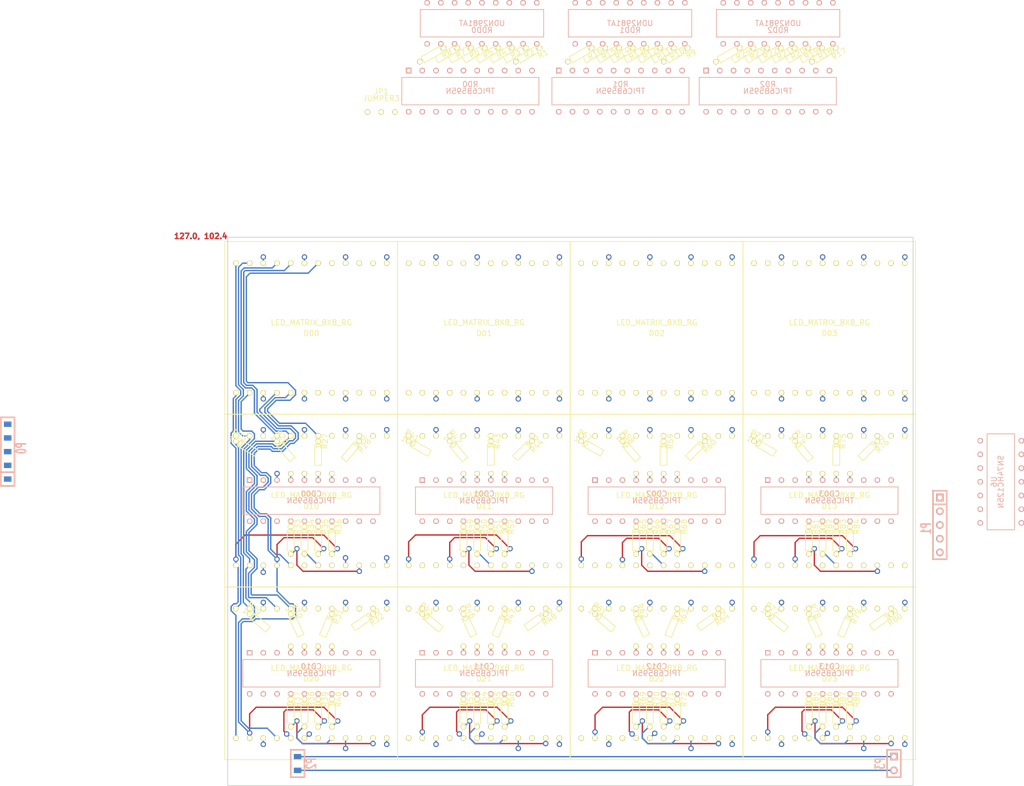
<source format=kicad_pcb>
(kicad_pcb (version 3) (host pcbnew "(2013-07-07 BZR 4022)-stable")
  (layers (15 F.Cu signal) (0 B.Cu signal) (18 B.Paste user hide) (19 F.Paste user hide) (20 B.SilkS user) (21 F.SilkS user) (22 B.Mask user hide) (23 F.Mask user hide) (28 Edge.Cuts user))
  (net 0 "")
  (net 1 5Vcc)
  (net 2 "DATA IN")
  (net 3 "DATA IN 2")
  (net 4 "DATA OUT")
  (net 5 "DATA OUT 1")
  (net 6 "DATA OUT RED")
  (net 7 G)
  (net 8 GND)
  (net 9 N-000001)
  (net 10 N-0000010)
  (net 11 N-00000102)
  (net 12 N-00000103)
  (net 13 N-00000104)
  (net 14 N-00000105)
  (net 15 N-00000108)
  (net 16 N-00000109)
  (net 17 N-0000011)
  (net 18 N-00000110)
  (net 19 N-00000111)
  (net 20 N-00000113)
  (net 21 N-00000115)
  (net 22 N-00000116)
  (net 23 N-00000117)
  (net 24 N-00000118)
  (net 25 N-00000119)
  (net 26 N-0000012)
  (net 27 N-00000121)
  (net 28 N-00000122)
  (net 29 N-00000123)
  (net 30 N-00000126)
  (net 31 N-00000127)
  (net 32 N-00000128)
  (net 33 N-00000129)
  (net 34 N-0000013)
  (net 35 N-00000130)
  (net 36 N-00000131)
  (net 37 N-00000132)
  (net 38 N-00000133)
  (net 39 N-00000134)
  (net 40 N-00000136)
  (net 41 N-00000137)
  (net 42 N-00000139)
  (net 43 N-0000014)
  (net 44 N-00000140)
  (net 45 N-00000141)
  (net 46 N-00000142)
  (net 47 N-00000143)
  (net 48 N-00000144)
  (net 49 N-00000145)
  (net 50 N-00000146)
  (net 51 N-00000148)
  (net 52 N-0000015)
  (net 53 N-00000150)
  (net 54 N-00000151)
  (net 55 N-00000152)
  (net 56 N-00000153)
  (net 57 N-00000154)
  (net 58 N-00000155)
  (net 59 N-00000156)
  (net 60 N-00000157)
  (net 61 N-00000158)
  (net 62 N-00000159)
  (net 63 N-0000016)
  (net 64 N-00000160)
  (net 65 N-00000161)
  (net 66 N-00000164)
  (net 67 N-00000165)
  (net 68 N-00000166)
  (net 69 N-00000167)
  (net 70 N-0000017)
  (net 71 N-00000170)
  (net 72 N-00000171)
  (net 73 N-00000173)
  (net 74 N-00000174)
  (net 75 N-00000175)
  (net 76 N-00000176)
  (net 77 N-00000177)
  (net 78 N-00000178)
  (net 79 N-00000179)
  (net 80 N-0000018)
  (net 81 N-00000181)
  (net 82 N-00000182)
  (net 83 N-00000183)
  (net 84 N-00000184)
  (net 85 N-00000185)
  (net 86 N-00000186)
  (net 87 N-00000187)
  (net 88 N-00000188)
  (net 89 N-00000189)
  (net 90 N-0000019)
  (net 91 N-00000190)
  (net 92 N-00000191)
  (net 93 N-00000192)
  (net 94 N-00000193)
  (net 95 N-00000194)
  (net 96 N-00000195)
  (net 97 N-00000196)
  (net 98 N-00000197)
  (net 99 N-00000198)
  (net 100 N-00000199)
  (net 101 N-000002)
  (net 102 N-0000020)
  (net 103 N-00000200)
  (net 104 N-00000201)
  (net 105 N-00000202)
  (net 106 N-00000203)
  (net 107 N-00000204)
  (net 108 N-00000205)
  (net 109 N-00000207)
  (net 110 N-00000208)
  (net 111 N-00000209)
  (net 112 N-0000021)
  (net 113 N-00000210)
  (net 114 N-00000212)
  (net 115 N-00000213)
  (net 116 N-00000214)
  (net 117 N-00000215)
  (net 118 N-00000216)
  (net 119 N-00000217)
  (net 120 N-00000218)
  (net 121 N-00000219)
  (net 122 N-0000022)
  (net 123 N-0000023)
  (net 124 N-0000024)
  (net 125 N-0000025)
  (net 126 N-0000026)
  (net 127 N-0000027)
  (net 128 N-0000028)
  (net 129 N-0000029)
  (net 130 N-000003)
  (net 131 N-0000030)
  (net 132 N-0000031)
  (net 133 N-0000032)
  (net 134 N-0000033)
  (net 135 N-0000034)
  (net 136 N-0000035)
  (net 137 N-0000036)
  (net 138 N-0000037)
  (net 139 N-0000038)
  (net 140 N-0000039)
  (net 141 N-000004)
  (net 142 N-0000040)
  (net 143 N-0000041)
  (net 144 N-0000042)
  (net 145 N-0000043)
  (net 146 N-0000044)
  (net 147 N-0000045)
  (net 148 N-0000046)
  (net 149 N-0000047)
  (net 150 N-0000048)
  (net 151 N-0000049)
  (net 152 N-000005)
  (net 153 N-0000050)
  (net 154 N-0000058)
  (net 155 N-000006)
  (net 156 N-0000060)
  (net 157 N-0000061)
  (net 158 N-0000062)
  (net 159 N-0000063)
  (net 160 N-0000064)
  (net 161 N-0000065)
  (net 162 N-0000066)
  (net 163 N-0000067)
  (net 164 N-0000068)
  (net 165 N-0000069)
  (net 166 N-000007)
  (net 167 N-0000070)
  (net 168 N-0000071)
  (net 169 N-0000072)
  (net 170 N-0000073)
  (net 171 N-0000074)
  (net 172 N-0000075)
  (net 173 N-0000076)
  (net 174 N-0000077)
  (net 175 N-0000078)
  (net 176 N-0000079)
  (net 177 N-000008)
  (net 178 N-0000080)
  (net 179 N-0000081)
  (net 180 N-0000082)
  (net 181 N-0000083)
  (net 182 N-0000084)
  (net 183 N-0000086)
  (net 184 N-0000087)
  (net 185 N-0000088)
  (net 186 N-0000089)
  (net 187 N-000009)
  (net 188 N-0000091)
  (net 189 N-0000092)
  (net 190 N-0000094)
  (net 191 N-0000095)
  (net 192 N-0000096)
  (net 193 N-0000097)
  (net 194 N-0000098)
  (net 195 N-0000099)
  (net 196 RCK)
  (net 197 "RCK OUT")
  (net 198 SRCK)
  (net 199 "SRCK OUT")
  (module LEDMatrix8x8 (layer F.Cu) (at 126.5 102.4)
    (fp_text reference D00 (at 16 17) (layer F.SilkS))
    (fp_text value LED_MATRIX_8X8_RG (at 16 15) (layer F.SilkS))
    (pad 1 thru_hole circle (at 2.02 28 180) (size 1 1) (drill 0.6) (layers *.Cu *.Mask F.SilkS) (net 68 N-00000166))
    (pad 2 thru_hole circle (at 4.56 28 180) (size 1 1) (drill 0.6) (layers *.Cu *.Mask F.SilkS) (net 44 N-00000140))
    (pad 3 thru_hole circle (at 7.1 28 180) (size 1 1) (drill 0.6) (layers *.Cu *.Mask F.SilkS) (net 115 N-00000213))
    (pad 4 thru_hole circle (at 9.64 28 180) (size 1 1) (drill 0.6) (layers *.Cu *.Mask F.SilkS) (net 61 N-00000158))
    (pad 5 thru_hole circle (at 12.18 28 180) (size 1 1) (drill 0.6) (layers *.Cu *.Mask F.SilkS) (net 60 N-00000157))
    (pad 6 thru_hole circle (at 14.72 28 180) (size 1 1) (drill 0.6) (layers *.Cu *.Mask F.SilkS) (net 116 N-00000214))
    (pad 7 thru_hole circle (at 17.26 28 180) (size 1 1) (drill 0.6) (layers *.Cu *.Mask F.SilkS) (net 65 N-00000161))
    (pad 8 thru_hole circle (at 19.8 28 180) (size 1 1) (drill 0.6) (layers *.Cu *.Mask F.SilkS) (net 59 N-00000156))
    (pad 9 thru_hole circle (at 22.34 28 180) (size 1 1) (drill 0.6) (layers *.Cu *.Mask F.SilkS) (net 114 N-00000212))
    (pad 10 thru_hole circle (at 24.88 28 180) (size 1 1) (drill 0.6) (layers *.Cu *.Mask F.SilkS) (net 58 N-00000155))
    (pad 11 thru_hole circle (at 27.42 28 180) (size 1 1) (drill 0.6) (layers *.Cu *.Mask F.SilkS) (net 32 N-00000128))
    (pad 12 thru_hole circle (at 29.96 28 180) (size 1 1) (drill 0.6) (layers *.Cu *.Mask F.SilkS) (net 107 N-00000204))
    (pad 13 thru_hole circle (at 29.96 4 180) (size 1 1) (drill 0.6) (layers *.Cu *.Mask F.SilkS) (net 121 N-00000219))
    (pad 14 thru_hole circle (at 27.42 4 180) (size 1 1) (drill 0.6) (layers *.Cu *.Mask F.SilkS) (net 33 N-00000129))
    (pad 15 thru_hole circle (at 24.88 4 180) (size 1 1) (drill 0.6) (layers *.Cu *.Mask F.SilkS) (net 169 N-0000072))
    (pad 16 thru_hole circle (at 22.34 4 180) (size 1 1) (drill 0.6) (layers *.Cu *.Mask F.SilkS) (net 120 N-00000218))
    (pad 17 thru_hole circle (at 19.8 4 180) (size 1 1) (drill 0.6) (layers *.Cu *.Mask F.SilkS) (net 36 N-00000131))
    (pad 18 thru_hole circle (at 17.26 4 180) (size 1 1) (drill 0.6) (layers *.Cu *.Mask F.SilkS) (net 64 N-00000160))
    (pad 19 thru_hole circle (at 14.72 4 180) (size 1 1) (drill 0.6) (layers *.Cu *.Mask F.SilkS) (net 118 N-00000216))
    (pad 20 thru_hole circle (at 12.18 4 180) (size 1 1) (drill 0.6) (layers *.Cu *.Mask F.SilkS) (net 168 N-0000071))
    (pad 21 thru_hole circle (at 9.64 4 180) (size 1 1) (drill 0.6) (layers *.Cu *.Mask F.SilkS) (net 43 N-0000014))
    (pad 22 thru_hole circle (at 7.1 4 180) (size 1 1) (drill 0.6) (layers *.Cu *.Mask F.SilkS) (net 119 N-00000217))
    (pad 23 thru_hole circle (at 4.56 4 180) (size 1 1) (drill 0.6) (layers *.Cu *.Mask F.SilkS) (net 53 N-00000150))
    (pad 24 thru_hole circle (at 2.02 4 180) (size 1 1) (drill 0.6) (layers *.Cu *.Mask F.SilkS) (net 51 N-00000148))
  )
  (module SN74HC125N (layer B.Cu) (at 270.252 146.913 90)
    (fp_text reference U6 (at 0 -1.27 90) (layer B.SilkS) (effects (justify mirror)))
    (fp_text value SN74HC125N (at 0 0 90) (layer B.SilkS) (effects (justify mirror)))
    (pad 1 thru_hole circle (at -7.62 -3.81 90) (size 1 1) (drill 0.6) (layers *.Cu *.Mask B.SilkS) (net 8 GND))
    (pad 2 thru_hole circle (at -5.08 -3.81 90) (size 1 1) (drill 0.6) (layers *.Cu *.Mask B.SilkS) (net 198 SRCK))
    (pad 3 thru_hole circle (at -2.54 -3.81 90) (size 1 1) (drill 0.6) (layers *.Cu *.Mask B.SilkS) (net 199 "SRCK OUT"))
    (pad 4 thru_hole circle (at 0 -3.81 90) (size 1 1) (drill 0.6) (layers *.Cu *.Mask B.SilkS) (net 8 GND))
    (pad 5 thru_hole circle (at 2.54 -3.81 90) (size 1 1) (drill 0.6) (layers *.Cu *.Mask B.SilkS) (net 196 RCK))
    (pad 6 thru_hole circle (at 5.08 -3.81 90) (size 1 1) (drill 0.6) (layers *.Cu *.Mask B.SilkS) (net 197 "RCK OUT"))
    (pad 7 thru_hole circle (at 7.62 -3.81 90) (size 1 1) (drill 0.6) (layers *.Cu *.Mask B.SilkS) (net 8 GND))
    (pad 8 thru_hole circle (at 7.62 3.81 90) (size 1 1) (drill 0.6) (layers *.Cu *.Mask B.SilkS) (net 5 "DATA OUT 1"))
    (pad 9 thru_hole circle (at 5.08 3.81 90) (size 1 1) (drill 0.6) (layers *.Cu *.Mask B.SilkS) (net 2 "DATA IN"))
    (pad 10 thru_hole circle (at 2.54 3.81 90) (size 1 1) (drill 0.6) (layers *.Cu *.Mask B.SilkS) (net 8 GND))
    (pad 11 thru_hole circle (at 0 3.81 90) (size 1 1) (drill 0.6) (layers *.Cu *.Mask B.SilkS) (net 4 "DATA OUT"))
    (pad 12 thru_hole circle (at -2.54 3.81 90) (size 1 1) (drill 0.6) (layers *.Cu *.Mask B.SilkS) (net 154 N-0000058))
    (pad 13 thru_hole circle (at -5.08 3.81 90) (size 1 1) (drill 0.6) (layers *.Cu *.Mask B.SilkS) (net 8 GND))
    (pad 14 thru_hole circle (at -7.62 3.81 90) (size 1 1) (drill 0.6) (layers *.Cu *.Mask B.SilkS) (net 1 5Vcc))
  )
  (module 3-Jumper (layer F.Cu) (at 155.444 75.8565)
    (fp_text reference JP1 (at 0 -1.27) (layer F.SilkS))
    (fp_text value JUMPER3 (at 0 0) (layer F.SilkS))
    (pad 1 thru_hole circle (at -2.54 2.54) (size 1 1) (drill 0.6) (layers *.Cu *.Mask F.SilkS) (net 3 "DATA IN 2"))
    (pad 2 thru_hole circle (at 0 2.54) (size 1 1) (drill 0.6) (layers *.Cu *.Mask F.SilkS) (net 149 N-0000047))
    (pad 3 thru_hole circle (at 2.54 2.54) (size 1 1) (drill 0.6) (layers *.Cu *.Mask F.SilkS) (net 150 N-0000048))
  )
  (module 1-8Resistor (layer F.Cu) (at 138.68 187.21 270)
    (fp_text reference R37 (at 0 -1.27 270) (layer F.SilkS))
    (fp_text value 100 (at 0 0 270) (layer F.SilkS))
    (pad 1 thru_hole circle (at 0 0 270) (size 1 1) (drill 0.6) (layers *.Cu *.Mask F.SilkS) (net 31 N-00000127))
    (pad 2 thru_hole circle (at 5.08 0 270) (size 1 1) (drill 0.6) (layers *.Cu *.Mask F.SilkS) (net 32 N-00000128))
  )
  (module 1-8Resistor (layer F.Cu) (at 141.22 187.21 270)
    (fp_text reference R38 (at 0 -1.27 270) (layer F.SilkS))
    (fp_text value 100 (at 0 0 270) (layer F.SilkS))
    (pad 1 thru_hole circle (at 0 0 270) (size 1 1) (drill 0.6) (layers *.Cu *.Mask F.SilkS) (net 30 N-00000126))
    (pad 2 thru_hole circle (at 5.08 0 270) (size 1 1) (drill 0.6) (layers *.Cu *.Mask F.SilkS) (net 59 N-00000156))
  )
  (module 1-8Resistor (layer F.Cu) (at 143.76 187.21 270)
    (fp_text reference R39 (at 0 -1.27 270) (layer F.SilkS))
    (fp_text value 100 (at 0 0 270) (layer F.SilkS))
    (pad 1 thru_hole circle (at 0 0 270) (size 1 1) (drill 0.6) (layers *.Cu *.Mask F.SilkS) (net 41 N-00000137))
    (pad 2 thru_hole circle (at 5.08 0 270) (size 1 1) (drill 0.6) (layers *.Cu *.Mask F.SilkS) (net 60 N-00000157))
  )
  (module 1-8Resistor (layer F.Cu) (at 146.3 187.21 270)
    (fp_text reference R40 (at 0 -1.27 270) (layer F.SilkS))
    (fp_text value 100 (at 0 0 270) (layer F.SilkS))
    (pad 1 thru_hole circle (at 0 0 270) (size 1 1) (drill 0.6) (layers *.Cu *.Mask F.SilkS) (net 42 N-00000139))
    (pad 2 thru_hole circle (at 5.08 0 270) (size 1 1) (drill 0.6) (layers *.Cu *.Mask F.SilkS) (net 44 N-00000140))
  )
  (module 1-8Resistor (layer F.Cu) (at 146.3 171.4 247.5)
    (fp_text reference R31 (at 0 -1.27 247.5) (layer F.SilkS))
    (fp_text value 100 (at 0 0 247.5) (layer F.SilkS))
    (pad 1 thru_hole circle (at 0 0 247.5) (size 1 1) (drill 0.6) (layers *.Cu *.Mask F.SilkS) (net 36 N-00000131))
    (pad 2 thru_hole circle (at 6.515293 0.050553 247.5) (size 1 1) (drill 0.6) (layers *.Cu *.Mask F.SilkS) (net 37 N-00000132))
  )
  (module 1-8Resistor (layer F.Cu) (at 153.92 171.4 215)
    (fp_text reference R32 (at 0 -1.27 215) (layer F.SilkS))
    (fp_text value 100 (at 0 0 215) (layer F.SilkS))
    (pad 1 thru_hole circle (at 0 0 215) (size 1 1) (drill 0.6) (layers *.Cu *.Mask F.SilkS) (net 33 N-00000129))
    (pad 2 thru_hole circle (at 9.683397 -0.54426 215) (size 1 1) (drill 0.6) (layers *.Cu *.Mask F.SilkS) (net 35 N-00000130))
  )
  (module 1-8Resistor (layer F.Cu) (at 138.68 171.4 295)
    (fp_text reference R30 (at 0 -1.27 295) (layer F.SilkS))
    (fp_text value 100 (at 0 0 295) (layer F.SilkS))
    (pad 1 thru_hole circle (at 0 0 295) (size 1 1) (drill 0.6) (layers *.Cu *.Mask F.SilkS) (net 168 N-0000071))
    (pad 2 thru_hole circle (at 6.511297 0.233688 295) (size 1 1) (drill 0.6) (layers *.Cu *.Mask F.SilkS) (net 38 N-00000133))
  )
  (module 1-8Resistor (layer F.Cu) (at 131.06 171.4 320)
    (fp_text reference R29 (at 0 -1.27 320) (layer F.SilkS))
    (fp_text value 100 (at 0 0 320) (layer F.SilkS))
    (pad 1 thru_hole circle (at 0 0 320) (size 1 1) (drill 0.6) (layers *.Cu *.Mask F.SilkS) (net 53 N-00000150))
    (pad 2 thru_hole circle (at 9.693985 -0.301775 320) (size 1 1) (drill 0.6) (layers *.Cu *.Mask F.SilkS) (net 39 N-00000134))
  )
  (module 1-8Resistor (layer F.Cu) (at 170.68 187.21 270)
    (fp_text reference R53 (at 0 -1.27 270) (layer F.SilkS))
    (fp_text value 100 (at 0 0 270) (layer F.SilkS))
    (pad 1 thru_hole circle (at 0 0 270) (size 1 1) (drill 0.6) (layers *.Cu *.Mask F.SilkS) (net 76 N-00000176))
    (pad 2 thru_hole circle (at 5.08 0 270) (size 1 1) (drill 0.6) (layers *.Cu *.Mask F.SilkS) (net 100 N-00000199))
  )
  (module 1-8Resistor (layer F.Cu) (at 173.22 187.21 270)
    (fp_text reference R54 (at 0 -1.27 270) (layer F.SilkS))
    (fp_text value 100 (at 0 0 270) (layer F.SilkS))
    (pad 1 thru_hole circle (at 0 0 270) (size 1 1) (drill 0.6) (layers *.Cu *.Mask F.SilkS) (net 75 N-00000175))
    (pad 2 thru_hole circle (at 5.08 0 270) (size 1 1) (drill 0.6) (layers *.Cu *.Mask F.SilkS) (net 103 N-00000200))
  )
  (module 1-8Resistor (layer F.Cu) (at 178.3 187.21 270)
    (fp_text reference R56 (at 0 -1.27 270) (layer F.SilkS))
    (fp_text value 100 (at 0 0 270) (layer F.SilkS))
    (pad 1 thru_hole circle (at 0 0 270) (size 1 1) (drill 0.6) (layers *.Cu *.Mask F.SilkS) (net 71 N-00000170))
    (pad 2 thru_hole circle (at 5.08 0 270) (size 1 1) (drill 0.6) (layers *.Cu *.Mask F.SilkS) (net 77 N-00000177))
  )
  (module 1-8Resistor (layer F.Cu) (at 175.76 187.21 270)
    (fp_text reference R55 (at 0 -1.27 270) (layer F.SilkS))
    (fp_text value 100 (at 0 0 270) (layer F.SilkS))
    (pad 1 thru_hole circle (at 0 0 270) (size 1 1) (drill 0.6) (layers *.Cu *.Mask F.SilkS) (net 74 N-00000174))
    (pad 2 thru_hole circle (at 5.08 0 270) (size 1 1) (drill 0.6) (layers *.Cu *.Mask F.SilkS) (net 105 N-00000202))
  )
  (module 1-8Resistor (layer F.Cu) (at 163.06 171.4 320)
    (fp_text reference R45 (at 0 -1.27 320) (layer F.SilkS))
    (fp_text value 100 (at 0 0 320) (layer F.SilkS))
    (pad 1 thru_hole circle (at 0 0 320) (size 1 1) (drill 0.6) (layers *.Cu *.Mask F.SilkS) (net 108 N-00000205))
    (pad 2 thru_hole circle (at 9.693984 -0.301775 320) (size 1 1) (drill 0.6) (layers *.Cu *.Mask F.SilkS) (net 79 N-00000179))
  )
  (module 1-8Resistor (layer F.Cu) (at 170.68 171.4 295)
    (fp_text reference R46 (at 0 -1.27 295) (layer F.SilkS))
    (fp_text value 100 (at 0 0 295) (layer F.SilkS))
    (pad 1 thru_hole circle (at 0 0 295) (size 1 1) (drill 0.6) (layers *.Cu *.Mask F.SilkS) (net 97 N-00000196))
    (pad 2 thru_hole circle (at 6.511297 0.233688 295) (size 1 1) (drill 0.6) (layers *.Cu *.Mask F.SilkS) (net 78 N-00000178))
  )
  (module 1-8Resistor (layer F.Cu) (at 178.3 171.4 247.5)
    (fp_text reference R47 (at 0 -1.27 247.5) (layer F.SilkS))
    (fp_text value 100 (at 0 0 247.5) (layer F.SilkS))
    (pad 1 thru_hole circle (at 0 0 247.5) (size 1 1) (drill 0.6) (layers *.Cu *.Mask F.SilkS) (net 98 N-00000197))
    (pad 2 thru_hole circle (at 6.515293 0.050553 247.5) (size 1 1) (drill 0.6) (layers *.Cu *.Mask F.SilkS) (net 73 N-00000173))
  )
  (module 1-8Resistor (layer F.Cu) (at 185.92 171.4 215)
    (fp_text reference R48 (at 0 -1.27 215) (layer F.SilkS))
    (fp_text value 100 (at 0 0 215) (layer F.SilkS))
    (pad 1 thru_hole circle (at 0 0 215) (size 1 1) (drill 0.6) (layers *.Cu *.Mask F.SilkS) (net 99 N-00000198))
    (pad 2 thru_hole circle (at 9.683398 -0.54426 215) (size 1 1) (drill 0.6) (layers *.Cu *.Mask F.SilkS) (net 72 N-00000171))
  )
  (module 1-8Resistor (layer F.Cu) (at 202.68 187.21 270)
    (fp_text reference R69 (at 0 -1.27 270) (layer F.SilkS))
    (fp_text value 100 (at 0 0 270) (layer F.SilkS))
    (pad 1 thru_hole circle (at 0 0 270) (size 1 1) (drill 0.6) (layers *.Cu *.Mask F.SilkS) (net 172 N-0000075))
    (pad 2 thru_hole circle (at 5.08 0 270) (size 1 1) (drill 0.6) (layers *.Cu *.Mask F.SilkS) (net 173 N-0000076))
  )
  (module 1-8Resistor (layer F.Cu) (at 205.22 187.21 270)
    (fp_text reference R70 (at 0 -1.27 270) (layer F.SilkS))
    (fp_text value 100 (at 0 0 270) (layer F.SilkS))
    (pad 1 thru_hole circle (at 0 0 270) (size 1 1) (drill 0.6) (layers *.Cu *.Mask F.SilkS) (net 18 N-00000110))
    (pad 2 thru_hole circle (at 5.08 0 270) (size 1 1) (drill 0.6) (layers *.Cu *.Mask F.SilkS) (net 92 N-00000191))
  )
  (module 1-8Resistor (layer F.Cu) (at 207.76 187.21 270)
    (fp_text reference R71 (at 0 -1.27 270) (layer F.SilkS))
    (fp_text value 100 (at 0 0 270) (layer F.SilkS))
    (pad 1 thru_hole circle (at 0 0 270) (size 1 1) (drill 0.6) (layers *.Cu *.Mask F.SilkS) (net 16 N-00000109))
    (pad 2 thru_hole circle (at 5.08 0 270) (size 1 1) (drill 0.6) (layers *.Cu *.Mask F.SilkS) (net 91 N-00000190))
  )
  (module 1-8Resistor (layer F.Cu) (at 210.3 187.21 270)
    (fp_text reference R72 (at 0 -1.27 270) (layer F.SilkS))
    (fp_text value 100 (at 0 0 270) (layer F.SilkS))
    (pad 1 thru_hole circle (at 0 0 270) (size 1 1) (drill 0.6) (layers *.Cu *.Mask F.SilkS) (net 15 N-00000108))
    (pad 2 thru_hole circle (at 5.08 0 270) (size 1 1) (drill 0.6) (layers *.Cu *.Mask F.SilkS) (net 19 N-00000111))
  )
  (module 1-8Resistor (layer F.Cu) (at 195.06 171.4 320)
    (fp_text reference R61 (at 0 -1.27 320) (layer F.SilkS))
    (fp_text value 100 (at 0 0 320) (layer F.SilkS))
    (pad 1 thru_hole circle (at 0 0 320) (size 1 1) (drill 0.6) (layers *.Cu *.Mask F.SilkS) (net 94 N-00000193))
    (pad 2 thru_hole circle (at 9.693984 -0.301775 320) (size 1 1) (drill 0.6) (layers *.Cu *.Mask F.SilkS) (net 180 N-0000082))
  )
  (module 1-8Resistor (layer F.Cu) (at 202.68 171.4 295)
    (fp_text reference R62 (at 0 -1.27 295) (layer F.SilkS))
    (fp_text value 100 (at 0 0 295) (layer F.SilkS))
    (pad 1 thru_hole circle (at 0 0 295) (size 1 1) (drill 0.6) (layers *.Cu *.Mask F.SilkS) (net 167 N-0000070))
    (pad 2 thru_hole circle (at 6.511297 0.233688 295) (size 1 1) (drill 0.6) (layers *.Cu *.Mask F.SilkS) (net 179 N-0000081))
  )
  (module 1-8Resistor (layer F.Cu) (at 210.3 171.4 247.5)
    (fp_text reference R63 (at 0 -1.27 247.5) (layer F.SilkS))
    (fp_text value 100 (at 0 0 247.5) (layer F.SilkS))
    (pad 1 thru_hole circle (at 0 0 247.5) (size 1 1) (drill 0.6) (layers *.Cu *.Mask F.SilkS) (net 176 N-0000079))
    (pad 2 thru_hole circle (at 6.515293 0.050553 247.5) (size 1 1) (drill 0.6) (layers *.Cu *.Mask F.SilkS) (net 178 N-0000080))
  )
  (module 1-8Resistor (layer F.Cu) (at 217.92 171.4 215)
    (fp_text reference R64 (at 0 -1.27 215) (layer F.SilkS))
    (fp_text value 100 (at 0 0 215) (layer F.SilkS))
    (pad 1 thru_hole circle (at 0 0 215) (size 1 1) (drill 0.6) (layers *.Cu *.Mask F.SilkS) (net 174 N-0000077))
    (pad 2 thru_hole circle (at 9.683398 -0.54426 215) (size 1 1) (drill 0.6) (layers *.Cu *.Mask F.SilkS) (net 175 N-0000078))
  )
  (module 1-8Resistor (layer F.Cu) (at 234.68 187.21 270)
    (fp_text reference R85 (at 0 -1.27 270) (layer F.SilkS))
    (fp_text value 100 (at 0 0 270) (layer F.SilkS))
    (pad 1 thru_hole circle (at 0 0 270) (size 1 1) (drill 0.6) (layers *.Cu *.Mask F.SilkS) (net 24 N-00000118))
    (pad 2 thru_hole circle (at 5.08 0 270) (size 1 1) (drill 0.6) (layers *.Cu *.Mask F.SilkS) (net 171 N-0000074))
  )
  (module 1-8Resistor (layer F.Cu) (at 237.22 187.21 270)
    (fp_text reference R86 (at 0 -1.27 270) (layer F.SilkS))
    (fp_text value 100 (at 0 0 270) (layer F.SilkS))
    (pad 1 thru_hole circle (at 0 0 270) (size 1 1) (drill 0.6) (layers *.Cu *.Mask F.SilkS) (net 23 N-00000117))
    (pad 2 thru_hole circle (at 5.08 0 270) (size 1 1) (drill 0.6) (layers *.Cu *.Mask F.SilkS) (net 90 N-0000019))
  )
  (module 1-8Resistor (layer F.Cu) (at 239.76 187.21 270)
    (fp_text reference R87 (at 0 -1.27 270) (layer F.SilkS))
    (fp_text value 100 (at 0 0 270) (layer F.SilkS))
    (pad 1 thru_hole circle (at 0 0 270) (size 1 1) (drill 0.6) (layers *.Cu *.Mask F.SilkS) (net 22 N-00000116))
    (pad 2 thru_hole circle (at 5.08 0 270) (size 1 1) (drill 0.6) (layers *.Cu *.Mask F.SilkS) (net 170 N-0000073))
  )
  (module 1-8Resistor (layer F.Cu) (at 242.3 187.21 270)
    (fp_text reference R88 (at 0 -1.27 270) (layer F.SilkS))
    (fp_text value 100 (at 0 0 270) (layer F.SilkS))
    (pad 1 thru_hole circle (at 0 0 270) (size 1 1) (drill 0.6) (layers *.Cu *.Mask F.SilkS) (net 21 N-00000115))
    (pad 2 thru_hole circle (at 5.08 0 270) (size 1 1) (drill 0.6) (layers *.Cu *.Mask F.SilkS) (net 102 N-0000020))
  )
  (module 1-8Resistor (layer F.Cu) (at 227.06 171.4 320)
    (fp_text reference R77 (at 0 -1.27 320) (layer F.SilkS))
    (fp_text value 100 (at 0 0 320) (layer F.SilkS))
    (pad 1 thru_hole circle (at 0 0 320) (size 1 1) (drill 0.6) (layers *.Cu *.Mask F.SilkS) (net 124 N-0000024))
    (pad 2 thru_hole circle (at 9.693984 -0.301775 320) (size 1 1) (drill 0.6) (layers *.Cu *.Mask F.SilkS) (net 29 N-00000123))
  )
  (module 1-8Resistor (layer F.Cu) (at 234.68 171.4 295)
    (fp_text reference R78 (at 0 -1.27 295) (layer F.SilkS))
    (fp_text value 100 (at 0 0 295) (layer F.SilkS))
    (pad 1 thru_hole circle (at 0 0 295) (size 1 1) (drill 0.6) (layers *.Cu *.Mask F.SilkS) (net 123 N-0000023))
    (pad 2 thru_hole circle (at 6.511297 0.233688 295) (size 1 1) (drill 0.6) (layers *.Cu *.Mask F.SilkS) (net 28 N-00000122))
  )
  (module 1-8Resistor (layer F.Cu) (at 242.3 171.4 247.5)
    (fp_text reference R79 (at 0 -1.27 247.5) (layer F.SilkS))
    (fp_text value 100 (at 0 0 247.5) (layer F.SilkS))
    (pad 1 thru_hole circle (at 0 0 247.5) (size 1 1) (drill 0.6) (layers *.Cu *.Mask F.SilkS) (net 122 N-0000022))
    (pad 2 thru_hole circle (at 6.515293 0.050553 247.5) (size 1 1) (drill 0.6) (layers *.Cu *.Mask F.SilkS) (net 27 N-00000121))
  )
  (module 1-8Resistor (layer F.Cu) (at 249.92 171.4 215)
    (fp_text reference R80 (at 0 -1.27 215) (layer F.SilkS))
    (fp_text value 100 (at 0 0 215) (layer F.SilkS))
    (pad 1 thru_hole circle (at 0 0 215) (size 1 1) (drill 0.6) (layers *.Cu *.Mask F.SilkS) (net 112 N-0000021))
    (pad 2 thru_hole circle (at 9.683398 -0.54426 215) (size 1 1) (drill 0.6) (layers *.Cu *.Mask F.SilkS) (net 25 N-00000119))
  )
  (module 1-8Resistor (layer F.Cu) (at 128.52 139.404 330)
    (fp_text reference R25 (at 0 -1.27 330) (layer F.SilkS))
    (fp_text value 100 (at 0 0 330) (layer F.SilkS))
    (pad 1 thru_hole circle (at 0 0 330) (size 1 1) (drill 0.6) (layers *.Cu *.Mask F.SilkS) (net 51 N-00000148))
    (pad 2 thru_hole circle (at 11.798818 0.116152 330) (size 1 1) (drill 0.6) (layers *.Cu *.Mask F.SilkS) (net 54 N-00000151))
  )
  (module 1-8Resistor (layer F.Cu) (at 136.14 139.404 310)
    (fp_text reference R26 (at 0 -1.27 310) (layer F.SilkS))
    (fp_text value 100 (at 0 0 310) (layer F.SilkS))
    (pad 1 thru_hole circle (at 0 0 310) (size 1 1) (drill 0.6) (layers *.Cu *.Mask F.SilkS) (net 43 N-0000014))
    (pad 2 thru_hole circle (at 7.861628 -0.03478 310) (size 1 1) (drill 0.6) (layers *.Cu *.Mask F.SilkS) (net 55 N-00000152))
  )
  (module 1-8Resistor (layer F.Cu) (at 143.76 139.404 270)
    (fp_text reference R27 (at 0 -1.27 270) (layer F.SilkS))
    (fp_text value 100 (at 0 0 270) (layer F.SilkS))
    (pad 1 thru_hole circle (at 0 0 270) (size 1 1) (drill 0.6) (layers *.Cu *.Mask F.SilkS) (net 64 N-00000160))
    (pad 2 thru_hole circle (at 6 0 270) (size 1 1) (drill 0.6) (layers *.Cu *.Mask F.SilkS) (net 56 N-00000153))
  )
  (module 1-8Resistor (layer F.Cu) (at 151.38 139.404 230)
    (fp_text reference R28 (at 0 -1.27 230) (layer F.SilkS))
    (fp_text value 100 (at 0 0 230) (layer F.SilkS))
    (pad 1 thru_hole circle (at 0 0 230) (size 1 1) (drill 0.6) (layers *.Cu *.Mask F.SilkS) (net 169 N-0000072))
    (pad 2 thru_hole circle (at 7.861628 0.03478 230) (size 1 1) (drill 0.6) (layers *.Cu *.Mask F.SilkS) (net 57 N-00000154))
  )
  (module 1-8Resistor (layer F.Cu) (at 170.68 155.224 270)
    (fp_text reference R49 (at 0 -1.27 270) (layer F.SilkS))
    (fp_text value 100 (at 0 0 270) (layer F.SilkS))
    (pad 1 thru_hole circle (at 0 0 270) (size 1 1) (drill 0.6) (layers *.Cu *.Mask F.SilkS) (net 88 N-00000188))
    (pad 2 thru_hole circle (at 5.08 0 270) (size 1 1) (drill 0.6) (layers *.Cu *.Mask F.SilkS) (net 106 N-00000203))
  )
  (module 1-8Resistor (layer F.Cu) (at 175.76 155.224 270)
    (fp_text reference R51 (at 0 -1.27 270) (layer F.SilkS))
    (fp_text value 100 (at 0 0 270) (layer F.SilkS))
    (pad 1 thru_hole circle (at 0 0 270) (size 1 1) (drill 0.6) (layers *.Cu *.Mask F.SilkS) (net 110 N-00000208))
    (pad 2 thru_hole circle (at 5.08 0 270) (size 1 1) (drill 0.6) (layers *.Cu *.Mask F.SilkS) (net 104 N-00000201))
  )
  (module 1-8Resistor (layer F.Cu) (at 173.22 155.224 270)
    (fp_text reference R50 (at 0 -1.27 270) (layer F.SilkS))
    (fp_text value 100 (at 0 0 270) (layer F.SilkS))
    (pad 1 thru_hole circle (at 0 0 270) (size 1 1) (drill 0.6) (layers *.Cu *.Mask F.SilkS) (net 111 N-00000209))
    (pad 2 thru_hole circle (at 5.08 0 270) (size 1 1) (drill 0.6) (layers *.Cu *.Mask F.SilkS) (net 96 N-00000195))
  )
  (module 1-8Resistor (layer F.Cu) (at 178.3 155.224 270)
    (fp_text reference R52 (at 0 -1.27 270) (layer F.SilkS))
    (fp_text value 100 (at 0 0 270) (layer F.SilkS))
    (pad 1 thru_hole circle (at 0 0 270) (size 1 1) (drill 0.6) (layers *.Cu *.Mask F.SilkS) (net 109 N-00000207))
    (pad 2 thru_hole circle (at 5.08 0 270) (size 1 1) (drill 0.6) (layers *.Cu *.Mask F.SilkS) (net 113 N-00000210))
  )
  (module 1-8Resistor (layer F.Cu) (at 160.52 139.404 330)
    (fp_text reference R41 (at 0 -1.27 330) (layer F.SilkS))
    (fp_text value 100 (at 0 0 330) (layer F.SilkS))
    (pad 1 thru_hole circle (at 0 0 330) (size 1 1) (drill 0.6) (layers *.Cu *.Mask F.SilkS) (net 125 N-0000025))
    (pad 2 thru_hole circle (at 11.798818 0.116152 330) (size 1 1) (drill 0.6) (layers *.Cu *.Mask F.SilkS) (net 81 N-00000181))
  )
  (module 1-8Resistor (layer F.Cu) (at 168.14 139.404 310)
    (fp_text reference R42 (at 0 -1.27 310) (layer F.SilkS))
    (fp_text value 100 (at 0 0 310) (layer F.SilkS))
    (pad 1 thru_hole circle (at 0 0 310) (size 1 1) (drill 0.6) (layers *.Cu *.Mask F.SilkS) (net 83 N-00000183))
    (pad 2 thru_hole circle (at 7.861628 -0.03478 310) (size 1 1) (drill 0.6) (layers *.Cu *.Mask F.SilkS) (net 82 N-00000182))
  )
  (module 1-8Resistor (layer F.Cu) (at 175.76 139.404 270)
    (fp_text reference R43 (at 0 -1.27 270) (layer F.SilkS))
    (fp_text value 100 (at 0 0 270) (layer F.SilkS))
    (pad 1 thru_hole circle (at 0 0 270) (size 1 1) (drill 0.6) (layers *.Cu *.Mask F.SilkS) (net 85 N-00000185))
    (pad 2 thru_hole circle (at 6 0 270) (size 1 1) (drill 0.6) (layers *.Cu *.Mask F.SilkS) (net 84 N-00000184))
  )
  (module 1-8Resistor (layer F.Cu) (at 183.38 139.404 225)
    (fp_text reference R44 (at 0 -1.27 225) (layer F.SilkS))
    (fp_text value 100 (at 0 0 225) (layer F.SilkS))
    (pad 1 thru_hole circle (at 0 0 225) (size 1 1) (drill 0.6) (layers *.Cu *.Mask F.SilkS) (net 87 N-00000187))
    (pad 2 thru_hole circle (at 7.834743 -0.650538 225) (size 1 1) (drill 0.6) (layers *.Cu *.Mask F.SilkS) (net 86 N-00000186))
  )
  (module 1-8Resistor (layer F.Cu) (at 210.3 155.224 270)
    (fp_text reference R68 (at 0 -1.27 270) (layer F.SilkS))
    (fp_text value 100 (at 0 0 270) (layer F.SilkS))
    (pad 1 thru_hole circle (at 0 0 270) (size 1 1) (drill 0.6) (layers *.Cu *.Mask F.SilkS) (net 190 N-0000094))
    (pad 2 thru_hole circle (at 5.08 0 270) (size 1 1) (drill 0.6) (layers *.Cu *.Mask F.SilkS) (net 194 N-0000098))
  )
  (module 1-8Resistor (layer F.Cu) (at 205.22 155.224 270)
    (fp_text reference R66 (at 0 -1.27 270) (layer F.SilkS))
    (fp_text value 100 (at 0 0 270) (layer F.SilkS))
    (pad 1 thru_hole circle (at 0 0 270) (size 1 1) (drill 0.6) (layers *.Cu *.Mask F.SilkS) (net 192 N-0000096))
    (pad 2 thru_hole circle (at 5.08 0 270) (size 1 1) (drill 0.6) (layers *.Cu *.Mask F.SilkS) (net 195 N-0000099))
  )
  (module 1-8Resistor (layer F.Cu) (at 207.76 155.224 270)
    (fp_text reference R67 (at 0 -1.27 270) (layer F.SilkS))
    (fp_text value 100 (at 0 0 270) (layer F.SilkS))
    (pad 1 thru_hole circle (at 0 0 270) (size 1 1) (drill 0.6) (layers *.Cu *.Mask F.SilkS) (net 191 N-0000095))
    (pad 2 thru_hole circle (at 5.08 0 270) (size 1 1) (drill 0.6) (layers *.Cu *.Mask F.SilkS) (net 89 N-00000189))
  )
  (module 1-8Resistor (layer F.Cu) (at 202.68 155.224 270)
    (fp_text reference R65 (at 0 -1.27 270) (layer F.SilkS))
    (fp_text value 100 (at 0 0 270) (layer F.SilkS))
    (pad 1 thru_hole circle (at 0 0 270) (size 1 1) (drill 0.6) (layers *.Cu *.Mask F.SilkS) (net 193 N-0000097))
    (pad 2 thru_hole circle (at 5.08 0 270) (size 1 1) (drill 0.6) (layers *.Cu *.Mask F.SilkS) (net 93 N-00000192))
  )
  (module 1-8Resistor (layer F.Cu) (at 192.52 139.404 330)
    (fp_text reference R57 (at 0 -1.27 330) (layer F.SilkS))
    (fp_text value 100 (at 0 0 330) (layer F.SilkS))
    (pad 1 thru_hole circle (at 0 0 330) (size 1 1) (drill 0.6) (layers *.Cu *.Mask F.SilkS) (net 95 N-00000194))
    (pad 2 thru_hole circle (at 11.798818 0.116152 330) (size 1 1) (drill 0.6) (layers *.Cu *.Mask F.SilkS) (net 14 N-00000105))
  )
  (module 1-8Resistor (layer F.Cu) (at 200.14 139.404 310)
    (fp_text reference R58 (at 0 -1.27 310) (layer F.SilkS))
    (fp_text value 100 (at 0 0 310) (layer F.SilkS))
    (pad 1 thru_hole circle (at 0 0 310) (size 1 1) (drill 0.6) (layers *.Cu *.Mask F.SilkS) (net 164 N-0000068))
    (pad 2 thru_hole circle (at 7.861628 -0.03478 310) (size 1 1) (drill 0.6) (layers *.Cu *.Mask F.SilkS) (net 13 N-00000104))
  )
  (module 1-8Resistor (layer F.Cu) (at 207.76 139.404 270)
    (fp_text reference R59 (at 0 -1.27 270) (layer F.SilkS))
    (fp_text value 100 (at 0 0 270) (layer F.SilkS))
    (pad 1 thru_hole circle (at 0 0 270) (size 1 1) (drill 0.6) (layers *.Cu *.Mask F.SilkS) (net 20 N-00000113))
    (pad 2 thru_hole circle (at 6 0 270) (size 1 1) (drill 0.6) (layers *.Cu *.Mask F.SilkS) (net 12 N-00000103))
  )
  (module 1-8Resistor (layer F.Cu) (at 215.38 139.404 225)
    (fp_text reference R60 (at 0 -1.27 225) (layer F.SilkS))
    (fp_text value 100 (at 0 0 225) (layer F.SilkS))
    (pad 1 thru_hole circle (at 0 0 225) (size 1 1) (drill 0.6) (layers *.Cu *.Mask F.SilkS) (net 165 N-0000069))
    (pad 2 thru_hole circle (at 7.834743 -0.650538 225) (size 1 1) (drill 0.6) (layers *.Cu *.Mask F.SilkS) (net 11 N-00000102))
  )
  (module 1-8Resistor (layer F.Cu) (at 242.3 155.224 270)
    (fp_text reference R84 (at 0 -1.27 270) (layer F.SilkS))
    (fp_text value 100 (at 0 0 270) (layer F.SilkS))
    (pad 1 thru_hole circle (at 0 0 270) (size 1 1) (drill 0.6) (layers *.Cu *.Mask F.SilkS) (net 183 N-0000086))
    (pad 2 thru_hole circle (at 5.08 0 270) (size 1 1) (drill 0.6) (layers *.Cu *.Mask F.SilkS) (net 101 N-000002))
  )
  (module 1-8Resistor (layer F.Cu) (at 237.22 155.224 270)
    (fp_text reference R82 (at 0 -1.27 270) (layer F.SilkS))
    (fp_text value 100 (at 0 0 270) (layer F.SilkS))
    (pad 1 thru_hole circle (at 0 0 270) (size 1 1) (drill 0.6) (layers *.Cu *.Mask F.SilkS) (net 181 N-0000083))
    (pad 2 thru_hole circle (at 5.08 0 270) (size 1 1) (drill 0.6) (layers *.Cu *.Mask F.SilkS) (net 130 N-000003))
  )
  (module 1-8Resistor (layer F.Cu) (at 239.76 155.224 270)
    (fp_text reference R83 (at 0 -1.27 270) (layer F.SilkS))
    (fp_text value 100 (at 0 0 270) (layer F.SilkS))
    (pad 1 thru_hole circle (at 0 0 270) (size 1 1) (drill 0.6) (layers *.Cu *.Mask F.SilkS) (net 184 N-0000087))
    (pad 2 thru_hole circle (at 5.08 0 270) (size 1 1) (drill 0.6) (layers *.Cu *.Mask F.SilkS) (net 9 N-000001))
  )
  (module 1-8Resistor (layer F.Cu) (at 234.68 155.224 270)
    (fp_text reference R81 (at 0 -1.27 270) (layer F.SilkS))
    (fp_text value 100 (at 0 0 270) (layer F.SilkS))
    (pad 1 thru_hole circle (at 0 0 270) (size 1 1) (drill 0.6) (layers *.Cu *.Mask F.SilkS) (net 182 N-0000084))
    (pad 2 thru_hole circle (at 5.08 0 270) (size 1 1) (drill 0.6) (layers *.Cu *.Mask F.SilkS) (net 141 N-000004))
  )
  (module 1-8Resistor (layer F.Cu) (at 224.52 139.404 330)
    (fp_text reference R73 (at 0 -1.27 330) (layer F.SilkS))
    (fp_text value 100 (at 0 0 330) (layer F.SilkS))
    (pad 1 thru_hole circle (at 0 0 330) (size 1 1) (drill 0.6) (layers *.Cu *.Mask F.SilkS) (net 80 N-0000018))
    (pad 2 thru_hole circle (at 11.798818 0.116152 330) (size 1 1) (drill 0.6) (layers *.Cu *.Mask F.SilkS) (net 189 N-0000092))
  )
  (module 1-8Resistor (layer F.Cu) (at 232.14 139.404 310)
    (fp_text reference R74 (at 0 -1.27 310) (layer F.SilkS))
    (fp_text value 100 (at 0 0 310) (layer F.SilkS))
    (pad 1 thru_hole circle (at 0 0 310) (size 1 1) (drill 0.6) (layers *.Cu *.Mask F.SilkS) (net 70 N-0000017))
    (pad 2 thru_hole circle (at 7.848772 -0.019459 310) (size 1 1) (drill 0.6) (layers *.Cu *.Mask F.SilkS) (net 188 N-0000091))
  )
  (module 1-8Resistor (layer F.Cu) (at 239.76 139.404 270)
    (fp_text reference R75 (at 0 -1.27 270) (layer F.SilkS))
    (fp_text value 100 (at 0 0 270) (layer F.SilkS))
    (pad 1 thru_hole circle (at 0 0 270) (size 1 1) (drill 0.6) (layers *.Cu *.Mask F.SilkS) (net 63 N-0000016))
    (pad 2 thru_hole circle (at 6 0 270) (size 1 1) (drill 0.6) (layers *.Cu *.Mask F.SilkS) (net 186 N-0000089))
  )
  (module 1-8Resistor (layer F.Cu) (at 247.38 139.404 225)
    (fp_text reference R76 (at 0 -1.27 225) (layer F.SilkS))
    (fp_text value 100 (at 0 0 225) (layer F.SilkS))
    (pad 1 thru_hole circle (at 0 0 225) (size 1 1) (drill 0.6) (layers *.Cu *.Mask F.SilkS) (net 52 N-0000015))
    (pad 2 thru_hole circle (at 7.834743 -0.650538 225) (size 1 1) (drill 0.6) (layers *.Cu *.Mask F.SilkS) (net 185 N-0000088))
  )
  (module SIL-5 (layer B.Cu) (at 258.949 156.184 270)
    (fp_text reference P1 (at -0.635 2.54 270) (layer B.SilkS) (effects (font (size 1.72974 1.08712) (thickness 0.3048)) (justify mirror)))
    (fp_text value CONN_5 hide)
    (pad 1 thru_hole rect (at -6.35 0 270) (size 1.397 1.397) (drill 0.8128) (layers *.Cu *.Mask B.SilkS) (net 199 "SRCK OUT"))
    (pad 2 thru_hole circle (at -3.81 0 270) (size 1.397 1.397) (drill 0.8128) (layers *.Cu *.Mask B.SilkS) (net 197 "RCK OUT"))
    (pad 3 thru_hole circle (at -1.27 0 270) (size 1.397 1.397) (drill 0.8128) (layers *.Cu *.Mask B.SilkS) (net 5 "DATA OUT 1"))
    (pad 4 thru_hole circle (at 1.27 0 270) (size 1.397 1.397) (drill 0.8128) (layers *.Cu *.Mask B.SilkS) (net 7 G))
    (pad 5 thru_hole circle (at 3.81 0 270) (size 1.397 1.397) (drill 0.8128) (layers *.Cu *.Mask B.SilkS) (net 4 "DATA OUT"))
  )
  (module SIL-5 (layer B.Cu) (at 86.229 140.055 90)
    (fp_text reference P0 (at -0.635 2.54 90) (layer B.SilkS) (effects (font (size 1.72974 1.08712) (thickness 0.3048)) (justify mirror)))
    (fp_text value CONN_5 hide)
    (pad 1 smd rect (at -6.35 0 90) (size 1 1.397) (layers B.Cu B.Paste B.Mask) (net 3 "DATA IN 2"))
    (pad 2 smd rect (at -3.81 0 90) (size 1 1.397) (layers B.Cu B.Paste B.Mask) (net 7 G))
    (pad 3 smd rect (at -1.27 0 90) (size 1 1.397) (layers B.Cu B.Paste B.Mask) (net 2 "DATA IN"))
    (pad 4 smd rect (at 1.27 0 90) (size 1 1.397) (layers B.Cu B.Paste B.Mask) (net 196 RCK))
    (pad 5 smd rect (at 3.81 0 90) (size 1 1.397) (layers B.Cu B.Paste B.Mask) (net 198 SRCK))
  )
  (module SIL-2 (layer B.Cu) (at 139.95 199.11 90)
    (fp_text reference P2 (at 0 2.54 90) (layer B.SilkS) (effects (font (size 1.72974 1.08712) (thickness 0.3048)) (justify mirror)))
    (fp_text value CONN_2 hide)
    (pad 1 smd rect (at -1.27 0 90) (size 1 1.397) (layers B.Cu B.Paste B.Mask) (net 8 GND))
    (pad 2 smd rect (at 1.27 0 90) (size 1 1.397) (layers B.Cu B.Paste B.Mask) (net 1 5Vcc))
  )
  (module SIL-2 (layer B.Cu) (at 250.44 199.11 270)
    (fp_text reference P3 (at 0 2.54 270) (layer B.SilkS) (effects (font (size 1.72974 1.08712) (thickness 0.3048)) (justify mirror)))
    (fp_text value CONN_2 hide)
    (pad 1 thru_hole rect (at -1.27 0 270) (size 1.397 1.397) (drill 0.8128) (layers *.Cu *.Mask B.SilkS) (net 1 5Vcc))
    (pad 2 thru_hole circle (at 1.27 0 270) (size 1.397 1.397) (drill 0.8128) (layers *.Cu *.Mask B.SilkS) (net 8 GND))
  )
  (module LEDMatrix8x8 (layer F.Cu) (at 158.5 102.4)
    (fp_text reference D01 (at 16 17) (layer F.SilkS))
    (fp_text value LED_MATRIX_8X8_RG (at 16 15) (layer F.SilkS))
    (pad 1 thru_hole circle (at 2.02 28 180) (size 1 1) (drill 0.6) (layers *.Cu *.Mask F.SilkS) (net 113 N-00000210))
    (pad 2 thru_hole circle (at 4.56 28 180) (size 1 1) (drill 0.6) (layers *.Cu *.Mask F.SilkS) (net 77 N-00000177))
    (pad 3 thru_hole circle (at 7.1 28 180) (size 1 1) (drill 0.6) (layers *.Cu *.Mask F.SilkS) (net 115 N-00000213))
    (pad 4 thru_hole circle (at 9.64 28 180) (size 1 1) (drill 0.6) (layers *.Cu *.Mask F.SilkS) (net 104 N-00000201))
    (pad 5 thru_hole circle (at 12.18 28 180) (size 1 1) (drill 0.6) (layers *.Cu *.Mask F.SilkS) (net 105 N-00000202))
    (pad 6 thru_hole circle (at 14.72 28 180) (size 1 1) (drill 0.6) (layers *.Cu *.Mask F.SilkS) (net 116 N-00000214))
    (pad 7 thru_hole circle (at 17.26 28 180) (size 1 1) (drill 0.6) (layers *.Cu *.Mask F.SilkS) (net 96 N-00000195))
    (pad 8 thru_hole circle (at 19.8 28 180) (size 1 1) (drill 0.6) (layers *.Cu *.Mask F.SilkS) (net 103 N-00000200))
    (pad 9 thru_hole circle (at 22.34 28 180) (size 1 1) (drill 0.6) (layers *.Cu *.Mask F.SilkS) (net 114 N-00000212))
    (pad 10 thru_hole circle (at 24.88 28 180) (size 1 1) (drill 0.6) (layers *.Cu *.Mask F.SilkS) (net 106 N-00000203))
    (pad 11 thru_hole circle (at 27.42 28 180) (size 1 1) (drill 0.6) (layers *.Cu *.Mask F.SilkS) (net 100 N-00000199))
    (pad 12 thru_hole circle (at 29.96 28 180) (size 1 1) (drill 0.6) (layers *.Cu *.Mask F.SilkS) (net 107 N-00000204))
    (pad 13 thru_hole circle (at 29.96 4 180) (size 1 1) (drill 0.6) (layers *.Cu *.Mask F.SilkS) (net 121 N-00000219))
    (pad 14 thru_hole circle (at 27.42 4 180) (size 1 1) (drill 0.6) (layers *.Cu *.Mask F.SilkS) (net 99 N-00000198))
    (pad 15 thru_hole circle (at 24.88 4 180) (size 1 1) (drill 0.6) (layers *.Cu *.Mask F.SilkS) (net 87 N-00000187))
    (pad 16 thru_hole circle (at 22.34 4 180) (size 1 1) (drill 0.6) (layers *.Cu *.Mask F.SilkS) (net 120 N-00000218))
    (pad 17 thru_hole circle (at 19.8 4 180) (size 1 1) (drill 0.6) (layers *.Cu *.Mask F.SilkS) (net 98 N-00000197))
    (pad 18 thru_hole circle (at 17.26 4 180) (size 1 1) (drill 0.6) (layers *.Cu *.Mask F.SilkS) (net 85 N-00000185))
    (pad 19 thru_hole circle (at 14.72 4 180) (size 1 1) (drill 0.6) (layers *.Cu *.Mask F.SilkS) (net 118 N-00000216))
    (pad 20 thru_hole circle (at 12.18 4 180) (size 1 1) (drill 0.6) (layers *.Cu *.Mask F.SilkS) (net 97 N-00000196))
    (pad 21 thru_hole circle (at 9.64 4 180) (size 1 1) (drill 0.6) (layers *.Cu *.Mask F.SilkS) (net 83 N-00000183))
    (pad 22 thru_hole circle (at 7.1 4 180) (size 1 1) (drill 0.6) (layers *.Cu *.Mask F.SilkS) (net 119 N-00000217))
    (pad 23 thru_hole circle (at 4.56 4 180) (size 1 1) (drill 0.6) (layers *.Cu *.Mask F.SilkS) (net 108 N-00000205))
    (pad 24 thru_hole circle (at 2.02 4 180) (size 1 1) (drill 0.6) (layers *.Cu *.Mask F.SilkS) (net 125 N-0000025))
  )
  (module LEDMatrix8x8 (layer F.Cu) (at 190.5 102.4)
    (fp_text reference D02 (at 16 17) (layer F.SilkS))
    (fp_text value LED_MATRIX_8X8_RG (at 16 15) (layer F.SilkS))
    (pad 1 thru_hole circle (at 2.02 28 180) (size 1 1) (drill 0.6) (layers *.Cu *.Mask F.SilkS) (net 194 N-0000098))
    (pad 2 thru_hole circle (at 4.56 28 180) (size 1 1) (drill 0.6) (layers *.Cu *.Mask F.SilkS) (net 19 N-00000111))
    (pad 3 thru_hole circle (at 7.1 28 180) (size 1 1) (drill 0.6) (layers *.Cu *.Mask F.SilkS) (net 115 N-00000213))
    (pad 4 thru_hole circle (at 9.64 28 180) (size 1 1) (drill 0.6) (layers *.Cu *.Mask F.SilkS) (net 89 N-00000189))
    (pad 5 thru_hole circle (at 12.18 28 180) (size 1 1) (drill 0.6) (layers *.Cu *.Mask F.SilkS) (net 91 N-00000190))
    (pad 6 thru_hole circle (at 14.72 28 180) (size 1 1) (drill 0.6) (layers *.Cu *.Mask F.SilkS) (net 116 N-00000214))
    (pad 7 thru_hole circle (at 17.26 28 180) (size 1 1) (drill 0.6) (layers *.Cu *.Mask F.SilkS) (net 195 N-0000099))
    (pad 8 thru_hole circle (at 19.8 28 180) (size 1 1) (drill 0.6) (layers *.Cu *.Mask F.SilkS) (net 92 N-00000191))
    (pad 9 thru_hole circle (at 22.34 28 180) (size 1 1) (drill 0.6) (layers *.Cu *.Mask F.SilkS) (net 114 N-00000212))
    (pad 10 thru_hole circle (at 24.88 28 180) (size 1 1) (drill 0.6) (layers *.Cu *.Mask F.SilkS) (net 93 N-00000192))
    (pad 11 thru_hole circle (at 27.42 28 180) (size 1 1) (drill 0.6) (layers *.Cu *.Mask F.SilkS) (net 173 N-0000076))
    (pad 12 thru_hole circle (at 29.96 28 180) (size 1 1) (drill 0.6) (layers *.Cu *.Mask F.SilkS) (net 107 N-00000204))
    (pad 13 thru_hole circle (at 29.96 4 180) (size 1 1) (drill 0.6) (layers *.Cu *.Mask F.SilkS) (net 121 N-00000219))
    (pad 14 thru_hole circle (at 27.42 4 180) (size 1 1) (drill 0.6) (layers *.Cu *.Mask F.SilkS) (net 174 N-0000077))
    (pad 15 thru_hole circle (at 24.88 4 180) (size 1 1) (drill 0.6) (layers *.Cu *.Mask F.SilkS) (net 165 N-0000069))
    (pad 16 thru_hole circle (at 22.34 4 180) (size 1 1) (drill 0.6) (layers *.Cu *.Mask F.SilkS) (net 120 N-00000218))
    (pad 17 thru_hole circle (at 19.8 4 180) (size 1 1) (drill 0.6) (layers *.Cu *.Mask F.SilkS) (net 176 N-0000079))
    (pad 18 thru_hole circle (at 17.26 4 180) (size 1 1) (drill 0.6) (layers *.Cu *.Mask F.SilkS) (net 20 N-00000113))
    (pad 19 thru_hole circle (at 14.72 4 180) (size 1 1) (drill 0.6) (layers *.Cu *.Mask F.SilkS) (net 118 N-00000216))
    (pad 20 thru_hole circle (at 12.18 4 180) (size 1 1) (drill 0.6) (layers *.Cu *.Mask F.SilkS) (net 167 N-0000070))
    (pad 21 thru_hole circle (at 9.64 4 180) (size 1 1) (drill 0.6) (layers *.Cu *.Mask F.SilkS) (net 164 N-0000068))
    (pad 22 thru_hole circle (at 7.1 4 180) (size 1 1) (drill 0.6) (layers *.Cu *.Mask F.SilkS) (net 119 N-00000217))
    (pad 23 thru_hole circle (at 4.56 4 180) (size 1 1) (drill 0.6) (layers *.Cu *.Mask F.SilkS) (net 94 N-00000193))
    (pad 24 thru_hole circle (at 2.02 4 180) (size 1 1) (drill 0.6) (layers *.Cu *.Mask F.SilkS) (net 95 N-00000194))
  )
  (module LEDMatrix8x8 (layer F.Cu) (at 222.5 102.4)
    (fp_text reference D03 (at 16 17) (layer F.SilkS))
    (fp_text value LED_MATRIX_8X8_RG (at 16 15) (layer F.SilkS))
    (pad 1 thru_hole circle (at 2.02 28 180) (size 1 1) (drill 0.6) (layers *.Cu *.Mask F.SilkS) (net 101 N-000002))
    (pad 2 thru_hole circle (at 4.56 28 180) (size 1 1) (drill 0.6) (layers *.Cu *.Mask F.SilkS) (net 102 N-0000020))
    (pad 3 thru_hole circle (at 7.1 28 180) (size 1 1) (drill 0.6) (layers *.Cu *.Mask F.SilkS) (net 115 N-00000213))
    (pad 4 thru_hole circle (at 9.64 28 180) (size 1 1) (drill 0.6) (layers *.Cu *.Mask F.SilkS) (net 9 N-000001))
    (pad 5 thru_hole circle (at 12.18 28 180) (size 1 1) (drill 0.6) (layers *.Cu *.Mask F.SilkS) (net 170 N-0000073))
    (pad 6 thru_hole circle (at 14.72 28 180) (size 1 1) (drill 0.6) (layers *.Cu *.Mask F.SilkS) (net 116 N-00000214))
    (pad 7 thru_hole circle (at 17.26 28 180) (size 1 1) (drill 0.6) (layers *.Cu *.Mask F.SilkS) (net 130 N-000003))
    (pad 8 thru_hole circle (at 19.8 28 180) (size 1 1) (drill 0.6) (layers *.Cu *.Mask F.SilkS) (net 90 N-0000019))
    (pad 9 thru_hole circle (at 22.34 28 180) (size 1 1) (drill 0.6) (layers *.Cu *.Mask F.SilkS) (net 114 N-00000212))
    (pad 10 thru_hole circle (at 24.88 28 180) (size 1 1) (drill 0.6) (layers *.Cu *.Mask F.SilkS) (net 141 N-000004))
    (pad 11 thru_hole circle (at 27.42 28 180) (size 1 1) (drill 0.6) (layers *.Cu *.Mask F.SilkS) (net 171 N-0000074))
    (pad 12 thru_hole circle (at 29.96 28 180) (size 1 1) (drill 0.6) (layers *.Cu *.Mask F.SilkS) (net 107 N-00000204))
    (pad 13 thru_hole circle (at 29.96 4 180) (size 1 1) (drill 0.6) (layers *.Cu *.Mask F.SilkS) (net 121 N-00000219))
    (pad 14 thru_hole circle (at 27.42 4 180) (size 1 1) (drill 0.6) (layers *.Cu *.Mask F.SilkS) (net 112 N-0000021))
    (pad 15 thru_hole circle (at 24.88 4 180) (size 1 1) (drill 0.6) (layers *.Cu *.Mask F.SilkS) (net 52 N-0000015))
    (pad 16 thru_hole circle (at 22.34 4 180) (size 1 1) (drill 0.6) (layers *.Cu *.Mask F.SilkS) (net 120 N-00000218))
    (pad 17 thru_hole circle (at 19.8 4 180) (size 1 1) (drill 0.6) (layers *.Cu *.Mask F.SilkS) (net 122 N-0000022))
    (pad 18 thru_hole circle (at 17.26 4 180) (size 1 1) (drill 0.6) (layers *.Cu *.Mask F.SilkS) (net 63 N-0000016))
    (pad 19 thru_hole circle (at 14.72 4 180) (size 1 1) (drill 0.6) (layers *.Cu *.Mask F.SilkS) (net 118 N-00000216))
    (pad 20 thru_hole circle (at 12.18 4 180) (size 1 1) (drill 0.6) (layers *.Cu *.Mask F.SilkS) (net 123 N-0000023))
    (pad 21 thru_hole circle (at 9.64 4 180) (size 1 1) (drill 0.6) (layers *.Cu *.Mask F.SilkS) (net 70 N-0000017))
    (pad 22 thru_hole circle (at 7.1 4 180) (size 1 1) (drill 0.6) (layers *.Cu *.Mask F.SilkS) (net 119 N-00000217))
    (pad 23 thru_hole circle (at 4.56 4 180) (size 1 1) (drill 0.6) (layers *.Cu *.Mask F.SilkS) (net 124 N-0000024))
    (pad 24 thru_hole circle (at 2.02 4 180) (size 1 1) (drill 0.6) (layers *.Cu *.Mask F.SilkS) (net 80 N-0000018))
  )
  (module LEDMatrix8x8 (layer F.Cu) (at 158.5 134.4)
    (fp_text reference D11 (at 16 17) (layer F.SilkS))
    (fp_text value LED_MATRIX_8X8_RG (at 16 15) (layer F.SilkS))
    (pad 1 thru_hole circle (at 2.02 28 180) (size 1 1) (drill 0.6) (layers *.Cu *.Mask F.SilkS) (net 113 N-00000210))
    (pad 2 thru_hole circle (at 4.56 28 180) (size 1 1) (drill 0.6) (layers *.Cu *.Mask F.SilkS) (net 77 N-00000177))
    (pad 3 thru_hole circle (at 7.1 28 180) (size 1 1) (drill 0.6) (layers *.Cu *.Mask F.SilkS) (net 152 N-000005))
    (pad 4 thru_hole circle (at 9.64 28 180) (size 1 1) (drill 0.6) (layers *.Cu *.Mask F.SilkS) (net 104 N-00000201))
    (pad 5 thru_hole circle (at 12.18 28 180) (size 1 1) (drill 0.6) (layers *.Cu *.Mask F.SilkS) (net 105 N-00000202))
    (pad 6 thru_hole circle (at 14.72 28 180) (size 1 1) (drill 0.6) (layers *.Cu *.Mask F.SilkS) (net 128 N-0000028))
    (pad 7 thru_hole circle (at 17.26 28 180) (size 1 1) (drill 0.6) (layers *.Cu *.Mask F.SilkS) (net 96 N-00000195))
    (pad 8 thru_hole circle (at 19.8 28 180) (size 1 1) (drill 0.6) (layers *.Cu *.Mask F.SilkS) (net 103 N-00000200))
    (pad 9 thru_hole circle (at 22.34 28 180) (size 1 1) (drill 0.6) (layers *.Cu *.Mask F.SilkS) (net 127 N-0000027))
    (pad 10 thru_hole circle (at 24.88 28 180) (size 1 1) (drill 0.6) (layers *.Cu *.Mask F.SilkS) (net 106 N-00000203))
    (pad 11 thru_hole circle (at 27.42 28 180) (size 1 1) (drill 0.6) (layers *.Cu *.Mask F.SilkS) (net 100 N-00000199))
    (pad 12 thru_hole circle (at 29.96 28 180) (size 1 1) (drill 0.6) (layers *.Cu *.Mask F.SilkS) (net 126 N-0000026))
    (pad 13 thru_hole circle (at 29.96 4 180) (size 1 1) (drill 0.6) (layers *.Cu *.Mask F.SilkS) (net 136 N-0000035))
    (pad 14 thru_hole circle (at 27.42 4 180) (size 1 1) (drill 0.6) (layers *.Cu *.Mask F.SilkS) (net 99 N-00000198))
    (pad 15 thru_hole circle (at 24.88 4 180) (size 1 1) (drill 0.6) (layers *.Cu *.Mask F.SilkS) (net 87 N-00000187))
    (pad 16 thru_hole circle (at 22.34 4 180) (size 1 1) (drill 0.6) (layers *.Cu *.Mask F.SilkS) (net 137 N-0000036))
    (pad 17 thru_hole circle (at 19.8 4 180) (size 1 1) (drill 0.6) (layers *.Cu *.Mask F.SilkS) (net 98 N-00000197))
    (pad 18 thru_hole circle (at 17.26 4 180) (size 1 1) (drill 0.6) (layers *.Cu *.Mask F.SilkS) (net 85 N-00000185))
    (pad 19 thru_hole circle (at 14.72 4 180) (size 1 1) (drill 0.6) (layers *.Cu *.Mask F.SilkS) (net 138 N-0000037))
    (pad 20 thru_hole circle (at 12.18 4 180) (size 1 1) (drill 0.6) (layers *.Cu *.Mask F.SilkS) (net 97 N-00000196))
    (pad 21 thru_hole circle (at 9.64 4 180) (size 1 1) (drill 0.6) (layers *.Cu *.Mask F.SilkS) (net 83 N-00000183))
    (pad 22 thru_hole circle (at 7.1 4 180) (size 1 1) (drill 0.6) (layers *.Cu *.Mask F.SilkS) (net 139 N-0000038))
    (pad 23 thru_hole circle (at 4.56 4 180) (size 1 1) (drill 0.6) (layers *.Cu *.Mask F.SilkS) (net 108 N-00000205))
    (pad 24 thru_hole circle (at 2.02 4 180) (size 1 1) (drill 0.6) (layers *.Cu *.Mask F.SilkS) (net 125 N-0000025))
  )
  (module LEDMatrix8x8 (layer F.Cu) (at 190.5 134.4)
    (fp_text reference D12 (at 16 17) (layer F.SilkS))
    (fp_text value LED_MATRIX_8X8_RG (at 16 15) (layer F.SilkS))
    (pad 1 thru_hole circle (at 2.02 28 180) (size 1 1) (drill 0.6) (layers *.Cu *.Mask F.SilkS) (net 194 N-0000098))
    (pad 2 thru_hole circle (at 4.56 28 180) (size 1 1) (drill 0.6) (layers *.Cu *.Mask F.SilkS) (net 19 N-00000111))
    (pad 3 thru_hole circle (at 7.1 28 180) (size 1 1) (drill 0.6) (layers *.Cu *.Mask F.SilkS) (net 152 N-000005))
    (pad 4 thru_hole circle (at 9.64 28 180) (size 1 1) (drill 0.6) (layers *.Cu *.Mask F.SilkS) (net 89 N-00000189))
    (pad 5 thru_hole circle (at 12.18 28 180) (size 1 1) (drill 0.6) (layers *.Cu *.Mask F.SilkS) (net 91 N-00000190))
    (pad 6 thru_hole circle (at 14.72 28 180) (size 1 1) (drill 0.6) (layers *.Cu *.Mask F.SilkS) (net 128 N-0000028))
    (pad 7 thru_hole circle (at 17.26 28 180) (size 1 1) (drill 0.6) (layers *.Cu *.Mask F.SilkS) (net 195 N-0000099))
    (pad 8 thru_hole circle (at 19.8 28 180) (size 1 1) (drill 0.6) (layers *.Cu *.Mask F.SilkS) (net 92 N-00000191))
    (pad 9 thru_hole circle (at 22.34 28 180) (size 1 1) (drill 0.6) (layers *.Cu *.Mask F.SilkS) (net 127 N-0000027))
    (pad 10 thru_hole circle (at 24.88 28 180) (size 1 1) (drill 0.6) (layers *.Cu *.Mask F.SilkS) (net 93 N-00000192))
    (pad 11 thru_hole circle (at 27.42 28 180) (size 1 1) (drill 0.6) (layers *.Cu *.Mask F.SilkS) (net 173 N-0000076))
    (pad 12 thru_hole circle (at 29.96 28 180) (size 1 1) (drill 0.6) (layers *.Cu *.Mask F.SilkS) (net 126 N-0000026))
    (pad 13 thru_hole circle (at 29.96 4 180) (size 1 1) (drill 0.6) (layers *.Cu *.Mask F.SilkS) (net 136 N-0000035))
    (pad 14 thru_hole circle (at 27.42 4 180) (size 1 1) (drill 0.6) (layers *.Cu *.Mask F.SilkS) (net 174 N-0000077))
    (pad 15 thru_hole circle (at 24.88 4 180) (size 1 1) (drill 0.6) (layers *.Cu *.Mask F.SilkS) (net 165 N-0000069))
    (pad 16 thru_hole circle (at 22.34 4 180) (size 1 1) (drill 0.6) (layers *.Cu *.Mask F.SilkS) (net 137 N-0000036))
    (pad 17 thru_hole circle (at 19.8 4 180) (size 1 1) (drill 0.6) (layers *.Cu *.Mask F.SilkS) (net 176 N-0000079))
    (pad 18 thru_hole circle (at 17.26 4 180) (size 1 1) (drill 0.6) (layers *.Cu *.Mask F.SilkS) (net 20 N-00000113))
    (pad 19 thru_hole circle (at 14.72 4 180) (size 1 1) (drill 0.6) (layers *.Cu *.Mask F.SilkS) (net 138 N-0000037))
    (pad 20 thru_hole circle (at 12.18 4 180) (size 1 1) (drill 0.6) (layers *.Cu *.Mask F.SilkS) (net 167 N-0000070))
    (pad 21 thru_hole circle (at 9.64 4 180) (size 1 1) (drill 0.6) (layers *.Cu *.Mask F.SilkS) (net 164 N-0000068))
    (pad 22 thru_hole circle (at 7.1 4 180) (size 1 1) (drill 0.6) (layers *.Cu *.Mask F.SilkS) (net 139 N-0000038))
    (pad 23 thru_hole circle (at 4.56 4 180) (size 1 1) (drill 0.6) (layers *.Cu *.Mask F.SilkS) (net 94 N-00000193))
    (pad 24 thru_hole circle (at 2.02 4 180) (size 1 1) (drill 0.6) (layers *.Cu *.Mask F.SilkS) (net 95 N-00000194))
  )
  (module LEDMatrix8x8 (layer F.Cu) (at 222.5 134.4)
    (fp_text reference D13 (at 16 17) (layer F.SilkS))
    (fp_text value LED_MATRIX_8X8_RG (at 16 15) (layer F.SilkS))
    (pad 1 thru_hole circle (at 2.02 28 180) (size 1 1) (drill 0.6) (layers *.Cu *.Mask F.SilkS) (net 101 N-000002))
    (pad 2 thru_hole circle (at 4.56 28 180) (size 1 1) (drill 0.6) (layers *.Cu *.Mask F.SilkS) (net 102 N-0000020))
    (pad 3 thru_hole circle (at 7.1 28 180) (size 1 1) (drill 0.6) (layers *.Cu *.Mask F.SilkS) (net 152 N-000005))
    (pad 4 thru_hole circle (at 9.64 28 180) (size 1 1) (drill 0.6) (layers *.Cu *.Mask F.SilkS) (net 9 N-000001))
    (pad 5 thru_hole circle (at 12.18 28 180) (size 1 1) (drill 0.6) (layers *.Cu *.Mask F.SilkS) (net 170 N-0000073))
    (pad 6 thru_hole circle (at 14.72 28 180) (size 1 1) (drill 0.6) (layers *.Cu *.Mask F.SilkS) (net 128 N-0000028))
    (pad 7 thru_hole circle (at 17.26 28 180) (size 1 1) (drill 0.6) (layers *.Cu *.Mask F.SilkS) (net 130 N-000003))
    (pad 8 thru_hole circle (at 19.8 28 180) (size 1 1) (drill 0.6) (layers *.Cu *.Mask F.SilkS) (net 90 N-0000019))
    (pad 9 thru_hole circle (at 22.34 28 180) (size 1 1) (drill 0.6) (layers *.Cu *.Mask F.SilkS) (net 127 N-0000027))
    (pad 10 thru_hole circle (at 24.88 28 180) (size 1 1) (drill 0.6) (layers *.Cu *.Mask F.SilkS) (net 141 N-000004))
    (pad 11 thru_hole circle (at 27.42 28 180) (size 1 1) (drill 0.6) (layers *.Cu *.Mask F.SilkS) (net 171 N-0000074))
    (pad 12 thru_hole circle (at 29.96 28 180) (size 1 1) (drill 0.6) (layers *.Cu *.Mask F.SilkS) (net 126 N-0000026))
    (pad 13 thru_hole circle (at 29.96 4 180) (size 1 1) (drill 0.6) (layers *.Cu *.Mask F.SilkS) (net 136 N-0000035))
    (pad 14 thru_hole circle (at 27.42 4 180) (size 1 1) (drill 0.6) (layers *.Cu *.Mask F.SilkS) (net 112 N-0000021))
    (pad 15 thru_hole circle (at 24.88 4 180) (size 1 1) (drill 0.6) (layers *.Cu *.Mask F.SilkS) (net 52 N-0000015))
    (pad 16 thru_hole circle (at 22.34 4 180) (size 1 1) (drill 0.6) (layers *.Cu *.Mask F.SilkS) (net 137 N-0000036))
    (pad 17 thru_hole circle (at 19.8 4 180) (size 1 1) (drill 0.6) (layers *.Cu *.Mask F.SilkS) (net 122 N-0000022))
    (pad 18 thru_hole circle (at 17.26 4 180) (size 1 1) (drill 0.6) (layers *.Cu *.Mask F.SilkS) (net 63 N-0000016))
    (pad 19 thru_hole circle (at 14.72 4 180) (size 1 1) (drill 0.6) (layers *.Cu *.Mask F.SilkS) (net 138 N-0000037))
    (pad 20 thru_hole circle (at 12.18 4 180) (size 1 1) (drill 0.6) (layers *.Cu *.Mask F.SilkS) (net 123 N-0000023))
    (pad 21 thru_hole circle (at 9.64 4 180) (size 1 1) (drill 0.6) (layers *.Cu *.Mask F.SilkS) (net 70 N-0000017))
    (pad 22 thru_hole circle (at 7.1 4 180) (size 1 1) (drill 0.6) (layers *.Cu *.Mask F.SilkS) (net 139 N-0000038))
    (pad 23 thru_hole circle (at 4.56 4 180) (size 1 1) (drill 0.6) (layers *.Cu *.Mask F.SilkS) (net 124 N-0000024))
    (pad 24 thru_hole circle (at 2.02 4 180) (size 1 1) (drill 0.6) (layers *.Cu *.Mask F.SilkS) (net 80 N-0000018))
  )
  (module LEDMatrix8x8 (layer F.Cu) (at 126.5 166.4)
    (fp_text reference D20 (at 16 17) (layer F.SilkS))
    (fp_text value LED_MATRIX_8X8_RG (at 16 15) (layer F.SilkS))
    (pad 1 thru_hole circle (at 2.02 28 180) (size 1 1) (drill 0.6) (layers *.Cu *.Mask F.SilkS) (net 68 N-00000166))
    (pad 2 thru_hole circle (at 4.56 28 180) (size 1 1) (drill 0.6) (layers *.Cu *.Mask F.SilkS) (net 44 N-00000140))
    (pad 3 thru_hole circle (at 7.1 28 180) (size 1 1) (drill 0.6) (layers *.Cu *.Mask F.SilkS) (net 158 N-0000062))
    (pad 4 thru_hole circle (at 9.64 28 180) (size 1 1) (drill 0.6) (layers *.Cu *.Mask F.SilkS) (net 61 N-00000158))
    (pad 5 thru_hole circle (at 12.18 28 180) (size 1 1) (drill 0.6) (layers *.Cu *.Mask F.SilkS) (net 60 N-00000157))
    (pad 6 thru_hole circle (at 14.72 28 180) (size 1 1) (drill 0.6) (layers *.Cu *.Mask F.SilkS) (net 163 N-0000067))
    (pad 7 thru_hole circle (at 17.26 28 180) (size 1 1) (drill 0.6) (layers *.Cu *.Mask F.SilkS) (net 65 N-00000161))
    (pad 8 thru_hole circle (at 19.8 28 180) (size 1 1) (drill 0.6) (layers *.Cu *.Mask F.SilkS) (net 59 N-00000156))
    (pad 9 thru_hole circle (at 22.34 28 180) (size 1 1) (drill 0.6) (layers *.Cu *.Mask F.SilkS) (net 159 N-0000063))
    (pad 10 thru_hole circle (at 24.88 28 180) (size 1 1) (drill 0.6) (layers *.Cu *.Mask F.SilkS) (net 58 N-00000155))
    (pad 11 thru_hole circle (at 27.42 28 180) (size 1 1) (drill 0.6) (layers *.Cu *.Mask F.SilkS) (net 32 N-00000128))
    (pad 12 thru_hole circle (at 29.96 28 180) (size 1 1) (drill 0.6) (layers *.Cu *.Mask F.SilkS) (net 162 N-0000066))
    (pad 13 thru_hole circle (at 29.96 4 180) (size 1 1) (drill 0.6) (layers *.Cu *.Mask F.SilkS) (net 157 N-0000061))
    (pad 14 thru_hole circle (at 27.42 4 180) (size 1 1) (drill 0.6) (layers *.Cu *.Mask F.SilkS) (net 33 N-00000129))
    (pad 15 thru_hole circle (at 24.88 4 180) (size 1 1) (drill 0.6) (layers *.Cu *.Mask F.SilkS) (net 169 N-0000072))
    (pad 16 thru_hole circle (at 22.34 4 180) (size 1 1) (drill 0.6) (layers *.Cu *.Mask F.SilkS) (net 161 N-0000065))
    (pad 17 thru_hole circle (at 19.8 4 180) (size 1 1) (drill 0.6) (layers *.Cu *.Mask F.SilkS) (net 36 N-00000131))
    (pad 18 thru_hole circle (at 17.26 4 180) (size 1 1) (drill 0.6) (layers *.Cu *.Mask F.SilkS) (net 64 N-00000160))
    (pad 19 thru_hole circle (at 14.72 4 180) (size 1 1) (drill 0.6) (layers *.Cu *.Mask F.SilkS) (net 156 N-0000060))
    (pad 20 thru_hole circle (at 12.18 4 180) (size 1 1) (drill 0.6) (layers *.Cu *.Mask F.SilkS) (net 168 N-0000071))
    (pad 21 thru_hole circle (at 9.64 4 180) (size 1 1) (drill 0.6) (layers *.Cu *.Mask F.SilkS) (net 43 N-0000014))
    (pad 22 thru_hole circle (at 7.1 4 180) (size 1 1) (drill 0.6) (layers *.Cu *.Mask F.SilkS) (net 160 N-0000064))
    (pad 23 thru_hole circle (at 4.56 4 180) (size 1 1) (drill 0.6) (layers *.Cu *.Mask F.SilkS) (net 53 N-00000150))
    (pad 24 thru_hole circle (at 2.02 4 180) (size 1 1) (drill 0.6) (layers *.Cu *.Mask F.SilkS) (net 51 N-00000148))
  )
  (module LEDMatrix8x8 (layer F.Cu) (at 158.5 166.4)
    (fp_text reference D21 (at 16 17) (layer F.SilkS))
    (fp_text value LED_MATRIX_8X8_RG (at 16 15) (layer F.SilkS))
    (pad 1 thru_hole circle (at 2.02 28 180) (size 1 1) (drill 0.6) (layers *.Cu *.Mask F.SilkS) (net 113 N-00000210))
    (pad 2 thru_hole circle (at 4.56 28 180) (size 1 1) (drill 0.6) (layers *.Cu *.Mask F.SilkS) (net 77 N-00000177))
    (pad 3 thru_hole circle (at 7.1 28 180) (size 1 1) (drill 0.6) (layers *.Cu *.Mask F.SilkS) (net 158 N-0000062))
    (pad 4 thru_hole circle (at 9.64 28 180) (size 1 1) (drill 0.6) (layers *.Cu *.Mask F.SilkS) (net 104 N-00000201))
    (pad 5 thru_hole circle (at 12.18 28 180) (size 1 1) (drill 0.6) (layers *.Cu *.Mask F.SilkS) (net 105 N-00000202))
    (pad 6 thru_hole circle (at 14.72 28 180) (size 1 1) (drill 0.6) (layers *.Cu *.Mask F.SilkS) (net 163 N-0000067))
    (pad 7 thru_hole circle (at 17.26 28 180) (size 1 1) (drill 0.6) (layers *.Cu *.Mask F.SilkS) (net 96 N-00000195))
    (pad 8 thru_hole circle (at 19.8 28 180) (size 1 1) (drill 0.6) (layers *.Cu *.Mask F.SilkS) (net 103 N-00000200))
    (pad 9 thru_hole circle (at 22.34 28 180) (size 1 1) (drill 0.6) (layers *.Cu *.Mask F.SilkS) (net 159 N-0000063))
    (pad 10 thru_hole circle (at 24.88 28 180) (size 1 1) (drill 0.6) (layers *.Cu *.Mask F.SilkS) (net 106 N-00000203))
    (pad 11 thru_hole circle (at 27.42 28 180) (size 1 1) (drill 0.6) (layers *.Cu *.Mask F.SilkS) (net 100 N-00000199))
    (pad 12 thru_hole circle (at 29.96 28 180) (size 1 1) (drill 0.6) (layers *.Cu *.Mask F.SilkS) (net 162 N-0000066))
    (pad 13 thru_hole circle (at 29.96 4 180) (size 1 1) (drill 0.6) (layers *.Cu *.Mask F.SilkS) (net 157 N-0000061))
    (pad 14 thru_hole circle (at 27.42 4 180) (size 1 1) (drill 0.6) (layers *.Cu *.Mask F.SilkS) (net 99 N-00000198))
    (pad 15 thru_hole circle (at 24.88 4 180) (size 1 1) (drill 0.6) (layers *.Cu *.Mask F.SilkS) (net 87 N-00000187))
    (pad 16 thru_hole circle (at 22.34 4 180) (size 1 1) (drill 0.6) (layers *.Cu *.Mask F.SilkS) (net 161 N-0000065))
    (pad 17 thru_hole circle (at 19.8 4 180) (size 1 1) (drill 0.6) (layers *.Cu *.Mask F.SilkS) (net 98 N-00000197))
    (pad 18 thru_hole circle (at 17.26 4 180) (size 1 1) (drill 0.6) (layers *.Cu *.Mask F.SilkS) (net 85 N-00000185))
    (pad 19 thru_hole circle (at 14.72 4 180) (size 1 1) (drill 0.6) (layers *.Cu *.Mask F.SilkS) (net 156 N-0000060))
    (pad 20 thru_hole circle (at 12.18 4 180) (size 1 1) (drill 0.6) (layers *.Cu *.Mask F.SilkS) (net 97 N-00000196))
    (pad 21 thru_hole circle (at 9.64 4 180) (size 1 1) (drill 0.6) (layers *.Cu *.Mask F.SilkS) (net 83 N-00000183))
    (pad 22 thru_hole circle (at 7.1 4 180) (size 1 1) (drill 0.6) (layers *.Cu *.Mask F.SilkS) (net 160 N-0000064))
    (pad 23 thru_hole circle (at 4.56 4 180) (size 1 1) (drill 0.6) (layers *.Cu *.Mask F.SilkS) (net 108 N-00000205))
    (pad 24 thru_hole circle (at 2.02 4 180) (size 1 1) (drill 0.6) (layers *.Cu *.Mask F.SilkS) (net 125 N-0000025))
  )
  (module LEDMatrix8x8 (layer F.Cu) (at 190.5 166.4)
    (fp_text reference D22 (at 16 17) (layer F.SilkS))
    (fp_text value LED_MATRIX_8X8_RG (at 16 15) (layer F.SilkS))
    (pad 1 thru_hole circle (at 2.02 28 180) (size 1 1) (drill 0.6) (layers *.Cu *.Mask F.SilkS) (net 194 N-0000098))
    (pad 2 thru_hole circle (at 4.56 28 180) (size 1 1) (drill 0.6) (layers *.Cu *.Mask F.SilkS) (net 19 N-00000111))
    (pad 3 thru_hole circle (at 7.1 28 180) (size 1 1) (drill 0.6) (layers *.Cu *.Mask F.SilkS) (net 158 N-0000062))
    (pad 4 thru_hole circle (at 9.64 28 180) (size 1 1) (drill 0.6) (layers *.Cu *.Mask F.SilkS) (net 89 N-00000189))
    (pad 5 thru_hole circle (at 12.18 28 180) (size 1 1) (drill 0.6) (layers *.Cu *.Mask F.SilkS) (net 91 N-00000190))
    (pad 6 thru_hole circle (at 14.72 28 180) (size 1 1) (drill 0.6) (layers *.Cu *.Mask F.SilkS) (net 163 N-0000067))
    (pad 7 thru_hole circle (at 17.26 28 180) (size 1 1) (drill 0.6) (layers *.Cu *.Mask F.SilkS) (net 195 N-0000099))
    (pad 8 thru_hole circle (at 19.8 28 180) (size 1 1) (drill 0.6) (layers *.Cu *.Mask F.SilkS) (net 92 N-00000191))
    (pad 9 thru_hole circle (at 22.34 28 180) (size 1 1) (drill 0.6) (layers *.Cu *.Mask F.SilkS) (net 159 N-0000063))
    (pad 10 thru_hole circle (at 24.88 28 180) (size 1 1) (drill 0.6) (layers *.Cu *.Mask F.SilkS) (net 93 N-00000192))
    (pad 11 thru_hole circle (at 27.42 28 180) (size 1 1) (drill 0.6) (layers *.Cu *.Mask F.SilkS) (net 173 N-0000076))
    (pad 12 thru_hole circle (at 29.96 28 180) (size 1 1) (drill 0.6) (layers *.Cu *.Mask F.SilkS) (net 162 N-0000066))
    (pad 13 thru_hole circle (at 29.96 4 180) (size 1 1) (drill 0.6) (layers *.Cu *.Mask F.SilkS) (net 157 N-0000061))
    (pad 14 thru_hole circle (at 27.42 4 180) (size 1 1) (drill 0.6) (layers *.Cu *.Mask F.SilkS) (net 174 N-0000077))
    (pad 15 thru_hole circle (at 24.88 4 180) (size 1 1) (drill 0.6) (layers *.Cu *.Mask F.SilkS) (net 165 N-0000069))
    (pad 16 thru_hole circle (at 22.34 4 180) (size 1 1) (drill 0.6) (layers *.Cu *.Mask F.SilkS) (net 161 N-0000065))
    (pad 17 thru_hole circle (at 19.8 4 180) (size 1 1) (drill 0.6) (layers *.Cu *.Mask F.SilkS) (net 176 N-0000079))
    (pad 18 thru_hole circle (at 17.26 4 180) (size 1 1) (drill 0.6) (layers *.Cu *.Mask F.SilkS) (net 20 N-00000113))
    (pad 19 thru_hole circle (at 14.72 4 180) (size 1 1) (drill 0.6) (layers *.Cu *.Mask F.SilkS) (net 156 N-0000060))
    (pad 20 thru_hole circle (at 12.18 4 180) (size 1 1) (drill 0.6) (layers *.Cu *.Mask F.SilkS) (net 167 N-0000070))
    (pad 21 thru_hole circle (at 9.64 4 180) (size 1 1) (drill 0.6) (layers *.Cu *.Mask F.SilkS) (net 164 N-0000068))
    (pad 22 thru_hole circle (at 7.1 4 180) (size 1 1) (drill 0.6) (layers *.Cu *.Mask F.SilkS) (net 160 N-0000064))
    (pad 23 thru_hole circle (at 4.56 4 180) (size 1 1) (drill 0.6) (layers *.Cu *.Mask F.SilkS) (net 94 N-00000193))
    (pad 24 thru_hole circle (at 2.02 4 180) (size 1 1) (drill 0.6) (layers *.Cu *.Mask F.SilkS) (net 95 N-00000194))
  )
  (module LEDMatrix8x8 (layer F.Cu) (at 222.5 166.4)
    (fp_text reference D23 (at 16 17) (layer F.SilkS))
    (fp_text value LED_MATRIX_8X8_RG (at 16 15) (layer F.SilkS))
    (pad 1 thru_hole circle (at 2.02 28 180) (size 1 1) (drill 0.6) (layers *.Cu *.Mask F.SilkS) (net 101 N-000002))
    (pad 2 thru_hole circle (at 4.56 28 180) (size 1 1) (drill 0.6) (layers *.Cu *.Mask F.SilkS) (net 102 N-0000020))
    (pad 3 thru_hole circle (at 7.1 28 180) (size 1 1) (drill 0.6) (layers *.Cu *.Mask F.SilkS) (net 158 N-0000062))
    (pad 4 thru_hole circle (at 9.64 28 180) (size 1 1) (drill 0.6) (layers *.Cu *.Mask F.SilkS) (net 9 N-000001))
    (pad 5 thru_hole circle (at 12.18 28 180) (size 1 1) (drill 0.6) (layers *.Cu *.Mask F.SilkS) (net 170 N-0000073))
    (pad 6 thru_hole circle (at 14.72 28 180) (size 1 1) (drill 0.6) (layers *.Cu *.Mask F.SilkS) (net 163 N-0000067))
    (pad 7 thru_hole circle (at 17.26 28 180) (size 1 1) (drill 0.6) (layers *.Cu *.Mask F.SilkS) (net 130 N-000003))
    (pad 8 thru_hole circle (at 19.8 28 180) (size 1 1) (drill 0.6) (layers *.Cu *.Mask F.SilkS) (net 90 N-0000019))
    (pad 9 thru_hole circle (at 22.34 28 180) (size 1 1) (drill 0.6) (layers *.Cu *.Mask F.SilkS) (net 159 N-0000063))
    (pad 10 thru_hole circle (at 24.88 28 180) (size 1 1) (drill 0.6) (layers *.Cu *.Mask F.SilkS) (net 141 N-000004))
    (pad 11 thru_hole circle (at 27.42 28 180) (size 1 1) (drill 0.6) (layers *.Cu *.Mask F.SilkS) (net 171 N-0000074))
    (pad 12 thru_hole circle (at 29.96 28 180) (size 1 1) (drill 0.6) (layers *.Cu *.Mask F.SilkS) (net 162 N-0000066))
    (pad 13 thru_hole circle (at 29.96 4 180) (size 1 1) (drill 0.6) (layers *.Cu *.Mask F.SilkS) (net 157 N-0000061))
    (pad 14 thru_hole circle (at 27.42 4 180) (size 1 1) (drill 0.6) (layers *.Cu *.Mask F.SilkS) (net 112 N-0000021))
    (pad 15 thru_hole circle (at 24.88 4 180) (size 1 1) (drill 0.6) (layers *.Cu *.Mask F.SilkS) (net 52 N-0000015))
    (pad 16 thru_hole circle (at 22.34 4 180) (size 1 1) (drill 0.6) (layers *.Cu *.Mask F.SilkS) (net 161 N-0000065))
    (pad 17 thru_hole circle (at 19.8 4 180) (size 1 1) (drill 0.6) (layers *.Cu *.Mask F.SilkS) (net 122 N-0000022))
    (pad 18 thru_hole circle (at 17.26 4 180) (size 1 1) (drill 0.6) (layers *.Cu *.Mask F.SilkS) (net 63 N-0000016))
    (pad 19 thru_hole circle (at 14.72 4 180) (size 1 1) (drill 0.6) (layers *.Cu *.Mask F.SilkS) (net 156 N-0000060))
    (pad 20 thru_hole circle (at 12.18 4 180) (size 1 1) (drill 0.6) (layers *.Cu *.Mask F.SilkS) (net 123 N-0000023))
    (pad 21 thru_hole circle (at 9.64 4 180) (size 1 1) (drill 0.6) (layers *.Cu *.Mask F.SilkS) (net 70 N-0000017))
    (pad 22 thru_hole circle (at 7.1 4 180) (size 1 1) (drill 0.6) (layers *.Cu *.Mask F.SilkS) (net 160 N-0000064))
    (pad 23 thru_hole circle (at 4.56 4 180) (size 1 1) (drill 0.6) (layers *.Cu *.Mask F.SilkS) (net 124 N-0000024))
    (pad 24 thru_hole circle (at 2.02 4 180) (size 1 1) (drill 0.6) (layers *.Cu *.Mask F.SilkS) (net 80 N-0000018))
  )
  (module LEDMatrix8x8 (layer F.Cu) (at 126.5 134.4)
    (fp_text reference D10 (at 16 17) (layer F.SilkS))
    (fp_text value LED_MATRIX_8X8_RG (at 16 15) (layer F.SilkS))
    (pad 1 thru_hole circle (at 2.02 28 180) (size 1 1) (drill 0.6) (layers *.Cu *.Mask F.SilkS) (net 68 N-00000166))
    (pad 2 thru_hole circle (at 4.56 28 180) (size 1 1) (drill 0.6) (layers *.Cu *.Mask F.SilkS) (net 44 N-00000140))
    (pad 3 thru_hole circle (at 7.1 28 180) (size 1 1) (drill 0.6) (layers *.Cu *.Mask F.SilkS) (net 152 N-000005))
    (pad 4 thru_hole circle (at 9.64 28 180) (size 1 1) (drill 0.6) (layers *.Cu *.Mask F.SilkS) (net 61 N-00000158))
    (pad 5 thru_hole circle (at 12.18 28 180) (size 1 1) (drill 0.6) (layers *.Cu *.Mask F.SilkS) (net 60 N-00000157))
    (pad 6 thru_hole circle (at 14.72 28 180) (size 1 1) (drill 0.6) (layers *.Cu *.Mask F.SilkS) (net 128 N-0000028))
    (pad 7 thru_hole circle (at 17.26 28 180) (size 1 1) (drill 0.6) (layers *.Cu *.Mask F.SilkS) (net 65 N-00000161))
    (pad 8 thru_hole circle (at 19.8 28 180) (size 1 1) (drill 0.6) (layers *.Cu *.Mask F.SilkS) (net 59 N-00000156))
    (pad 9 thru_hole circle (at 22.34 28 180) (size 1 1) (drill 0.6) (layers *.Cu *.Mask F.SilkS) (net 127 N-0000027))
    (pad 10 thru_hole circle (at 24.88 28 180) (size 1 1) (drill 0.6) (layers *.Cu *.Mask F.SilkS) (net 58 N-00000155))
    (pad 11 thru_hole circle (at 27.42 28 180) (size 1 1) (drill 0.6) (layers *.Cu *.Mask F.SilkS) (net 32 N-00000128))
    (pad 12 thru_hole circle (at 29.96 28 180) (size 1 1) (drill 0.6) (layers *.Cu *.Mask F.SilkS) (net 126 N-0000026))
    (pad 13 thru_hole circle (at 29.96 4 180) (size 1 1) (drill 0.6) (layers *.Cu *.Mask F.SilkS) (net 136 N-0000035))
    (pad 14 thru_hole circle (at 27.42 4 180) (size 1 1) (drill 0.6) (layers *.Cu *.Mask F.SilkS) (net 33 N-00000129))
    (pad 15 thru_hole circle (at 24.88 4 180) (size 1 1) (drill 0.6) (layers *.Cu *.Mask F.SilkS) (net 169 N-0000072))
    (pad 16 thru_hole circle (at 22.34 4 180) (size 1 1) (drill 0.6) (layers *.Cu *.Mask F.SilkS) (net 137 N-0000036))
    (pad 17 thru_hole circle (at 19.8 4 180) (size 1 1) (drill 0.6) (layers *.Cu *.Mask F.SilkS) (net 36 N-00000131))
    (pad 18 thru_hole circle (at 17.26 4 180) (size 1 1) (drill 0.6) (layers *.Cu *.Mask F.SilkS) (net 64 N-00000160))
    (pad 19 thru_hole circle (at 14.72 4 180) (size 1 1) (drill 0.6) (layers *.Cu *.Mask F.SilkS) (net 138 N-0000037))
    (pad 20 thru_hole circle (at 12.18 4 180) (size 1 1) (drill 0.6) (layers *.Cu *.Mask F.SilkS) (net 168 N-0000071))
    (pad 21 thru_hole circle (at 9.64 4 180) (size 1 1) (drill 0.6) (layers *.Cu *.Mask F.SilkS) (net 43 N-0000014))
    (pad 22 thru_hole circle (at 7.1 4 180) (size 1 1) (drill 0.6) (layers *.Cu *.Mask F.SilkS) (net 139 N-0000038))
    (pad 23 thru_hole circle (at 4.56 4 180) (size 1 1) (drill 0.6) (layers *.Cu *.Mask F.SilkS) (net 53 N-00000150))
    (pad 24 thru_hole circle (at 2.02 4 180) (size 1 1) (drill 0.6) (layers *.Cu *.Mask F.SilkS) (net 51 N-00000148))
  )
  (module UDN2981AT (layer B.Cu) (at 174.113 61.95 180)
    (fp_text reference RDD0 (at 0 -1.27 180) (layer B.SilkS) (effects (justify mirror)))
    (fp_text value UDN2981AT (at 0 0 180) (layer B.SilkS) (effects (justify mirror)))
    (pad 1 thru_hole circle (at -10.16 -3.81 180) (size 1 1) (drill 0.6) (layers *.Cu *.Mask B.SilkS) (net 49 N-00000145))
    (pad 2 thru_hole circle (at -7.62 -3.81 180) (size 1 1) (drill 0.6) (layers *.Cu *.Mask B.SilkS) (net 50 N-00000146))
    (pad 3 thru_hole circle (at -5.08 -3.81 180) (size 1 1) (drill 0.6) (layers *.Cu *.Mask B.SilkS) (net 117 N-00000215))
    (pad 4 thru_hole circle (at -2.54 -3.81 180) (size 1 1) (drill 0.6) (layers *.Cu *.Mask B.SilkS) (net 45 N-00000141))
    (pad 5 thru_hole circle (at 0 -3.81 180) (size 1 1) (drill 0.6) (layers *.Cu *.Mask B.SilkS) (net 40 N-00000136))
    (pad 6 thru_hole circle (at 2.54 -3.81 180) (size 1 1) (drill 0.6) (layers *.Cu *.Mask B.SilkS) (net 46 N-00000142))
    (pad 7 thru_hole circle (at 5.08 -3.81 180) (size 1 1) (drill 0.6) (layers *.Cu *.Mask B.SilkS) (net 47 N-00000143))
    (pad 8 thru_hole circle (at 7.62 -3.81 180) (size 1 1) (drill 0.6) (layers *.Cu *.Mask B.SilkS) (net 48 N-00000144))
    (pad 9 thru_hole circle (at 10.16 -3.81 180) (size 1 1) (drill 0.6) (layers *.Cu *.Mask B.SilkS) (net 1 5Vcc))
    (pad 10 thru_hole circle (at 10.16 3.81 180) (size 1 1) (drill 0.6) (layers *.Cu *.Mask B.SilkS) (net 8 GND))
    (pad 11 thru_hole circle (at 7.62 3.81 180) (size 1 1) (drill 0.6) (layers *.Cu *.Mask B.SilkS) (net 121 N-00000219))
    (pad 12 thru_hole circle (at 5.08 3.81 180) (size 1 1) (drill 0.6) (layers *.Cu *.Mask B.SilkS) (net 120 N-00000218))
    (pad 13 thru_hole circle (at 2.54 3.81 180) (size 1 1) (drill 0.6) (layers *.Cu *.Mask B.SilkS) (net 118 N-00000216))
    (pad 14 thru_hole circle (at 0 3.81 180) (size 1 1) (drill 0.6) (layers *.Cu *.Mask B.SilkS) (net 119 N-00000217))
    (pad 15 thru_hole circle (at -2.54 3.81 180) (size 1 1) (drill 0.6) (layers *.Cu *.Mask B.SilkS) (net 115 N-00000213))
    (pad 16 thru_hole circle (at -5.08 3.81 180) (size 1 1) (drill 0.6) (layers *.Cu *.Mask B.SilkS) (net 116 N-00000214))
    (pad 17 thru_hole circle (at -7.62 3.81 180) (size 1 1) (drill 0.6) (layers *.Cu *.Mask B.SilkS) (net 114 N-00000212))
    (pad 18 thru_hole circle (at -10.16 3.81 180) (size 1 1) (drill 0.6) (layers *.Cu *.Mask B.SilkS) (net 107 N-00000204))
  )
  (module UDN2981AT (layer B.Cu) (at 201.545 61.95 180)
    (fp_text reference RDD1 (at 0 -1.27 180) (layer B.SilkS) (effects (justify mirror)))
    (fp_text value UDN2981AT (at 0 0 180) (layer B.SilkS) (effects (justify mirror)))
    (pad 1 thru_hole circle (at -10.16 -3.81 180) (size 1 1) (drill 0.6) (layers *.Cu *.Mask B.SilkS) (net 132 N-0000031))
    (pad 2 thru_hole circle (at -7.62 -3.81 180) (size 1 1) (drill 0.6) (layers *.Cu *.Mask B.SilkS) (net 131 N-0000030))
    (pad 3 thru_hole circle (at -5.08 -3.81 180) (size 1 1) (drill 0.6) (layers *.Cu *.Mask B.SilkS) (net 134 N-0000033))
    (pad 4 thru_hole circle (at -2.54 -3.81 180) (size 1 1) (drill 0.6) (layers *.Cu *.Mask B.SilkS) (net 135 N-0000034))
    (pad 5 thru_hole circle (at 0 -3.81 180) (size 1 1) (drill 0.6) (layers *.Cu *.Mask B.SilkS) (net 129 N-0000029))
    (pad 6 thru_hole circle (at 2.54 -3.81 180) (size 1 1) (drill 0.6) (layers *.Cu *.Mask B.SilkS) (net 133 N-0000032))
    (pad 7 thru_hole circle (at 5.08 -3.81 180) (size 1 1) (drill 0.6) (layers *.Cu *.Mask B.SilkS) (net 142 N-0000040))
    (pad 8 thru_hole circle (at 7.62 -3.81 180) (size 1 1) (drill 0.6) (layers *.Cu *.Mask B.SilkS) (net 140 N-0000039))
    (pad 9 thru_hole circle (at 10.16 -3.81 180) (size 1 1) (drill 0.6) (layers *.Cu *.Mask B.SilkS) (net 1 5Vcc))
    (pad 10 thru_hole circle (at 10.16 3.81 180) (size 1 1) (drill 0.6) (layers *.Cu *.Mask B.SilkS) (net 8 GND))
    (pad 11 thru_hole circle (at 7.62 3.81 180) (size 1 1) (drill 0.6) (layers *.Cu *.Mask B.SilkS) (net 136 N-0000035))
    (pad 12 thru_hole circle (at 5.08 3.81 180) (size 1 1) (drill 0.6) (layers *.Cu *.Mask B.SilkS) (net 137 N-0000036))
    (pad 13 thru_hole circle (at 2.54 3.81 180) (size 1 1) (drill 0.6) (layers *.Cu *.Mask B.SilkS) (net 138 N-0000037))
    (pad 14 thru_hole circle (at 0 3.81 180) (size 1 1) (drill 0.6) (layers *.Cu *.Mask B.SilkS) (net 139 N-0000038))
    (pad 15 thru_hole circle (at -2.54 3.81 180) (size 1 1) (drill 0.6) (layers *.Cu *.Mask B.SilkS) (net 152 N-000005))
    (pad 16 thru_hole circle (at -5.08 3.81 180) (size 1 1) (drill 0.6) (layers *.Cu *.Mask B.SilkS) (net 128 N-0000028))
    (pad 17 thru_hole circle (at -7.62 3.81 180) (size 1 1) (drill 0.6) (layers *.Cu *.Mask B.SilkS) (net 127 N-0000027))
    (pad 18 thru_hole circle (at -10.16 3.81 180) (size 1 1) (drill 0.6) (layers *.Cu *.Mask B.SilkS) (net 126 N-0000026))
  )
  (module UDN2981AT (layer B.Cu) (at 228.977 61.95 180)
    (fp_text reference RDD2 (at 0 -1.27 180) (layer B.SilkS) (effects (justify mirror)))
    (fp_text value UDN2981AT (at 0 0 180) (layer B.SilkS) (effects (justify mirror)))
    (pad 1 thru_hole circle (at -10.16 -3.81 180) (size 1 1) (drill 0.6) (layers *.Cu *.Mask B.SilkS) (net 10 N-0000010))
    (pad 2 thru_hole circle (at -7.62 -3.81 180) (size 1 1) (drill 0.6) (layers *.Cu *.Mask B.SilkS) (net 34 N-0000013))
    (pad 3 thru_hole circle (at -5.08 -3.81 180) (size 1 1) (drill 0.6) (layers *.Cu *.Mask B.SilkS) (net 26 N-0000012))
    (pad 4 thru_hole circle (at -2.54 -3.81 180) (size 1 1) (drill 0.6) (layers *.Cu *.Mask B.SilkS) (net 17 N-0000011))
    (pad 5 thru_hole circle (at 0 -3.81 180) (size 1 1) (drill 0.6) (layers *.Cu *.Mask B.SilkS) (net 187 N-000009))
    (pad 6 thru_hole circle (at 2.54 -3.81 180) (size 1 1) (drill 0.6) (layers *.Cu *.Mask B.SilkS) (net 177 N-000008))
    (pad 7 thru_hole circle (at 5.08 -3.81 180) (size 1 1) (drill 0.6) (layers *.Cu *.Mask B.SilkS) (net 155 N-000006))
    (pad 8 thru_hole circle (at 7.62 -3.81 180) (size 1 1) (drill 0.6) (layers *.Cu *.Mask B.SilkS) (net 166 N-000007))
    (pad 9 thru_hole circle (at 10.16 -3.81 180) (size 1 1) (drill 0.6) (layers *.Cu *.Mask B.SilkS) (net 1 5Vcc))
    (pad 10 thru_hole circle (at 10.16 3.81 180) (size 1 1) (drill 0.6) (layers *.Cu *.Mask B.SilkS) (net 8 GND))
    (pad 11 thru_hole circle (at 7.62 3.81 180) (size 1 1) (drill 0.6) (layers *.Cu *.Mask B.SilkS) (net 157 N-0000061))
    (pad 12 thru_hole circle (at 5.08 3.81 180) (size 1 1) (drill 0.6) (layers *.Cu *.Mask B.SilkS) (net 161 N-0000065))
    (pad 13 thru_hole circle (at 2.54 3.81 180) (size 1 1) (drill 0.6) (layers *.Cu *.Mask B.SilkS) (net 156 N-0000060))
    (pad 14 thru_hole circle (at 0 3.81 180) (size 1 1) (drill 0.6) (layers *.Cu *.Mask B.SilkS) (net 160 N-0000064))
    (pad 15 thru_hole circle (at -2.54 3.81 180) (size 1 1) (drill 0.6) (layers *.Cu *.Mask B.SilkS) (net 158 N-0000062))
    (pad 16 thru_hole circle (at -5.08 3.81 180) (size 1 1) (drill 0.6) (layers *.Cu *.Mask B.SilkS) (net 163 N-0000067))
    (pad 17 thru_hole circle (at -7.62 3.81 180) (size 1 1) (drill 0.6) (layers *.Cu *.Mask B.SilkS) (net 159 N-0000063))
    (pad 18 thru_hole circle (at -10.16 3.81 180) (size 1 1) (drill 0.6) (layers *.Cu *.Mask B.SilkS) (net 162 N-0000066))
  )
  (module 1-8Resistor (layer F.Cu) (at 146.3 155.224 270)
    (fp_text reference R36 (at 0 -1.27 270) (layer F.SilkS))
    (fp_text value 100 (at 0 0 270) (layer F.SilkS))
    (pad 1 thru_hole circle (at 0 0 270) (size 1 1) (drill 0.6) (layers *.Cu *.Mask F.SilkS) (net 69 N-00000167))
    (pad 2 thru_hole circle (at 5.08 0 270) (size 1 1) (drill 0.6) (layers *.Cu *.Mask F.SilkS) (net 68 N-00000166))
  )
  (module 1-8Resistor (layer F.Cu) (at 143.76 155.224 270)
    (fp_text reference R35 (at 0 -1.27 270) (layer F.SilkS))
    (fp_text value 100 (at 0 0 270) (layer F.SilkS))
    (pad 1 thru_hole circle (at 0 0 270) (size 1 1) (drill 0.6) (layers *.Cu *.Mask F.SilkS) (net 67 N-00000165))
    (pad 2 thru_hole circle (at 5.08 0 270) (size 1 1) (drill 0.6) (layers *.Cu *.Mask F.SilkS) (net 61 N-00000158))
  )
  (module 1-8Resistor (layer F.Cu) (at 141.22 155.224 270)
    (fp_text reference R34 (at 0 -1.27 270) (layer F.SilkS))
    (fp_text value 100 (at 0 0 270) (layer F.SilkS))
    (pad 1 thru_hole circle (at 0 0 270) (size 1 1) (drill 0.6) (layers *.Cu *.Mask F.SilkS) (net 66 N-00000164))
    (pad 2 thru_hole circle (at 5.08 0 270) (size 1 1) (drill 0.6) (layers *.Cu *.Mask F.SilkS) (net 65 N-00000161))
  )
  (module 1-8Resistor (layer F.Cu) (at 138.68 155.224 270)
    (fp_text reference R33 (at 0 -1.27 270) (layer F.SilkS))
    (fp_text value 100 (at 0 0 270) (layer F.SilkS))
    (pad 1 thru_hole circle (at 0 0 270) (size 1 1) (drill 0.6) (layers *.Cu *.Mask F.SilkS) (net 62 N-00000159))
    (pad 2 thru_hole circle (at 5.08 0 270) (size 1 1) (drill 0.6) (layers *.Cu *.Mask F.SilkS) (net 58 N-00000155))
  )
  (module TPIC6B595N-DIP (layer B.Cu) (at 227.072 74.523)
    (fp_text reference RD2 (at 0 -1.27) (layer B.SilkS) (effects (justify mirror)))
    (fp_text value TPIC6B595N (at 0 0) (layer B.SilkS) (effects (justify mirror)))
    (pad 1 thru_hole rect (at -11.43 -3.81) (size 1 1) (drill 0.6) (layers *.Cu *.Mask B.SilkS))
    (pad 2 thru_hole circle (at -8.89 -3.81) (size 1 1) (drill 0.6) (layers *.Cu *.Mask B.SilkS) (net 1 5Vcc))
    (pad 3 thru_hole circle (at -6.35 -3.81) (size 1 1) (drill 0.6) (layers *.Cu *.Mask B.SilkS) (net 151 N-0000049))
    (pad 4 thru_hole circle (at -3.81 -3.81) (size 1 1) (drill 0.6) (layers *.Cu *.Mask B.SilkS) (net 187 N-000009))
    (pad 5 thru_hole circle (at -1.27 -3.81) (size 1 1) (drill 0.6) (layers *.Cu *.Mask B.SilkS) (net 177 N-000008))
    (pad 6 thru_hole circle (at 1.27 -3.81) (size 1 1) (drill 0.6) (layers *.Cu *.Mask B.SilkS) (net 155 N-000006))
    (pad 7 thru_hole circle (at 3.81 -3.81) (size 1 1) (drill 0.6) (layers *.Cu *.Mask B.SilkS) (net 166 N-000007))
    (pad 8 thru_hole circle (at 6.35 -3.81) (size 1 1) (drill 0.6) (layers *.Cu *.Mask B.SilkS) (net 1 5Vcc))
    (pad 9 thru_hole circle (at 8.89 -3.81) (size 1 1) (drill 0.6) (layers *.Cu *.Mask B.SilkS) (net 7 G))
    (pad 10 thru_hole circle (at 11.43 -3.81) (size 1 1) (drill 0.6) (layers *.Cu *.Mask B.SilkS) (net 8 GND))
    (pad 20 thru_hole circle (at -11.43 3.81) (size 1 1) (drill 0.6) (layers *.Cu *.Mask B.SilkS))
    (pad 19 thru_hole circle (at -8.89 3.81) (size 1 1) (drill 0.6) (layers *.Cu *.Mask B.SilkS) (net 8 GND))
    (pad 18 thru_hole circle (at -6.35 3.81) (size 1 1) (drill 0.6) (layers *.Cu *.Mask B.SilkS) (net 150 N-0000048))
    (pad 17 thru_hole circle (at -3.81 3.81) (size 1 1) (drill 0.6) (layers *.Cu *.Mask B.SilkS) (net 10 N-0000010))
    (pad 16 thru_hole circle (at -1.27 3.81) (size 1 1) (drill 0.6) (layers *.Cu *.Mask B.SilkS) (net 34 N-0000013))
    (pad 15 thru_hole circle (at 1.27 3.81) (size 1 1) (drill 0.6) (layers *.Cu *.Mask B.SilkS) (net 26 N-0000012))
    (pad 14 thru_hole circle (at 3.81 3.81) (size 1 1) (drill 0.6) (layers *.Cu *.Mask B.SilkS) (net 17 N-0000011))
    (pad 13 thru_hole circle (at 6.35 3.81) (size 1 1) (drill 0.6) (layers *.Cu *.Mask B.SilkS) (net 198 SRCK))
    (pad 12 thru_hole circle (at 8.89 3.81) (size 1 1) (drill 0.6) (layers *.Cu *.Mask B.SilkS) (net 196 RCK))
    (pad 11 thru_hole circle (at 11.43 3.81) (size 1 1) (drill 0.6) (layers *.Cu *.Mask B.SilkS) (net 8 GND))
  )
  (module TPIC6B595N-DIP (layer B.Cu) (at 199.767 74.523)
    (fp_text reference RD1 (at 0 -1.27) (layer B.SilkS) (effects (justify mirror)))
    (fp_text value TPIC6B595N (at 0 0) (layer B.SilkS) (effects (justify mirror)))
    (pad 1 thru_hole rect (at -11.43 -3.81) (size 1 1) (drill 0.6) (layers *.Cu *.Mask B.SilkS))
    (pad 2 thru_hole circle (at -8.89 -3.81) (size 1 1) (drill 0.6) (layers *.Cu *.Mask B.SilkS) (net 1 5Vcc))
    (pad 3 thru_hole circle (at -6.35 -3.81) (size 1 1) (drill 0.6) (layers *.Cu *.Mask B.SilkS) (net 153 N-0000050))
    (pad 4 thru_hole circle (at -3.81 -3.81) (size 1 1) (drill 0.6) (layers *.Cu *.Mask B.SilkS) (net 129 N-0000029))
    (pad 5 thru_hole circle (at -1.27 -3.81) (size 1 1) (drill 0.6) (layers *.Cu *.Mask B.SilkS) (net 133 N-0000032))
    (pad 6 thru_hole circle (at 1.27 -3.81) (size 1 1) (drill 0.6) (layers *.Cu *.Mask B.SilkS) (net 142 N-0000040))
    (pad 7 thru_hole circle (at 3.81 -3.81) (size 1 1) (drill 0.6) (layers *.Cu *.Mask B.SilkS) (net 140 N-0000039))
    (pad 8 thru_hole circle (at 6.35 -3.81) (size 1 1) (drill 0.6) (layers *.Cu *.Mask B.SilkS) (net 1 5Vcc))
    (pad 9 thru_hole circle (at 8.89 -3.81) (size 1 1) (drill 0.6) (layers *.Cu *.Mask B.SilkS) (net 7 G))
    (pad 10 thru_hole circle (at 11.43 -3.81) (size 1 1) (drill 0.6) (layers *.Cu *.Mask B.SilkS) (net 8 GND))
    (pad 20 thru_hole circle (at -11.43 3.81) (size 1 1) (drill 0.6) (layers *.Cu *.Mask B.SilkS))
    (pad 19 thru_hole circle (at -8.89 3.81) (size 1 1) (drill 0.6) (layers *.Cu *.Mask B.SilkS) (net 8 GND))
    (pad 18 thru_hole circle (at -6.35 3.81) (size 1 1) (drill 0.6) (layers *.Cu *.Mask B.SilkS) (net 151 N-0000049))
    (pad 17 thru_hole circle (at -3.81 3.81) (size 1 1) (drill 0.6) (layers *.Cu *.Mask B.SilkS) (net 132 N-0000031))
    (pad 16 thru_hole circle (at -1.27 3.81) (size 1 1) (drill 0.6) (layers *.Cu *.Mask B.SilkS) (net 131 N-0000030))
    (pad 15 thru_hole circle (at 1.27 3.81) (size 1 1) (drill 0.6) (layers *.Cu *.Mask B.SilkS) (net 134 N-0000033))
    (pad 14 thru_hole circle (at 3.81 3.81) (size 1 1) (drill 0.6) (layers *.Cu *.Mask B.SilkS) (net 135 N-0000034))
    (pad 13 thru_hole circle (at 6.35 3.81) (size 1 1) (drill 0.6) (layers *.Cu *.Mask B.SilkS) (net 198 SRCK))
    (pad 12 thru_hole circle (at 8.89 3.81) (size 1 1) (drill 0.6) (layers *.Cu *.Mask B.SilkS) (net 196 RCK))
    (pad 11 thru_hole circle (at 11.43 3.81) (size 1 1) (drill 0.6) (layers *.Cu *.Mask B.SilkS) (net 8 GND))
  )
  (module TPIC6B595N-DIP (layer B.Cu) (at 238.49 182.4)
    (fp_text reference CD13 (at 0 -1.27) (layer B.SilkS) (effects (justify mirror)))
    (fp_text value TPIC6B595N (at 0 0) (layer B.SilkS) (effects (justify mirror)))
    (pad 1 thru_hole rect (at -11.43 -3.81) (size 1 1) (drill 0.6) (layers *.Cu *.Mask B.SilkS))
    (pad 2 thru_hole circle (at -8.89 -3.81) (size 1 1) (drill 0.6) (layers *.Cu *.Mask B.SilkS) (net 1 5Vcc))
    (pad 3 thru_hole circle (at -6.35 -3.81) (size 1 1) (drill 0.6) (layers *.Cu *.Mask B.SilkS) (net 148 N-0000046))
    (pad 4 thru_hole circle (at -3.81 -3.81) (size 1 1) (drill 0.6) (layers *.Cu *.Mask B.SilkS) (net 29 N-00000123))
    (pad 5 thru_hole circle (at -1.27 -3.81) (size 1 1) (drill 0.6) (layers *.Cu *.Mask B.SilkS) (net 28 N-00000122))
    (pad 6 thru_hole circle (at 1.27 -3.81) (size 1 1) (drill 0.6) (layers *.Cu *.Mask B.SilkS) (net 27 N-00000121))
    (pad 7 thru_hole circle (at 3.81 -3.81) (size 1 1) (drill 0.6) (layers *.Cu *.Mask B.SilkS) (net 25 N-00000119))
    (pad 8 thru_hole circle (at 6.35 -3.81) (size 1 1) (drill 0.6) (layers *.Cu *.Mask B.SilkS) (net 1 5Vcc))
    (pad 9 thru_hole circle (at 8.89 -3.81) (size 1 1) (drill 0.6) (layers *.Cu *.Mask B.SilkS) (net 7 G))
    (pad 10 thru_hole circle (at 11.43 -3.81) (size 1 1) (drill 0.6) (layers *.Cu *.Mask B.SilkS) (net 8 GND))
    (pad 20 thru_hole circle (at -11.43 3.81) (size 1 1) (drill 0.6) (layers *.Cu *.Mask B.SilkS))
    (pad 19 thru_hole circle (at -8.89 3.81) (size 1 1) (drill 0.6) (layers *.Cu *.Mask B.SilkS) (net 8 GND))
    (pad 18 thru_hole circle (at -6.35 3.81) (size 1 1) (drill 0.6) (layers *.Cu *.Mask B.SilkS) (net 154 N-0000058))
    (pad 17 thru_hole circle (at -3.81 3.81) (size 1 1) (drill 0.6) (layers *.Cu *.Mask B.SilkS) (net 24 N-00000118))
    (pad 16 thru_hole circle (at -1.27 3.81) (size 1 1) (drill 0.6) (layers *.Cu *.Mask B.SilkS) (net 23 N-00000117))
    (pad 15 thru_hole circle (at 1.27 3.81) (size 1 1) (drill 0.6) (layers *.Cu *.Mask B.SilkS) (net 22 N-00000116))
    (pad 14 thru_hole circle (at 3.81 3.81) (size 1 1) (drill 0.6) (layers *.Cu *.Mask B.SilkS) (net 21 N-00000115))
    (pad 13 thru_hole circle (at 6.35 3.81) (size 1 1) (drill 0.6) (layers *.Cu *.Mask B.SilkS) (net 198 SRCK))
    (pad 12 thru_hole circle (at 8.89 3.81) (size 1 1) (drill 0.6) (layers *.Cu *.Mask B.SilkS) (net 196 RCK))
    (pad 11 thru_hole circle (at 11.43 3.81) (size 1 1) (drill 0.6) (layers *.Cu *.Mask B.SilkS) (net 8 GND))
  )
  (module TPIC6B595N-DIP (layer B.Cu) (at 238.49 150.404)
    (fp_text reference CD03 (at 0 -1.27) (layer B.SilkS) (effects (justify mirror)))
    (fp_text value TPIC6B595N (at 0 0) (layer B.SilkS) (effects (justify mirror)))
    (pad 1 thru_hole rect (at -11.43 -3.81) (size 1 1) (drill 0.6) (layers *.Cu *.Mask B.SilkS))
    (pad 2 thru_hole circle (at -8.89 -3.81) (size 1 1) (drill 0.6) (layers *.Cu *.Mask B.SilkS) (net 1 5Vcc))
    (pad 3 thru_hole circle (at -6.35 -3.81) (size 1 1) (drill 0.6) (layers *.Cu *.Mask B.SilkS) (net 145 N-0000043))
    (pad 4 thru_hole circle (at -3.81 -3.81) (size 1 1) (drill 0.6) (layers *.Cu *.Mask B.SilkS) (net 189 N-0000092))
    (pad 5 thru_hole circle (at -1.27 -3.81) (size 1 1) (drill 0.6) (layers *.Cu *.Mask B.SilkS) (net 188 N-0000091))
    (pad 6 thru_hole circle (at 1.27 -3.81) (size 1 1) (drill 0.6) (layers *.Cu *.Mask B.SilkS) (net 186 N-0000089))
    (pad 7 thru_hole circle (at 3.81 -3.81) (size 1 1) (drill 0.6) (layers *.Cu *.Mask B.SilkS) (net 185 N-0000088))
    (pad 8 thru_hole circle (at 6.35 -3.81) (size 1 1) (drill 0.6) (layers *.Cu *.Mask B.SilkS) (net 1 5Vcc))
    (pad 9 thru_hole circle (at 8.89 -3.81) (size 1 1) (drill 0.6) (layers *.Cu *.Mask B.SilkS) (net 7 G))
    (pad 10 thru_hole circle (at 11.43 -3.81) (size 1 1) (drill 0.6) (layers *.Cu *.Mask B.SilkS) (net 8 GND))
    (pad 20 thru_hole circle (at -11.43 3.81) (size 1 1) (drill 0.6) (layers *.Cu *.Mask B.SilkS))
    (pad 19 thru_hole circle (at -8.89 3.81) (size 1 1) (drill 0.6) (layers *.Cu *.Mask B.SilkS) (net 8 GND))
    (pad 18 thru_hole circle (at -6.35 3.81) (size 1 1) (drill 0.6) (layers *.Cu *.Mask B.SilkS) (net 6 "DATA OUT RED"))
    (pad 17 thru_hole circle (at -3.81 3.81) (size 1 1) (drill 0.6) (layers *.Cu *.Mask B.SilkS) (net 182 N-0000084))
    (pad 16 thru_hole circle (at -1.27 3.81) (size 1 1) (drill 0.6) (layers *.Cu *.Mask B.SilkS) (net 181 N-0000083))
    (pad 15 thru_hole circle (at 1.27 3.81) (size 1 1) (drill 0.6) (layers *.Cu *.Mask B.SilkS) (net 184 N-0000087))
    (pad 14 thru_hole circle (at 3.81 3.81) (size 1 1) (drill 0.6) (layers *.Cu *.Mask B.SilkS) (net 183 N-0000086))
    (pad 13 thru_hole circle (at 6.35 3.81) (size 1 1) (drill 0.6) (layers *.Cu *.Mask B.SilkS) (net 198 SRCK))
    (pad 12 thru_hole circle (at 8.89 3.81) (size 1 1) (drill 0.6) (layers *.Cu *.Mask B.SilkS) (net 196 RCK))
    (pad 11 thru_hole circle (at 11.43 3.81) (size 1 1) (drill 0.6) (layers *.Cu *.Mask B.SilkS) (net 8 GND))
  )
  (module TPIC6B595N-DIP (layer B.Cu) (at 206.49 182.4)
    (fp_text reference CD12 (at 0 -1.27) (layer B.SilkS) (effects (justify mirror)))
    (fp_text value TPIC6B595N (at 0 0) (layer B.SilkS) (effects (justify mirror)))
    (pad 1 thru_hole rect (at -11.43 -3.81) (size 1 1) (drill 0.6) (layers *.Cu *.Mask B.SilkS))
    (pad 2 thru_hole circle (at -8.89 -3.81) (size 1 1) (drill 0.6) (layers *.Cu *.Mask B.SilkS) (net 1 5Vcc))
    (pad 3 thru_hole circle (at -6.35 -3.81) (size 1 1) (drill 0.6) (layers *.Cu *.Mask B.SilkS) (net 147 N-0000045))
    (pad 4 thru_hole circle (at -3.81 -3.81) (size 1 1) (drill 0.6) (layers *.Cu *.Mask B.SilkS) (net 180 N-0000082))
    (pad 5 thru_hole circle (at -1.27 -3.81) (size 1 1) (drill 0.6) (layers *.Cu *.Mask B.SilkS) (net 179 N-0000081))
    (pad 6 thru_hole circle (at 1.27 -3.81) (size 1 1) (drill 0.6) (layers *.Cu *.Mask B.SilkS) (net 178 N-0000080))
    (pad 7 thru_hole circle (at 3.81 -3.81) (size 1 1) (drill 0.6) (layers *.Cu *.Mask B.SilkS) (net 175 N-0000078))
    (pad 8 thru_hole circle (at 6.35 -3.81) (size 1 1) (drill 0.6) (layers *.Cu *.Mask B.SilkS) (net 1 5Vcc))
    (pad 9 thru_hole circle (at 8.89 -3.81) (size 1 1) (drill 0.6) (layers *.Cu *.Mask B.SilkS) (net 7 G))
    (pad 10 thru_hole circle (at 11.43 -3.81) (size 1 1) (drill 0.6) (layers *.Cu *.Mask B.SilkS) (net 8 GND))
    (pad 20 thru_hole circle (at -11.43 3.81) (size 1 1) (drill 0.6) (layers *.Cu *.Mask B.SilkS))
    (pad 19 thru_hole circle (at -8.89 3.81) (size 1 1) (drill 0.6) (layers *.Cu *.Mask B.SilkS) (net 8 GND))
    (pad 18 thru_hole circle (at -6.35 3.81) (size 1 1) (drill 0.6) (layers *.Cu *.Mask B.SilkS) (net 148 N-0000046))
    (pad 17 thru_hole circle (at -3.81 3.81) (size 1 1) (drill 0.6) (layers *.Cu *.Mask B.SilkS) (net 172 N-0000075))
    (pad 16 thru_hole circle (at -1.27 3.81) (size 1 1) (drill 0.6) (layers *.Cu *.Mask B.SilkS) (net 18 N-00000110))
    (pad 15 thru_hole circle (at 1.27 3.81) (size 1 1) (drill 0.6) (layers *.Cu *.Mask B.SilkS) (net 16 N-00000109))
    (pad 14 thru_hole circle (at 3.81 3.81) (size 1 1) (drill 0.6) (layers *.Cu *.Mask B.SilkS) (net 15 N-00000108))
    (pad 13 thru_hole circle (at 6.35 3.81) (size 1 1) (drill 0.6) (layers *.Cu *.Mask B.SilkS) (net 198 SRCK))
    (pad 12 thru_hole circle (at 8.89 3.81) (size 1 1) (drill 0.6) (layers *.Cu *.Mask B.SilkS) (net 196 RCK))
    (pad 11 thru_hole circle (at 11.43 3.81) (size 1 1) (drill 0.6) (layers *.Cu *.Mask B.SilkS) (net 8 GND))
  )
  (module TPIC6B595N-DIP (layer B.Cu) (at 206.49 150.404)
    (fp_text reference CD02 (at 0 -1.27) (layer B.SilkS) (effects (justify mirror)))
    (fp_text value TPIC6B595N (at 0 0) (layer B.SilkS) (effects (justify mirror)))
    (pad 1 thru_hole rect (at -11.43 -3.81) (size 1 1) (drill 0.6) (layers *.Cu *.Mask B.SilkS))
    (pad 2 thru_hole circle (at -8.89 -3.81) (size 1 1) (drill 0.6) (layers *.Cu *.Mask B.SilkS) (net 1 5Vcc))
    (pad 3 thru_hole circle (at -6.35 -3.81) (size 1 1) (drill 0.6) (layers *.Cu *.Mask B.SilkS) (net 144 N-0000042))
    (pad 4 thru_hole circle (at -3.81 -3.81) (size 1 1) (drill 0.6) (layers *.Cu *.Mask B.SilkS) (net 14 N-00000105))
    (pad 5 thru_hole circle (at -1.27 -3.81) (size 1 1) (drill 0.6) (layers *.Cu *.Mask B.SilkS) (net 13 N-00000104))
    (pad 6 thru_hole circle (at 1.27 -3.81) (size 1 1) (drill 0.6) (layers *.Cu *.Mask B.SilkS) (net 12 N-00000103))
    (pad 7 thru_hole circle (at 3.81 -3.81) (size 1 1) (drill 0.6) (layers *.Cu *.Mask B.SilkS) (net 11 N-00000102))
    (pad 8 thru_hole circle (at 6.35 -3.81) (size 1 1) (drill 0.6) (layers *.Cu *.Mask B.SilkS) (net 1 5Vcc))
    (pad 9 thru_hole circle (at 8.89 -3.81) (size 1 1) (drill 0.6) (layers *.Cu *.Mask B.SilkS) (net 7 G))
    (pad 10 thru_hole circle (at 11.43 -3.81) (size 1 1) (drill 0.6) (layers *.Cu *.Mask B.SilkS) (net 8 GND))
    (pad 20 thru_hole circle (at -11.43 3.81) (size 1 1) (drill 0.6) (layers *.Cu *.Mask B.SilkS))
    (pad 19 thru_hole circle (at -8.89 3.81) (size 1 1) (drill 0.6) (layers *.Cu *.Mask B.SilkS) (net 8 GND))
    (pad 18 thru_hole circle (at -6.35 3.81) (size 1 1) (drill 0.6) (layers *.Cu *.Mask B.SilkS) (net 145 N-0000043))
    (pad 17 thru_hole circle (at -3.81 3.81) (size 1 1) (drill 0.6) (layers *.Cu *.Mask B.SilkS) (net 193 N-0000097))
    (pad 16 thru_hole circle (at -1.27 3.81) (size 1 1) (drill 0.6) (layers *.Cu *.Mask B.SilkS) (net 192 N-0000096))
    (pad 15 thru_hole circle (at 1.27 3.81) (size 1 1) (drill 0.6) (layers *.Cu *.Mask B.SilkS) (net 191 N-0000095))
    (pad 14 thru_hole circle (at 3.81 3.81) (size 1 1) (drill 0.6) (layers *.Cu *.Mask B.SilkS) (net 190 N-0000094))
    (pad 13 thru_hole circle (at 6.35 3.81) (size 1 1) (drill 0.6) (layers *.Cu *.Mask B.SilkS) (net 198 SRCK))
    (pad 12 thru_hole circle (at 8.89 3.81) (size 1 1) (drill 0.6) (layers *.Cu *.Mask B.SilkS) (net 196 RCK))
    (pad 11 thru_hole circle (at 11.43 3.81) (size 1 1) (drill 0.6) (layers *.Cu *.Mask B.SilkS) (net 8 GND))
  )
  (module TPIC6B595N-DIP (layer B.Cu) (at 174.49 182.4)
    (fp_text reference CD11 (at 0 -1.27) (layer B.SilkS) (effects (justify mirror)))
    (fp_text value TPIC6B595N (at 0 0) (layer B.SilkS) (effects (justify mirror)))
    (pad 1 thru_hole rect (at -11.43 -3.81) (size 1 1) (drill 0.6) (layers *.Cu *.Mask B.SilkS))
    (pad 2 thru_hole circle (at -8.89 -3.81) (size 1 1) (drill 0.6) (layers *.Cu *.Mask B.SilkS) (net 1 5Vcc))
    (pad 3 thru_hole circle (at -6.35 -3.81) (size 1 1) (drill 0.6) (layers *.Cu *.Mask B.SilkS) (net 146 N-0000044))
    (pad 4 thru_hole circle (at -3.81 -3.81) (size 1 1) (drill 0.6) (layers *.Cu *.Mask B.SilkS) (net 79 N-00000179))
    (pad 5 thru_hole circle (at -1.27 -3.81) (size 1 1) (drill 0.6) (layers *.Cu *.Mask B.SilkS) (net 78 N-00000178))
    (pad 6 thru_hole circle (at 1.27 -3.81) (size 1 1) (drill 0.6) (layers *.Cu *.Mask B.SilkS) (net 73 N-00000173))
    (pad 7 thru_hole circle (at 3.81 -3.81) (size 1 1) (drill 0.6) (layers *.Cu *.Mask B.SilkS) (net 72 N-00000171))
    (pad 8 thru_hole circle (at 6.35 -3.81) (size 1 1) (drill 0.6) (layers *.Cu *.Mask B.SilkS) (net 1 5Vcc))
    (pad 9 thru_hole circle (at 8.89 -3.81) (size 1 1) (drill 0.6) (layers *.Cu *.Mask B.SilkS) (net 7 G))
    (pad 10 thru_hole circle (at 11.43 -3.81) (size 1 1) (drill 0.6) (layers *.Cu *.Mask B.SilkS) (net 8 GND))
    (pad 20 thru_hole circle (at -11.43 3.81) (size 1 1) (drill 0.6) (layers *.Cu *.Mask B.SilkS))
    (pad 19 thru_hole circle (at -8.89 3.81) (size 1 1) (drill 0.6) (layers *.Cu *.Mask B.SilkS) (net 8 GND))
    (pad 18 thru_hole circle (at -6.35 3.81) (size 1 1) (drill 0.6) (layers *.Cu *.Mask B.SilkS) (net 147 N-0000045))
    (pad 17 thru_hole circle (at -3.81 3.81) (size 1 1) (drill 0.6) (layers *.Cu *.Mask B.SilkS) (net 76 N-00000176))
    (pad 16 thru_hole circle (at -1.27 3.81) (size 1 1) (drill 0.6) (layers *.Cu *.Mask B.SilkS) (net 75 N-00000175))
    (pad 15 thru_hole circle (at 1.27 3.81) (size 1 1) (drill 0.6) (layers *.Cu *.Mask B.SilkS) (net 74 N-00000174))
    (pad 14 thru_hole circle (at 3.81 3.81) (size 1 1) (drill 0.6) (layers *.Cu *.Mask B.SilkS) (net 71 N-00000170))
    (pad 13 thru_hole circle (at 6.35 3.81) (size 1 1) (drill 0.6) (layers *.Cu *.Mask B.SilkS) (net 198 SRCK))
    (pad 12 thru_hole circle (at 8.89 3.81) (size 1 1) (drill 0.6) (layers *.Cu *.Mask B.SilkS) (net 196 RCK))
    (pad 11 thru_hole circle (at 11.43 3.81) (size 1 1) (drill 0.6) (layers *.Cu *.Mask B.SilkS) (net 8 GND))
  )
  (module TPIC6B595N-DIP (layer B.Cu) (at 174.49 150.404)
    (fp_text reference CD01 (at 0 -1.27) (layer B.SilkS) (effects (justify mirror)))
    (fp_text value TPIC6B595N (at 0 0) (layer B.SilkS) (effects (justify mirror)))
    (pad 1 thru_hole rect (at -11.43 -3.81) (size 1 1) (drill 0.6) (layers *.Cu *.Mask B.SilkS))
    (pad 2 thru_hole circle (at -8.89 -3.81) (size 1 1) (drill 0.6) (layers *.Cu *.Mask B.SilkS) (net 1 5Vcc))
    (pad 3 thru_hole circle (at -6.35 -3.81) (size 1 1) (drill 0.6) (layers *.Cu *.Mask B.SilkS) (net 143 N-0000041))
    (pad 4 thru_hole circle (at -3.81 -3.81) (size 1 1) (drill 0.6) (layers *.Cu *.Mask B.SilkS) (net 81 N-00000181))
    (pad 5 thru_hole circle (at -1.27 -3.81) (size 1 1) (drill 0.6) (layers *.Cu *.Mask B.SilkS) (net 82 N-00000182))
    (pad 6 thru_hole circle (at 1.27 -3.81) (size 1 1) (drill 0.6) (layers *.Cu *.Mask B.SilkS) (net 84 N-00000184))
    (pad 7 thru_hole circle (at 3.81 -3.81) (size 1 1) (drill 0.6) (layers *.Cu *.Mask B.SilkS) (net 86 N-00000186))
    (pad 8 thru_hole circle (at 6.35 -3.81) (size 1 1) (drill 0.6) (layers *.Cu *.Mask B.SilkS) (net 1 5Vcc))
    (pad 9 thru_hole circle (at 8.89 -3.81) (size 1 1) (drill 0.6) (layers *.Cu *.Mask B.SilkS) (net 7 G))
    (pad 10 thru_hole circle (at 11.43 -3.81) (size 1 1) (drill 0.6) (layers *.Cu *.Mask B.SilkS) (net 8 GND))
    (pad 20 thru_hole circle (at -11.43 3.81) (size 1 1) (drill 0.6) (layers *.Cu *.Mask B.SilkS))
    (pad 19 thru_hole circle (at -8.89 3.81) (size 1 1) (drill 0.6) (layers *.Cu *.Mask B.SilkS) (net 8 GND))
    (pad 18 thru_hole circle (at -6.35 3.81) (size 1 1) (drill 0.6) (layers *.Cu *.Mask B.SilkS) (net 144 N-0000042))
    (pad 17 thru_hole circle (at -3.81 3.81) (size 1 1) (drill 0.6) (layers *.Cu *.Mask B.SilkS) (net 88 N-00000188))
    (pad 16 thru_hole circle (at -1.27 3.81) (size 1 1) (drill 0.6) (layers *.Cu *.Mask B.SilkS) (net 111 N-00000209))
    (pad 15 thru_hole circle (at 1.27 3.81) (size 1 1) (drill 0.6) (layers *.Cu *.Mask B.SilkS) (net 110 N-00000208))
    (pad 14 thru_hole circle (at 3.81 3.81) (size 1 1) (drill 0.6) (layers *.Cu *.Mask B.SilkS) (net 109 N-00000207))
    (pad 13 thru_hole circle (at 6.35 3.81) (size 1 1) (drill 0.6) (layers *.Cu *.Mask B.SilkS) (net 198 SRCK))
    (pad 12 thru_hole circle (at 8.89 3.81) (size 1 1) (drill 0.6) (layers *.Cu *.Mask B.SilkS) (net 196 RCK))
    (pad 11 thru_hole circle (at 11.43 3.81) (size 1 1) (drill 0.6) (layers *.Cu *.Mask B.SilkS) (net 8 GND))
  )
  (module TPIC6B595N-DIP (layer B.Cu) (at 171.954 74.523)
    (fp_text reference RD0 (at 0 -1.27) (layer B.SilkS) (effects (justify mirror)))
    (fp_text value TPIC6B595N (at 0 0) (layer B.SilkS) (effects (justify mirror)))
    (pad 1 thru_hole rect (at -11.43 -3.81) (size 1 1) (drill 0.6) (layers *.Cu *.Mask B.SilkS))
    (pad 2 thru_hole circle (at -8.89 -3.81) (size 1 1) (drill 0.6) (layers *.Cu *.Mask B.SilkS) (net 1 5Vcc))
    (pad 3 thru_hole circle (at -6.35 -3.81) (size 1 1) (drill 0.6) (layers *.Cu *.Mask B.SilkS) (net 2 "DATA IN"))
    (pad 4 thru_hole circle (at -3.81 -3.81) (size 1 1) (drill 0.6) (layers *.Cu *.Mask B.SilkS) (net 40 N-00000136))
    (pad 5 thru_hole circle (at -1.27 -3.81) (size 1 1) (drill 0.6) (layers *.Cu *.Mask B.SilkS) (net 46 N-00000142))
    (pad 6 thru_hole circle (at 1.27 -3.81) (size 1 1) (drill 0.6) (layers *.Cu *.Mask B.SilkS) (net 47 N-00000143))
    (pad 7 thru_hole circle (at 3.81 -3.81) (size 1 1) (drill 0.6) (layers *.Cu *.Mask B.SilkS) (net 48 N-00000144))
    (pad 8 thru_hole circle (at 6.35 -3.81) (size 1 1) (drill 0.6) (layers *.Cu *.Mask B.SilkS) (net 1 5Vcc))
    (pad 9 thru_hole circle (at 8.89 -3.81) (size 1 1) (drill 0.6) (layers *.Cu *.Mask B.SilkS) (net 7 G))
    (pad 10 thru_hole circle (at 11.43 -3.81) (size 1 1) (drill 0.6) (layers *.Cu *.Mask B.SilkS) (net 8 GND))
    (pad 20 thru_hole circle (at -11.43 3.81) (size 1 1) (drill 0.6) (layers *.Cu *.Mask B.SilkS))
    (pad 19 thru_hole circle (at -8.89 3.81) (size 1 1) (drill 0.6) (layers *.Cu *.Mask B.SilkS) (net 8 GND))
    (pad 18 thru_hole circle (at -6.35 3.81) (size 1 1) (drill 0.6) (layers *.Cu *.Mask B.SilkS) (net 153 N-0000050))
    (pad 17 thru_hole circle (at -3.81 3.81) (size 1 1) (drill 0.6) (layers *.Cu *.Mask B.SilkS) (net 49 N-00000145))
    (pad 16 thru_hole circle (at -1.27 3.81) (size 1 1) (drill 0.6) (layers *.Cu *.Mask B.SilkS) (net 50 N-00000146))
    (pad 15 thru_hole circle (at 1.27 3.81) (size 1 1) (drill 0.6) (layers *.Cu *.Mask B.SilkS) (net 117 N-00000215))
    (pad 14 thru_hole circle (at 3.81 3.81) (size 1 1) (drill 0.6) (layers *.Cu *.Mask B.SilkS) (net 45 N-00000141))
    (pad 13 thru_hole circle (at 6.35 3.81) (size 1 1) (drill 0.6) (layers *.Cu *.Mask B.SilkS) (net 198 SRCK))
    (pad 12 thru_hole circle (at 8.89 3.81) (size 1 1) (drill 0.6) (layers *.Cu *.Mask B.SilkS) (net 196 RCK))
    (pad 11 thru_hole circle (at 11.43 3.81) (size 1 1) (drill 0.6) (layers *.Cu *.Mask B.SilkS) (net 8 GND))
  )
  (module TPIC6B595N-DIP (layer B.Cu) (at 142.49 182.4)
    (fp_text reference CD10 (at 0 -1.27) (layer B.SilkS) (effects (justify mirror)))
    (fp_text value TPIC6B595N (at 0 0) (layer B.SilkS) (effects (justify mirror)))
    (pad 1 thru_hole rect (at -11.43 -3.81) (size 1 1) (drill 0.6) (layers *.Cu *.Mask B.SilkS))
    (pad 2 thru_hole circle (at -8.89 -3.81) (size 1 1) (drill 0.6) (layers *.Cu *.Mask B.SilkS) (net 1 5Vcc))
    (pad 3 thru_hole circle (at -6.35 -3.81) (size 1 1) (drill 0.6) (layers *.Cu *.Mask B.SilkS) (net 6 "DATA OUT RED"))
    (pad 4 thru_hole circle (at -3.81 -3.81) (size 1 1) (drill 0.6) (layers *.Cu *.Mask B.SilkS) (net 39 N-00000134))
    (pad 5 thru_hole circle (at -1.27 -3.81) (size 1 1) (drill 0.6) (layers *.Cu *.Mask B.SilkS) (net 38 N-00000133))
    (pad 6 thru_hole circle (at 1.27 -3.81) (size 1 1) (drill 0.6) (layers *.Cu *.Mask B.SilkS) (net 37 N-00000132))
    (pad 7 thru_hole circle (at 3.81 -3.81) (size 1 1) (drill 0.6) (layers *.Cu *.Mask B.SilkS) (net 35 N-00000130))
    (pad 8 thru_hole circle (at 6.35 -3.81) (size 1 1) (drill 0.6) (layers *.Cu *.Mask B.SilkS) (net 1 5Vcc))
    (pad 9 thru_hole circle (at 8.89 -3.81) (size 1 1) (drill 0.6) (layers *.Cu *.Mask B.SilkS) (net 7 G))
    (pad 10 thru_hole circle (at 11.43 -3.81) (size 1 1) (drill 0.6) (layers *.Cu *.Mask B.SilkS) (net 8 GND))
    (pad 20 thru_hole circle (at -11.43 3.81) (size 1 1) (drill 0.6) (layers *.Cu *.Mask B.SilkS))
    (pad 19 thru_hole circle (at -8.89 3.81) (size 1 1) (drill 0.6) (layers *.Cu *.Mask B.SilkS) (net 8 GND))
    (pad 18 thru_hole circle (at -6.35 3.81) (size 1 1) (drill 0.6) (layers *.Cu *.Mask B.SilkS) (net 146 N-0000044))
    (pad 17 thru_hole circle (at -3.81 3.81) (size 1 1) (drill 0.6) (layers *.Cu *.Mask B.SilkS) (net 31 N-00000127))
    (pad 16 thru_hole circle (at -1.27 3.81) (size 1 1) (drill 0.6) (layers *.Cu *.Mask B.SilkS) (net 30 N-00000126))
    (pad 15 thru_hole circle (at 1.27 3.81) (size 1 1) (drill 0.6) (layers *.Cu *.Mask B.SilkS) (net 41 N-00000137))
    (pad 14 thru_hole circle (at 3.81 3.81) (size 1 1) (drill 0.6) (layers *.Cu *.Mask B.SilkS) (net 42 N-00000139))
    (pad 13 thru_hole circle (at 6.35 3.81) (size 1 1) (drill 0.6) (layers *.Cu *.Mask B.SilkS) (net 198 SRCK))
    (pad 12 thru_hole circle (at 8.89 3.81) (size 1 1) (drill 0.6) (layers *.Cu *.Mask B.SilkS) (net 196 RCK))
    (pad 11 thru_hole circle (at 11.43 3.81) (size 1 1) (drill 0.6) (layers *.Cu *.Mask B.SilkS) (net 8 GND))
  )
  (module TPIC6B595N-DIP (layer B.Cu) (at 142.49 150.404)
    (fp_text reference CD00 (at 0 -1.27) (layer B.SilkS) (effects (justify mirror)))
    (fp_text value TPIC6B595N (at 0 0) (layer B.SilkS) (effects (justify mirror)))
    (pad 1 thru_hole rect (at -11.43 -3.81) (size 1 1) (drill 0.6) (layers *.Cu *.Mask B.SilkS))
    (pad 2 thru_hole circle (at -8.89 -3.81) (size 1 1) (drill 0.6) (layers *.Cu *.Mask B.SilkS) (net 1 5Vcc))
    (pad 3 thru_hole circle (at -6.35 -3.81) (size 1 1) (drill 0.6) (layers *.Cu *.Mask B.SilkS) (net 149 N-0000047))
    (pad 4 thru_hole circle (at -3.81 -3.81) (size 1 1) (drill 0.6) (layers *.Cu *.Mask B.SilkS) (net 54 N-00000151))
    (pad 5 thru_hole circle (at -1.27 -3.81) (size 1 1) (drill 0.6) (layers *.Cu *.Mask B.SilkS) (net 55 N-00000152))
    (pad 6 thru_hole circle (at 1.27 -3.81) (size 1 1) (drill 0.6) (layers *.Cu *.Mask B.SilkS) (net 56 N-00000153))
    (pad 7 thru_hole circle (at 3.81 -3.81) (size 1 1) (drill 0.6) (layers *.Cu *.Mask B.SilkS) (net 57 N-00000154))
    (pad 8 thru_hole circle (at 6.35 -3.81) (size 1 1) (drill 0.6) (layers *.Cu *.Mask B.SilkS) (net 1 5Vcc))
    (pad 9 thru_hole circle (at 8.89 -3.81) (size 1 1) (drill 0.6) (layers *.Cu *.Mask B.SilkS) (net 7 G))
    (pad 10 thru_hole circle (at 11.43 -3.81) (size 1 1) (drill 0.6) (layers *.Cu *.Mask B.SilkS) (net 8 GND))
    (pad 20 thru_hole circle (at -11.43 3.81) (size 1 1) (drill 0.6) (layers *.Cu *.Mask B.SilkS))
    (pad 19 thru_hole circle (at -8.89 3.81) (size 1 1) (drill 0.6) (layers *.Cu *.Mask B.SilkS) (net 8 GND))
    (pad 18 thru_hole circle (at -6.35 3.81) (size 1 1) (drill 0.6) (layers *.Cu *.Mask B.SilkS) (net 143 N-0000041))
    (pad 17 thru_hole circle (at -3.81 3.81) (size 1 1) (drill 0.6) (layers *.Cu *.Mask B.SilkS) (net 62 N-00000159))
    (pad 16 thru_hole circle (at -1.27 3.81) (size 1 1) (drill 0.6) (layers *.Cu *.Mask B.SilkS) (net 66 N-00000164))
    (pad 15 thru_hole circle (at 1.27 3.81) (size 1 1) (drill 0.6) (layers *.Cu *.Mask B.SilkS) (net 67 N-00000165))
    (pad 14 thru_hole circle (at 3.81 3.81) (size 1 1) (drill 0.6) (layers *.Cu *.Mask B.SilkS) (net 69 N-00000167))
    (pad 13 thru_hole circle (at 6.35 3.81) (size 1 1) (drill 0.6) (layers *.Cu *.Mask B.SilkS) (net 198 SRCK))
    (pad 12 thru_hole circle (at 8.89 3.81) (size 1 1) (drill 0.6) (layers *.Cu *.Mask B.SilkS) (net 196 RCK))
    (pad 11 thru_hole circle (at 11.43 3.81) (size 1 1) (drill 0.6) (layers *.Cu *.Mask B.SilkS) (net 8 GND))
  )
  (module 1-8Resistor (layer F.Cu) (at 184.769 66.514 210)
    (fp_text reference R1 (at 0 -1.27 210) (layer F.SilkS))
    (fp_text value R (at 0 0 210) (layer F.SilkS))
    (pad 1 thru_hole circle (at 0 0 210) (size 1 1) (drill 0.6) (layers *.Cu *.Mask F.SilkS) (net 49 N-00000145))
    (pad 2 thru_hole circle (at 5.08 0 210) (size 1 1) (drill 0.6) (layers *.Cu *.Mask F.SilkS) (net 1 5Vcc))
  )
  (module 1-8Resistor (layer F.Cu) (at 182.229 66.514 210)
    (fp_text reference R2 (at 0 -1.27 210) (layer F.SilkS))
    (fp_text value R (at 0 0 210) (layer F.SilkS))
    (pad 1 thru_hole circle (at 0 0 210) (size 1 1) (drill 0.6) (layers *.Cu *.Mask F.SilkS) (net 50 N-00000146))
  )
  (module 1-8Resistor (layer F.Cu) (at 179.689 66.514 210)
    (fp_text reference R3 (at 0 -1.27 210) (layer F.SilkS))
    (fp_text value R (at 0 0 210) (layer F.SilkS))
    (pad 1 thru_hole circle (at 0 0 210) (size 1 1) (drill 0.6) (layers *.Cu *.Mask F.SilkS) (net 117 N-00000215))
  )
  (module 1-8Resistor (layer F.Cu) (at 177.149 66.514 210)
    (fp_text reference R4 (at 0 -1.27 210) (layer F.SilkS))
    (fp_text value R (at 0 0 210) (layer F.SilkS))
    (pad 1 thru_hole circle (at 0 0 210) (size 1 1) (drill 0.6) (layers *.Cu *.Mask F.SilkS) (net 45 N-00000141))
  )
  (module 1-8Resistor (layer F.Cu) (at 174.609 66.514 210)
    (fp_text reference R5 (at 0 -1.27 210) (layer F.SilkS))
    (fp_text value R (at 0 0 210) (layer F.SilkS))
    (pad 1 thru_hole circle (at 0 0 210) (size 1 1) (drill 0.6) (layers *.Cu *.Mask F.SilkS) (net 40 N-00000136))
  )
  (module 1-8Resistor (layer F.Cu) (at 172.069 66.514 210)
    (fp_text reference R6 (at 0 -1.27 210) (layer F.SilkS))
    (fp_text value R (at 0 0 210) (layer F.SilkS))
    (pad 1 thru_hole circle (at 0 0 210) (size 1 1) (drill 0.6) (layers *.Cu *.Mask F.SilkS) (net 46 N-00000142))
  )
  (module 1-8Resistor (layer F.Cu) (at 169.529 66.514 210)
    (fp_text reference R7 (at 0 -1.27 210) (layer F.SilkS))
    (fp_text value R (at 0 0 210) (layer F.SilkS))
    (pad 1 thru_hole circle (at 0 0 210) (size 1 1) (drill 0.6) (layers *.Cu *.Mask F.SilkS) (net 47 N-00000143))
  )
  (module 1-8Resistor (layer F.Cu) (at 166.989 66.514 210)
    (fp_text reference R8 (at 0 -1.27 210) (layer F.SilkS))
    (fp_text value R (at 0 0 210) (layer F.SilkS))
    (pad 1 thru_hole circle (at 0 0 210) (size 1 1) (drill 0.6) (layers *.Cu *.Mask F.SilkS) (net 48 N-00000144))
    (pad 2 thru_hole circle (at 5.08 0 210) (size 1 1) (drill 0.6) (layers *.Cu *.Mask F.SilkS) (net 1 5Vcc))
  )
  (module 1-8Resistor (layer F.Cu) (at 212.201 66.514 210)
    (fp_text reference R9 (at 0 -1.27 210) (layer F.SilkS))
    (fp_text value R (at 0 0 210) (layer F.SilkS))
    (pad 1 thru_hole circle (at 0 0 210) (size 1 1) (drill 0.6) (layers *.Cu *.Mask F.SilkS) (net 132 N-0000031))
    (pad 2 thru_hole circle (at 5.08 0 210) (size 1 1) (drill 0.6) (layers *.Cu *.Mask F.SilkS) (net 1 5Vcc))
  )
  (module 1-8Resistor (layer F.Cu) (at 209.661 66.514 210)
    (fp_text reference R10 (at 0 -1.27 210) (layer F.SilkS))
    (fp_text value R (at 0 0 210) (layer F.SilkS))
    (pad 1 thru_hole circle (at 0 0 210) (size 1 1) (drill 0.6) (layers *.Cu *.Mask F.SilkS) (net 131 N-0000030))
  )
  (module 1-8Resistor (layer F.Cu) (at 207.121 66.514 210)
    (fp_text reference R11 (at 0 -1.27 210) (layer F.SilkS))
    (fp_text value R (at 0 0 210) (layer F.SilkS))
    (pad 1 thru_hole circle (at 0 0 210) (size 1 1) (drill 0.6) (layers *.Cu *.Mask F.SilkS) (net 134 N-0000033))
  )
  (module 1-8Resistor (layer F.Cu) (at 204.581 66.514 210)
    (fp_text reference R12 (at 0 -1.27 210) (layer F.SilkS))
    (fp_text value R (at 0 0 210) (layer F.SilkS))
    (pad 1 thru_hole circle (at 0 0 210) (size 1 1) (drill 0.6) (layers *.Cu *.Mask F.SilkS) (net 135 N-0000034))
  )
  (module 1-8Resistor (layer F.Cu) (at 202.041 66.514 210)
    (fp_text reference R13 (at 0 -1.27 210) (layer F.SilkS))
    (fp_text value R (at 0 0 210) (layer F.SilkS))
    (pad 1 thru_hole circle (at 0 0 210) (size 1 1) (drill 0.6) (layers *.Cu *.Mask F.SilkS) (net 129 N-0000029))
  )
  (module 1-8Resistor (layer F.Cu) (at 199.501 66.514 210)
    (fp_text reference R14 (at 0 -1.27 210) (layer F.SilkS))
    (fp_text value R (at 0 0 210) (layer F.SilkS))
    (pad 1 thru_hole circle (at 0 0 210) (size 1 1) (drill 0.6) (layers *.Cu *.Mask F.SilkS) (net 133 N-0000032))
  )
  (module 1-8Resistor (layer F.Cu) (at 196.961 66.514 210)
    (fp_text reference R15 (at 0 -1.27 210) (layer F.SilkS))
    (fp_text value R (at 0 0 210) (layer F.SilkS))
    (pad 1 thru_hole circle (at 0 0 210) (size 1 1) (drill 0.6) (layers *.Cu *.Mask F.SilkS) (net 142 N-0000040))
  )
  (module 1-8Resistor (layer F.Cu) (at 194.421 66.514 210)
    (fp_text reference R16 (at 0 -1.27 210) (layer F.SilkS))
    (fp_text value R (at 0 0 210) (layer F.SilkS))
    (pad 1 thru_hole circle (at 0 0 210) (size 1 1) (drill 0.6) (layers *.Cu *.Mask F.SilkS) (net 140 N-0000039))
    (pad 2 thru_hole circle (at 5.08 0 210) (size 1 1) (drill 0.6) (layers *.Cu *.Mask F.SilkS) (net 1 5Vcc))
  )
  (module 1-8Resistor (layer F.Cu) (at 221.865 66.522 210)
    (fp_text reference R24 (at 0 -1.27 210) (layer F.SilkS))
    (fp_text value R (at 0 0 210) (layer F.SilkS))
    (pad 1 thru_hole circle (at 0 0 210) (size 1 1) (drill 0.6) (layers *.Cu *.Mask F.SilkS) (net 166 N-000007))
    (pad 2 thru_hole circle (at 5.08 0 210) (size 1 1) (drill 0.6) (layers *.Cu *.Mask F.SilkS) (net 1 5Vcc))
  )
  (module 1-8Resistor (layer F.Cu) (at 224.405 66.522 210)
    (fp_text reference R23 (at 0 -1.27 210) (layer F.SilkS))
    (fp_text value R (at 0 0 210) (layer F.SilkS))
    (pad 1 thru_hole circle (at 0 0 210) (size 1 1) (drill 0.6) (layers *.Cu *.Mask F.SilkS) (net 155 N-000006))
  )
  (module 1-8Resistor (layer F.Cu) (at 226.945 66.522 210)
    (fp_text reference R22 (at 0 -1.27 210) (layer F.SilkS))
    (fp_text value R (at 0 0 210) (layer F.SilkS))
    (pad 1 thru_hole circle (at 0 0 210) (size 1 1) (drill 0.6) (layers *.Cu *.Mask F.SilkS) (net 177 N-000008))
  )
  (module 1-8Resistor (layer F.Cu) (at 239.645 66.522 210)
    (fp_text reference R17 (at 0 -1.27 210) (layer F.SilkS))
    (fp_text value R (at 0 0 210) (layer F.SilkS))
    (pad 1 thru_hole circle (at 0 0 210) (size 1 1) (drill 0.6) (layers *.Cu *.Mask F.SilkS) (net 10 N-0000010))
    (pad 2 thru_hole circle (at 5.08 0 210) (size 1 1) (drill 0.6) (layers *.Cu *.Mask F.SilkS) (net 1 5Vcc))
  )
  (module 1-8Resistor (layer F.Cu) (at 237.105 66.522 210)
    (fp_text reference R18 (at 0 -1.27 210) (layer F.SilkS))
    (fp_text value R (at 0 0 210) (layer F.SilkS))
    (pad 1 thru_hole circle (at 0 0 210) (size 1 1) (drill 0.6) (layers *.Cu *.Mask F.SilkS) (net 34 N-0000013))
  )
  (module 1-8Resistor (layer F.Cu) (at 234.565 66.522 210)
    (fp_text reference R19 (at 0 -1.27 210) (layer F.SilkS))
    (fp_text value R (at 0 0 210) (layer F.SilkS))
    (pad 1 thru_hole circle (at 0 0 210) (size 1 1) (drill 0.6) (layers *.Cu *.Mask F.SilkS) (net 26 N-0000012))
  )
  (module 1-8Resistor (layer F.Cu) (at 232.025 66.522 210)
    (fp_text reference R20 (at 0 -1.27 210) (layer F.SilkS))
    (fp_text value R (at 0 0 210) (layer F.SilkS))
    (pad 1 thru_hole circle (at 0 0 210) (size 1 1) (drill 0.6) (layers *.Cu *.Mask F.SilkS) (net 17 N-0000011))
  )
  (module 1-8Resistor (layer F.Cu) (at 229.485 66.522 210)
    (fp_text reference R21 (at 0 -1.27 210) (layer F.SilkS))
    (fp_text value R (at 0 0 210) (layer F.SilkS))
    (pad 1 thru_hole circle (at 0 0 210) (size 1 1) (drill 0.6) (layers *.Cu *.Mask F.SilkS) (net 187 N-000009))
  )
  (gr_line (start 254 101.6) (end 254 203.2) (angle 90) (layer Edge.Cuts) (width 0.15))
  (gr_line (start 127 101.6) (end 254 101.6) (angle 90) (layer Edge.Cuts) (width 0.15))
  (gr_text "127.0, 102.4" (at 122 101.4) (layer F.Cu) (effects (font (size 1 1) (thickness 0.25))))
  (gr_line (start 127 203.2) (end 127 101.6) (angle 90) (layer Edge.Cuts) (width 0.15))
  (gr_line (start 254 203.2) (end 127 203.2) (angle 90) (layer Edge.Cuts) (width 0.15))
  (segment (start 139.95 197.84) (end 250.44 197.84) (width 0.254) (layer B.Cu) (net 1))
  (segment (start 139.95 200.38) (end 250.44 200.38) (width 0.254) (layer B.Cu) (net 8))
  (segment (start 239.76 160.304) (end 239.776 160.304) (width 0.254) (layer B.Cu) (net 9))
  (segment (start 232.14 161.209) (end 232.14 162.404) (width 0.254) (layer B.Cu) (net 9))
  (via (at 232.14 161.209) (size 1) (layers F.Cu B.Cu) (net 9))
  (segment (start 232.14 158.161) (end 232.14 161.209) (width 0.254) (layer F.Cu) (net 9))
  (segment (start 232.927398 157.373602) (end 232.14 158.161) (width 0.254) (layer F.Cu) (net 9))
  (segment (start 238.845602 157.373602) (end 232.927398 157.373602) (width 0.254) (layer F.Cu) (net 9))
  (segment (start 240.776 159.304) (end 238.845602 157.373602) (width 0.254) (layer F.Cu) (net 9))
  (via (at 240.776 159.304) (size 1) (layers F.Cu B.Cu) (net 9))
  (segment (start 239.776 160.304) (end 240.776 159.304) (width 0.254) (layer B.Cu) (net 9))
  (segment (start 210.3 145.404) (end 210.3 146.594) (width 0.254) (layer B.Cu) (net 11))
  (segment (start 207.76 145.404) (end 207.76 146.594) (width 0.254) (layer B.Cu) (net 12))
  (segment (start 205.22 145.404) (end 205.22 146.594) (width 0.254) (layer B.Cu) (net 13))
  (segment (start 202.68 145.404) (end 202.68 146.594) (width 0.254) (layer B.Cu) (net 14))
  (segment (start 210.3 186.21) (end 210.3 187.21) (width 0.254) (layer B.Cu) (net 15))
  (segment (start 207.76 186.21) (end 207.76 187.21) (width 0.254) (layer B.Cu) (net 16))
  (segment (start 205.22 186.21) (end 205.22 187.21) (width 0.254) (layer B.Cu) (net 18))
  (segment (start 210.3 192.29) (end 210.385 192.29) (width 0.254) (layer B.Cu) (net 19))
  (segment (start 195.06 193.264) (end 195.06 194.4) (width 0.254) (layer B.Cu) (net 19))
  (segment (start 195.064 193.26) (end 195.06 193.264) (width 0.254) (layer B.Cu) (net 19))
  (via (at 195.064 193.26) (size 1) (layers F.Cu B.Cu) (net 19))
  (segment (start 195.064 190.085) (end 195.064 193.26) (width 0.254) (layer F.Cu) (net 19))
  (segment (start 196.461 188.688) (end 195.064 190.085) (width 0.254) (layer F.Cu) (net 19))
  (segment (start 208.907 188.688) (end 196.461 188.688) (width 0.254) (layer F.Cu) (net 19))
  (segment (start 211.447 191.228) (end 208.907 188.688) (width 0.254) (layer F.Cu) (net 19))
  (via (at 211.447 191.228) (size 1) (layers F.Cu B.Cu) (net 19))
  (segment (start 210.385 192.29) (end 211.447 191.228) (width 0.254) (layer B.Cu) (net 19))
  (segment (start 207.76 138.404) (end 207.76 139.404) (width 0.254) (layer B.Cu) (net 20))
  (segment (start 242.3 186.21) (end 242.3 187.21) (width 0.254) (layer B.Cu) (net 21))
  (segment (start 239.76 186.21) (end 239.76 187.21) (width 0.254) (layer B.Cu) (net 22))
  (segment (start 237.22 186.21) (end 237.22 187.21) (width 0.254) (layer B.Cu) (net 23))
  (segment (start 234.68 186.21) (end 234.68 187.21) (width 0.254) (layer B.Cu) (net 24))
  (segment (start 242.3 177.4) (end 242.3 178.59) (width 0.254) (layer B.Cu) (net 25))
  (segment (start 239.76 177.4) (end 239.76 178.59) (width 0.254) (layer B.Cu) (net 27))
  (segment (start 237.22 177.4) (end 237.22 178.59) (width 0.254) (layer B.Cu) (net 28))
  (segment (start 234.68 177.4) (end 234.68 178.59) (width 0.254) (layer B.Cu) (net 29))
  (segment (start 153.92 195.419) (end 153.92 194.4) (width 0.254) (layer B.Cu) (net 32))
  (via (at 153.92 195.419) (size 1) (layers F.Cu B.Cu) (net 32))
  (segment (start 140.839 195.419) (end 153.92 195.419) (width 0.254) (layer F.Cu) (net 32))
  (segment (start 139.823 194.403) (end 140.839 195.419) (width 0.254) (layer F.Cu) (net 32))
  (segment (start 139.823 194.022) (end 139.823 194.403) (width 0.254) (layer F.Cu) (net 32))
  (segment (start 139.823 191.228) (end 139.823 194.022) (width 0.254) (layer F.Cu) (net 32))
  (via (at 139.823 191.228) (size 1) (layers F.Cu B.Cu) (net 32))
  (segment (start 138.761 192.29) (end 139.823 191.228) (width 0.254) (layer B.Cu) (net 32))
  (segment (start 138.68 192.29) (end 138.761 192.29) (width 0.254) (layer B.Cu) (net 32))
  (segment (start 153.92 171.4) (end 153.92 170.4) (width 0.254) (layer B.Cu) (net 33))
  (segment (start 146.3 177.4) (end 146.3 178.59) (width 0.254) (layer B.Cu) (net 35))
  (segment (start 146.3 171.4) (end 146.3 170.4) (width 0.254) (layer B.Cu) (net 36))
  (segment (start 143.76 177.4) (end 143.76 178.59) (width 0.254) (layer B.Cu) (net 37))
  (segment (start 141.22 177.4) (end 141.22 178.59) (width 0.254) (layer B.Cu) (net 38))
  (segment (start 138.68 177.4) (end 138.68 178.59) (width 0.254) (layer B.Cu) (net 39))
  (segment (start 136.14 139.404) (end 132.136208 139.404) (width 0.254) (layer B.Cu) (net 43))
  (segment (start 134.116 168.376) (end 136.14 170.4) (width 0.254) (layer B.Cu) (net 43))
  (segment (start 130.980502 168.376) (end 134.116 168.376) (width 0.254) (layer B.Cu) (net 43))
  (segment (start 130.856806 168.252304) (end 130.980502 168.376) (width 0.254) (layer B.Cu) (net 43))
  (segment (start 130.856806 163.8675) (end 130.856806 168.252304) (width 0.254) (layer B.Cu) (net 43))
  (segment (start 131.949 162.775306) (end 130.856806 163.8675) (width 0.254) (layer B.Cu) (net 43))
  (segment (start 131.949 161.375494) (end 131.949 162.775306) (width 0.254) (layer B.Cu) (net 43))
  (segment (start 130.450408 159.876902) (end 131.949 161.375494) (width 0.254) (layer B.Cu) (net 43))
  (segment (start 130.450408 156.1205) (end 130.450408 159.876902) (width 0.254) (layer B.Cu) (net 43))
  (segment (start 131.949 154.621908) (end 130.450408 156.1205) (width 0.254) (layer B.Cu) (net 43))
  (segment (start 131.949 153.8345) (end 131.949 154.621908) (width 0.254) (layer B.Cu) (net 43))
  (segment (start 130.450408 152.335908) (end 131.949 153.8345) (width 0.254) (layer B.Cu) (net 43))
  (segment (start 130.450408 148.7545) (end 130.450408 152.335908) (width 0.254) (layer B.Cu) (net 43))
  (segment (start 131.949 147.255908) (end 130.450408 148.7545) (width 0.254) (layer B.Cu) (net 43))
  (segment (start 131.949 145.9605) (end 131.949 147.255908) (width 0.254) (layer B.Cu) (net 43))
  (segment (start 130.450408 144.461908) (end 131.949 145.9605) (width 0.254) (layer B.Cu) (net 43))
  (segment (start 130.450408 141.0898) (end 130.450408 144.461908) (width 0.254) (layer B.Cu) (net 43))
  (segment (start 132.136208 139.404) (end 130.450408 141.0898) (width 0.254) (layer B.Cu) (net 43))
  (segment (start 136.14 106.4) (end 135.378 107.162) (width 0.254) (layer B.Cu) (net 43))
  (segment (start 131.949 134.209) (end 136.14 138.4) (width 0.254) (layer B.Cu) (net 43))
  (segment (start 131.949 130.022) (end 131.949 134.209) (width 0.254) (layer B.Cu) (net 43))
  (segment (start 131.441 129.514) (end 131.949 130.022) (width 0.254) (layer B.Cu) (net 43))
  (segment (start 130.266004 129.514) (end 131.441 129.514) (width 0.254) (layer B.Cu) (net 43))
  (segment (start 129.485204 128.7332) (end 130.266004 129.514) (width 0.254) (layer B.Cu) (net 43))
  (segment (start 129.485204 107.8605) (end 129.485204 128.7332) (width 0.254) (layer B.Cu) (net 43))
  (segment (start 130.056704 107.289) (end 129.485204 107.8605) (width 0.254) (layer B.Cu) (net 43))
  (segment (start 135.251 107.289) (end 130.056704 107.289) (width 0.254) (layer B.Cu) (net 43))
  (segment (start 135.378 107.162) (end 135.251 107.289) (width 0.254) (layer B.Cu) (net 43))
  (segment (start 136.14 139.404) (end 136.14 138.4) (width 0.254) (layer B.Cu) (net 43))
  (segment (start 131.06 162.4) (end 131.06 162.419704) (width 0.254) (layer B.Cu) (net 44))
  (segment (start 129.002602 191.401102) (end 131.06 193.4585) (width 0.254) (layer B.Cu) (net 44))
  (segment (start 129.002602 173.0115) (end 129.002602 191.401102) (width 0.254) (layer B.Cu) (net 44))
  (segment (start 129.701102 172.313) (end 129.002602 173.0115) (width 0.254) (layer B.Cu) (net 44))
  (segment (start 131.5045 172.313) (end 129.701102 172.313) (width 0.254) (layer B.Cu) (net 44))
  (segment (start 131.949 171.8685) (end 131.5045 172.313) (width 0.254) (layer B.Cu) (net 44))
  (segment (start 131.949 170.027) (end 131.949 171.8685) (width 0.254) (layer B.Cu) (net 44))
  (segment (start 130.374204 168.452204) (end 131.949 170.027) (width 0.254) (layer B.Cu) (net 44))
  (segment (start 130.374204 163.1055) (end 130.374204 168.452204) (width 0.254) (layer B.Cu) (net 44))
  (segment (start 131.06 162.419704) (end 130.374204 163.1055) (width 0.254) (layer B.Cu) (net 44))
  (segment (start 131.06 130.4) (end 131.06 130.498004) (width 0.254) (layer B.Cu) (net 44))
  (segment (start 131.06 161.168996) (end 131.06 162.4) (width 0.254) (layer B.Cu) (net 44))
  (segment (start 129.967806 160.076802) (end 131.06 161.168996) (width 0.254) (layer B.Cu) (net 44))
  (segment (start 129.967806 140.8899) (end 129.967806 160.076802) (width 0.254) (layer B.Cu) (net 44))
  (segment (start 131.949 138.908706) (end 129.967806 140.8899) (width 0.254) (layer B.Cu) (net 44))
  (segment (start 131.949 138.023) (end 131.949 138.908706) (width 0.254) (layer B.Cu) (net 44))
  (segment (start 131.441 137.515) (end 131.949 138.023) (width 0.254) (layer B.Cu) (net 44))
  (segment (start 129.8535 137.515) (end 131.441 137.515) (width 0.254) (layer B.Cu) (net 44))
  (segment (start 129.485204 137.146704) (end 129.8535 137.515) (width 0.254) (layer B.Cu) (net 44))
  (segment (start 129.485204 132.0728) (end 129.485204 137.146704) (width 0.254) (layer B.Cu) (net 44))
  (segment (start 131.06 130.498004) (end 129.485204 132.0728) (width 0.254) (layer B.Cu) (net 44))
  (segment (start 146.3 192.29) (end 146.3255 192.29) (width 0.254) (layer B.Cu) (net 44))
  (segment (start 146.3255 192.29) (end 147.3795 191.236) (width 0.254) (layer B.Cu) (net 44))
  (via (at 147.3795 191.236) (size 1) (layers F.Cu B.Cu) (net 44))
  (segment (start 147.3795 191.236) (end 144.8315 188.688) (width 0.254) (layer F.Cu) (net 44))
  (segment (start 144.8315 188.688) (end 132.2745 188.688) (width 0.254) (layer F.Cu) (net 44))
  (segment (start 132.2745 188.688) (end 131.06 189.9025) (width 0.254) (layer F.Cu) (net 44))
  (segment (start 131.06 189.9025) (end 131.06 193.4585) (width 0.254) (layer F.Cu) (net 44))
  (via (at 131.06 193.4585) (size 1) (layers F.Cu B.Cu) (net 44))
  (segment (start 131.06 193.4585) (end 131.06 194.4) (width 0.254) (layer B.Cu) (net 44))
  (segment (start 128.52 139.404) (end 128.52 140.007498) (width 0.254) (layer B.Cu) (net 51))
  (segment (start 129.409 169.511) (end 128.52 170.4) (width 0.254) (layer B.Cu) (net 51))
  (segment (start 129.409 160.883) (end 129.409 169.511) (width 0.254) (layer B.Cu) (net 51))
  (segment (start 129.002602 160.476602) (end 129.409 160.883) (width 0.254) (layer B.Cu) (net 51))
  (segment (start 129.002602 140.4901) (end 129.002602 160.476602) (width 0.254) (layer B.Cu) (net 51))
  (segment (start 128.52 140.007498) (end 129.002602 140.4901) (width 0.254) (layer B.Cu) (net 51))
  (segment (start 128.52 106.4) (end 128.52 129.133) (width 0.254) (layer B.Cu) (net 51))
  (segment (start 128.52 131.673) (end 128.52 138.4) (width 0.254) (layer B.Cu) (net 51))
  (segment (start 129.409 130.784) (end 128.52 131.673) (width 0.254) (layer B.Cu) (net 51))
  (segment (start 129.409 130.022) (end 129.409 130.784) (width 0.254) (layer B.Cu) (net 51))
  (segment (start 128.52 129.133) (end 129.409 130.022) (width 0.254) (layer B.Cu) (net 51))
  (segment (start 128.52 139.404) (end 128.52 138.4) (width 0.254) (layer B.Cu) (net 51))
  (segment (start 247.38 138.404) (end 247.38 139.404) (width 0.254) (layer B.Cu) (net 52))
  (segment (start 131.06 138.4) (end 131.06 139.115204) (width 0.254) (layer B.Cu) (net 53))
  (segment (start 129.891602 169.231602) (end 131.06 170.4) (width 0.254) (layer B.Cu) (net 53))
  (segment (start 129.891602 160.6831) (end 129.891602 169.231602) (width 0.254) (layer B.Cu) (net 53))
  (segment (start 129.485204 160.276702) (end 129.891602 160.6831) (width 0.254) (layer B.Cu) (net 53))
  (segment (start 129.485204 140.69) (end 129.485204 160.276702) (width 0.254) (layer B.Cu) (net 53))
  (segment (start 131.06 139.115204) (end 129.485204 140.69) (width 0.254) (layer B.Cu) (net 53))
  (segment (start 131.06 106.4) (end 129.764602 106.4) (width 0.254) (layer B.Cu) (net 53))
  (segment (start 129.786 138.4) (end 131.06 138.4) (width 0.254) (layer B.Cu) (net 53))
  (segment (start 129.002602 137.616602) (end 129.786 138.4) (width 0.254) (layer B.Cu) (net 53))
  (segment (start 129.002602 131.8729) (end 129.002602 137.616602) (width 0.254) (layer B.Cu) (net 53))
  (segment (start 129.891602 130.9839) (end 129.002602 131.8729) (width 0.254) (layer B.Cu) (net 53))
  (segment (start 129.891602 129.8221) (end 129.891602 130.9839) (width 0.254) (layer B.Cu) (net 53))
  (segment (start 129.002602 128.9331) (end 129.891602 129.8221) (width 0.254) (layer B.Cu) (net 53))
  (segment (start 129.002602 107.162) (end 129.002602 128.9331) (width 0.254) (layer B.Cu) (net 53))
  (segment (start 129.764602 106.4) (end 129.002602 107.162) (width 0.254) (layer B.Cu) (net 53))
  (segment (start 138.68 145.404) (end 138.68 146.594) (width 0.254) (layer B.Cu) (net 54))
  (segment (start 141.22 145.414) (end 141.22 146.594) (width 0.254) (layer B.Cu) (net 55))
  (segment (start 143.76 146.594) (end 143.76 145.404) (width 0.254) (layer B.Cu) (net 56))
  (segment (start 146.3 145.404) (end 146.3 146.594) (width 0.254) (layer B.Cu) (net 57))
  (segment (start 138.68 160.304) (end 138.823 160.304) (width 0.254) (layer B.Cu) (net 58))
  (segment (start 151.38 163.495) (end 151.38 162.404) (width 0.254) (layer B.Cu) (net 58))
  (via (at 151.38 163.495) (size 1) (layers F.Cu B.Cu) (net 58))
  (segment (start 140.966 163.495) (end 151.38 163.495) (width 0.254) (layer F.Cu) (net 58))
  (segment (start 139.823 162.352) (end 140.966 163.495) (width 0.254) (layer F.Cu) (net 58))
  (segment (start 139.823 159.304) (end 139.823 162.352) (width 0.254) (layer F.Cu) (net 58))
  (via (at 139.823 159.304) (size 1) (layers F.Cu B.Cu) (net 58))
  (segment (start 138.823 160.304) (end 139.823 159.304) (width 0.254) (layer B.Cu) (net 58))
  (segment (start 141.22 192.29) (end 141.047 192.29) (width 0.254) (layer B.Cu) (net 59))
  (segment (start 145.281 195.419) (end 146.3 194.4) (width 0.254) (layer B.Cu) (net 59))
  (segment (start 140.839 195.419) (end 145.281 195.419) (width 0.254) (layer B.Cu) (net 59))
  (segment (start 139.823 194.403) (end 140.839 195.419) (width 0.254) (layer B.Cu) (net 59))
  (segment (start 139.823 193.514) (end 139.823 194.403) (width 0.254) (layer B.Cu) (net 59))
  (segment (start 141.047 192.29) (end 139.823 193.514) (width 0.254) (layer B.Cu) (net 59))
  (segment (start 138.68 130.4) (end 138.6195 130.4) (width 0.254) (layer B.Cu) (net 60))
  (segment (start 136.655 160.375) (end 138.68 162.4) (width 0.254) (layer B.Cu) (net 60))
  (segment (start 135.933502 160.375) (end 136.655 160.375) (width 0.254) (layer B.Cu) (net 60))
  (segment (start 134.971602 159.4131) (end 135.933502 160.375) (width 0.254) (layer B.Cu) (net 60))
  (segment (start 134.971602 153.618602) (end 134.971602 159.4131) (width 0.254) (layer B.Cu) (net 60))
  (segment (start 134.196898 152.843898) (end 134.971602 153.618602) (width 0.254) (layer B.Cu) (net 60))
  (segment (start 133.005904 152.843898) (end 134.196898 152.843898) (width 0.254) (layer B.Cu) (net 60))
  (segment (start 131.898214 151.736208) (end 133.005904 152.843898) (width 0.254) (layer B.Cu) (net 60))
  (segment (start 131.898214 149.3542) (end 131.898214 151.736208) (width 0.254) (layer B.Cu) (net 60))
  (segment (start 132.875856 148.376558) (end 131.898214 149.3542) (width 0.254) (layer B.Cu) (net 60))
  (segment (start 133.771444 148.376558) (end 132.875856 148.376558) (width 0.254) (layer B.Cu) (net 60))
  (segment (start 134.971602 147.1764) (end 133.771444 148.376558) (width 0.254) (layer B.Cu) (net 60))
  (segment (start 134.971602 146.0146) (end 134.971602 147.1764) (width 0.254) (layer B.Cu) (net 60))
  (segment (start 134.1809 145.223898) (end 134.971602 146.0146) (width 0.254) (layer B.Cu) (net 60))
  (segment (start 133.259904 145.223898) (end 134.1809 145.223898) (width 0.254) (layer B.Cu) (net 60))
  (segment (start 131.907604 143.871598) (end 133.259904 145.223898) (width 0.254) (layer B.Cu) (net 60))
  (segment (start 131.907604 143.30289) (end 131.907604 143.871598) (width 0.254) (layer B.Cu) (net 60))
  (segment (start 131.898214 143.2935) (end 131.907604 143.30289) (width 0.254) (layer B.Cu) (net 60))
  (segment (start 131.898214 141.6895) (end 131.898214 143.2935) (width 0.254) (layer B.Cu) (net 60))
  (segment (start 132.735908 140.851806) (end 131.898214 141.6895) (width 0.254) (layer B.Cu) (net 60))
  (segment (start 134.857304 140.851806) (end 132.735908 140.851806) (width 0.254) (layer B.Cu) (net 60))
  (segment (start 135.279702 141.274204) (end 134.857304 140.851806) (width 0.254) (layer B.Cu) (net 60))
  (segment (start 137.1748 141.274204) (end 135.279702 141.274204) (width 0.254) (layer B.Cu) (net 60))
  (segment (start 138.649651 139.799353) (end 137.1748 141.274204) (width 0.254) (layer B.Cu) (net 60))
  (segment (start 139.237149 139.799353) (end 138.649651 139.799353) (width 0.254) (layer B.Cu) (net 60))
  (segment (start 140.051602 138.9849) (end 139.237149 139.799353) (width 0.254) (layer B.Cu) (net 60))
  (segment (start 140.051602 137.8231) (end 140.051602 138.9849) (width 0.254) (layer B.Cu) (net 60))
  (segment (start 138.778298 136.549796) (end 140.051602 137.8231) (width 0.254) (layer B.Cu) (net 60))
  (segment (start 136.394 136.549796) (end 138.778298 136.549796) (width 0.254) (layer B.Cu) (net 60))
  (segment (start 133.895503 134.051299) (end 136.394 136.549796) (width 0.254) (layer B.Cu) (net 60))
  (segment (start 133.895503 133.215703) (end 133.895503 134.051299) (width 0.254) (layer B.Cu) (net 60))
  (segment (start 135.789103 131.322103) (end 133.895503 133.215703) (width 0.254) (layer B.Cu) (net 60))
  (segment (start 137.697397 131.322103) (end 135.789103 131.322103) (width 0.254) (layer B.Cu) (net 60))
  (segment (start 138.6195 130.4) (end 137.697397 131.322103) (width 0.254) (layer B.Cu) (net 60))
  (segment (start 143.76 192.29) (end 143.841 192.29) (width 0.254) (layer B.Cu) (net 60))
  (segment (start 138.677 194.4) (end 138.68 194.4) (width 0.254) (layer B.Cu) (net 60))
  (segment (start 137.918 193.641) (end 138.677 194.4) (width 0.254) (layer B.Cu) (net 60))
  (via (at 137.918 193.641) (size 1) (layers F.Cu B.Cu) (net 60))
  (segment (start 137.41 193.133) (end 137.918 193.641) (width 0.254) (layer F.Cu) (net 60))
  (segment (start 137.41 189.577) (end 137.41 193.133) (width 0.254) (layer F.Cu) (net 60))
  (segment (start 137.816398 189.170602) (end 137.41 189.577) (width 0.254) (layer F.Cu) (net 60))
  (segment (start 142.845602 189.170602) (end 137.816398 189.170602) (width 0.254) (layer F.Cu) (net 60))
  (segment (start 144.903 191.228) (end 142.845602 189.170602) (width 0.254) (layer F.Cu) (net 60))
  (via (at 144.903 191.228) (size 1) (layers F.Cu B.Cu) (net 60))
  (segment (start 143.841 192.29) (end 144.903 191.228) (width 0.254) (layer B.Cu) (net 60))
  (segment (start 136.14 162.4) (end 136.14 167.177498) (width 0.254) (layer B.Cu) (net 61))
  (segment (start 134.3095 192.5695) (end 136.14 194.4) (width 0.254) (layer B.Cu) (net 61))
  (segment (start 130.853502 192.5695) (end 134.3095 192.5695) (width 0.254) (layer B.Cu) (net 61))
  (segment (start 129.485204 191.201202) (end 130.853502 192.5695) (width 0.254) (layer B.Cu) (net 61))
  (segment (start 129.485204 173.2114) (end 129.485204 191.201202) (width 0.254) (layer B.Cu) (net 61))
  (segment (start 129.901002 172.795602) (end 129.485204 173.2114) (width 0.254) (layer B.Cu) (net 61))
  (segment (start 131.7044 172.795602) (end 129.901002 172.795602) (width 0.254) (layer B.Cu) (net 61))
  (segment (start 132.187002 172.313) (end 131.7044 172.795602) (width 0.254) (layer B.Cu) (net 61))
  (segment (start 138.9975 172.313) (end 132.187002 172.313) (width 0.254) (layer B.Cu) (net 61))
  (segment (start 139.569 171.7415) (end 138.9975 172.313) (width 0.254) (layer B.Cu) (net 61))
  (segment (start 139.569 170.027) (end 139.569 171.7415) (width 0.254) (layer B.Cu) (net 61))
  (segment (start 139.061 169.519) (end 139.569 170.027) (width 0.254) (layer B.Cu) (net 61))
  (segment (start 138.481502 169.519) (end 139.061 169.519) (width 0.254) (layer B.Cu) (net 61))
  (segment (start 136.14 167.177498) (end 138.481502 169.519) (width 0.254) (layer B.Cu) (net 61))
  (segment (start 136.14 130.4) (end 136.028704 130.4) (width 0.254) (layer B.Cu) (net 61))
  (segment (start 134.489 159.613) (end 136.14 161.264) (width 0.254) (layer B.Cu) (net 61))
  (segment (start 134.489 153.8345) (end 134.489 159.613) (width 0.254) (layer B.Cu) (net 61))
  (segment (start 133.981 153.3265) (end 134.489 153.8345) (width 0.254) (layer B.Cu) (net 61))
  (segment (start 132.806004 153.3265) (end 133.981 153.3265) (width 0.254) (layer B.Cu) (net 61))
  (segment (start 131.415612 151.936108) (end 132.806004 153.3265) (width 0.254) (layer B.Cu) (net 61))
  (segment (start 131.415612 149.1543) (end 131.415612 151.936108) (width 0.254) (layer B.Cu) (net 61))
  (segment (start 132.675956 147.893956) (end 131.415612 149.1543) (width 0.254) (layer B.Cu) (net 61))
  (segment (start 133.571544 147.893956) (end 132.675956 147.893956) (width 0.254) (layer B.Cu) (net 61))
  (segment (start 134.489 146.9765) (end 133.571544 147.893956) (width 0.254) (layer B.Cu) (net 61))
  (segment (start 134.489 146.2145) (end 134.489 146.9765) (width 0.254) (layer B.Cu) (net 61))
  (segment (start 133.981 145.7065) (end 134.489 146.2145) (width 0.254) (layer B.Cu) (net 61))
  (segment (start 133.060004 145.7065) (end 133.981 145.7065) (width 0.254) (layer B.Cu) (net 61))
  (segment (start 131.425002 144.071498) (end 133.060004 145.7065) (width 0.254) (layer B.Cu) (net 61))
  (segment (start 131.425002 143.68389) (end 131.425002 144.071498) (width 0.254) (layer B.Cu) (net 61))
  (segment (start 131.415612 143.6745) (end 131.425002 143.68389) (width 0.254) (layer B.Cu) (net 61))
  (segment (start 131.415612 141.4896) (end 131.415612 143.6745) (width 0.254) (layer B.Cu) (net 61))
  (segment (start 132.536008 140.369204) (end 131.415612 141.4896) (width 0.254) (layer B.Cu) (net 61))
  (segment (start 135.057204 140.369204) (end 132.536008 140.369204) (width 0.254) (layer B.Cu) (net 61))
  (segment (start 135.479602 140.791602) (end 135.057204 140.369204) (width 0.254) (layer B.Cu) (net 61))
  (segment (start 136.9749 140.791602) (end 135.479602 140.791602) (width 0.254) (layer B.Cu) (net 61))
  (segment (start 138.449751 139.316751) (end 136.9749 140.791602) (width 0.254) (layer B.Cu) (net 61))
  (segment (start 139.037249 139.316751) (end 138.449751 139.316751) (width 0.254) (layer B.Cu) (net 61))
  (segment (start 139.569 138.785) (end 139.037249 139.316751) (width 0.254) (layer B.Cu) (net 61))
  (segment (start 139.569 138.023) (end 139.569 138.785) (width 0.254) (layer B.Cu) (net 61))
  (segment (start 138.578398 137.032398) (end 139.569 138.023) (width 0.254) (layer B.Cu) (net 61))
  (segment (start 136.137402 137.032398) (end 138.578398 137.032398) (width 0.254) (layer B.Cu) (net 61))
  (segment (start 132.919252 133.814248) (end 136.137402 137.032398) (width 0.254) (layer B.Cu) (net 61))
  (segment (start 132.919252 133.509452) (end 132.919252 133.814248) (width 0.254) (layer B.Cu) (net 61))
  (segment (start 136.028704 130.4) (end 132.919252 133.509452) (width 0.254) (layer B.Cu) (net 61))
  (segment (start 143.76 160.304) (end 143.7675 160.304) (width 0.254) (layer B.Cu) (net 61))
  (segment (start 136.14 161.264) (end 136.14 162.404) (width 0.254) (layer B.Cu) (net 61))
  (via (at 136.14 161.264) (size 1) (layers F.Cu B.Cu) (net 61))
  (segment (start 136.14 158.5335) (end 136.14 161.264) (width 0.254) (layer F.Cu) (net 61))
  (segment (start 137.41 157.2635) (end 136.14 158.5335) (width 0.254) (layer F.Cu) (net 61))
  (segment (start 142.744 157.2635) (end 137.41 157.2635) (width 0.254) (layer F.Cu) (net 61))
  (segment (start 144.776 159.2955) (end 142.744 157.2635) (width 0.254) (layer F.Cu) (net 61))
  (via (at 144.776 159.2955) (size 1) (layers F.Cu B.Cu) (net 61))
  (segment (start 143.7675 160.304) (end 144.776 159.2955) (width 0.254) (layer B.Cu) (net 61))
  (segment (start 138.68 154.214) (end 138.68 155.224) (width 0.254) (layer B.Cu) (net 62))
  (segment (start 239.76 138.404) (end 239.76 139.404) (width 0.254) (layer B.Cu) (net 63))
  (segment (start 143.76 106.4) (end 141.905796 108.254204) (width 0.254) (layer B.Cu) (net 64))
  (segment (start 141.427194 136.067194) (end 143.76 138.4) (width 0.254) (layer B.Cu) (net 64))
  (segment (start 136.5939 136.067194) (end 141.427194 136.067194) (width 0.254) (layer B.Cu) (net 64))
  (segment (start 134.378105 133.851399) (end 136.5939 136.067194) (width 0.254) (layer B.Cu) (net 64))
  (segment (start 134.378105 133.415603) (end 134.378105 133.851399) (width 0.254) (layer B.Cu) (net 64))
  (segment (start 135.989003 131.804705) (end 134.378105 133.415603) (width 0.254) (layer B.Cu) (net 64))
  (segment (start 138.548295 131.804705) (end 135.989003 131.804705) (width 0.254) (layer B.Cu) (net 64))
  (segment (start 139.569 130.784) (end 138.548295 131.804705) (width 0.254) (layer B.Cu) (net 64))
  (segment (start 139.569 129.9585) (end 139.569 130.784) (width 0.254) (layer B.Cu) (net 64))
  (segment (start 138.159296 128.548796) (end 139.569 129.9585) (width 0.254) (layer B.Cu) (net 64))
  (segment (start 130.7425 128.548796) (end 138.159296 128.548796) (width 0.254) (layer B.Cu) (net 64))
  (segment (start 130.450408 128.256704) (end 130.7425 128.548796) (width 0.254) (layer B.Cu) (net 64))
  (segment (start 130.450408 108.94) (end 130.450408 128.256704) (width 0.254) (layer B.Cu) (net 64))
  (segment (start 131.136204 108.254204) (end 130.450408 108.94) (width 0.254) (layer B.Cu) (net 64))
  (segment (start 141.905796 108.254204) (end 131.136204 108.254204) (width 0.254) (layer B.Cu) (net 64))
  (segment (start 143.76 139.404) (end 143.76 138.404) (width 0.254) (layer B.Cu) (net 64))
  (segment (start 141.22 160.304) (end 141.66 160.304) (width 0.254) (layer B.Cu) (net 65))
  (segment (start 141.66 160.304) (end 143.76 162.404) (width 0.254) (layer B.Cu) (net 65))
  (segment (start 141.22 154.214) (end 141.22 155.224) (width 0.254) (layer B.Cu) (net 66))
  (segment (start 143.76 154.214) (end 143.76 155.224) (width 0.254) (layer B.Cu) (net 67))
  (segment (start 128.52 162.4) (end 128.538398 162.4) (width 0.254) (layer B.Cu) (net 68))
  (segment (start 128.52 171.678) (end 128.52 194.4) (width 0.254) (layer B.Cu) (net 68))
  (segment (start 127.631 170.789) (end 128.52 171.678) (width 0.254) (layer B.Cu) (net 68))
  (segment (start 127.631 170.027) (end 127.631 170.789) (width 0.254) (layer B.Cu) (net 68))
  (segment (start 128.139 169.519) (end 127.631 170.027) (width 0.254) (layer B.Cu) (net 68))
  (segment (start 128.5835 169.519) (end 128.139 169.519) (width 0.254) (layer B.Cu) (net 68))
  (segment (start 128.926398 169.176102) (end 128.5835 169.519) (width 0.254) (layer B.Cu) (net 68))
  (segment (start 128.926398 162.788) (end 128.926398 169.176102) (width 0.254) (layer B.Cu) (net 68))
  (segment (start 128.538398 162.4) (end 128.926398 162.788) (width 0.254) (layer B.Cu) (net 68))
  (segment (start 128.52 130.4) (end 128.52 130.990498) (width 0.254) (layer B.Cu) (net 68))
  (segment (start 128.52 140.69) (end 128.52 161.264) (width 0.254) (layer B.Cu) (net 68))
  (segment (start 127.631 139.801) (end 128.52 140.69) (width 0.254) (layer B.Cu) (net 68))
  (segment (start 127.631 137.896) (end 127.631 139.801) (width 0.254) (layer B.Cu) (net 68))
  (segment (start 128.037398 137.489602) (end 127.631 137.896) (width 0.254) (layer B.Cu) (net 68))
  (segment (start 128.037398 131.4731) (end 128.037398 137.489602) (width 0.254) (layer B.Cu) (net 68))
  (segment (start 128.52 130.990498) (end 128.037398 131.4731) (width 0.254) (layer B.Cu) (net 68))
  (segment (start 128.52 158.47) (end 128.52 161.264) (width 0.254) (layer F.Cu) (net 68))
  (segment (start 146.3075 160.304) (end 147.316 159.2955) (width 0.254) (layer B.Cu) (net 68))
  (via (at 147.316 159.2955) (size 1) (layers F.Cu B.Cu) (net 68))
  (segment (start 147.316 159.2955) (end 144.801398 156.780898) (width 0.254) (layer F.Cu) (net 68))
  (segment (start 144.801398 156.780898) (end 130.209102 156.780898) (width 0.254) (layer F.Cu) (net 68))
  (segment (start 130.209102 156.780898) (end 128.52 158.47) (width 0.254) (layer F.Cu) (net 68))
  (segment (start 146.3 160.304) (end 146.3075 160.304) (width 0.254) (layer B.Cu) (net 68))
  (segment (start 128.52 161.264) (end 128.52 162.404) (width 0.254) (layer B.Cu) (net 68))
  (via (at 128.52 161.264) (size 1) (layers F.Cu B.Cu) (net 68))
  (segment (start 146.3 154.214) (end 146.3 155.224) (width 0.254) (layer B.Cu) (net 69))
  (segment (start 232.14 138.404) (end 232.14 139.404) (width 0.254) (layer B.Cu) (net 70))
  (segment (start 178.3 187.21) (end 178.3 186.21) (width 0.254) (layer B.Cu) (net 71))
  (segment (start 178.3 177.4) (end 178.3 178.59) (width 0.254) (layer B.Cu) (net 72))
  (segment (start 175.76 177.4) (end 175.76 178.59) (width 0.254) (layer B.Cu) (net 73))
  (segment (start 175.76 186.21) (end 175.76 187.21) (width 0.254) (layer B.Cu) (net 74))
  (segment (start 173.22 187.21) (end 173.22 186.21) (width 0.254) (layer B.Cu) (net 75))
  (segment (start 170.68 186.21) (end 170.68 187.21) (width 0.254) (layer B.Cu) (net 76))
  (segment (start 178.3 192.29) (end 178.381 192.29) (width 0.254) (layer B.Cu) (net 77))
  (segment (start 163.06 193.26) (end 163.06 194.4) (width 0.254) (layer B.Cu) (net 77))
  (via (at 163.06 193.26) (size 1) (layers F.Cu B.Cu) (net 77))
  (segment (start 163.06 190.085) (end 163.06 193.26) (width 0.254) (layer F.Cu) (net 77))
  (segment (start 164.457 188.688) (end 163.06 190.085) (width 0.254) (layer F.Cu) (net 77))
  (segment (start 176.903 188.688) (end 164.457 188.688) (width 0.254) (layer F.Cu) (net 77))
  (segment (start 179.443 191.228) (end 176.903 188.688) (width 0.254) (layer F.Cu) (net 77))
  (via (at 179.443 191.228) (size 1) (layers F.Cu B.Cu) (net 77))
  (segment (start 178.381 192.29) (end 179.443 191.228) (width 0.254) (layer B.Cu) (net 77))
  (segment (start 173.22 177.4) (end 173.22 178.59) (width 0.254) (layer B.Cu) (net 78))
  (segment (start 170.68 177.4) (end 170.68 178.59) (width 0.254) (layer B.Cu) (net 79))
  (segment (start 224.52 138.404) (end 224.52 139.404) (width 0.254) (layer B.Cu) (net 80))
  (segment (start 170.68 145.404) (end 170.68 146.594) (width 0.254) (layer B.Cu) (net 81))
  (segment (start 173.22 145.404) (end 173.22 146.594) (width 0.254) (layer B.Cu) (net 82))
  (segment (start 168.14 138.404) (end 168.14 139.404) (width 0.254) (layer B.Cu) (net 83))
  (segment (start 175.76 145.404) (end 175.76 146.594) (width 0.254) (layer B.Cu) (net 84))
  (segment (start 175.76 138.404) (end 175.76 139.404) (width 0.254) (layer B.Cu) (net 85))
  (segment (start 178.3 145.404) (end 178.3 146.594) (width 0.254) (layer B.Cu) (net 86))
  (segment (start 183.38 138.404) (end 183.38 139.404) (width 0.254) (layer B.Cu) (net 87))
  (segment (start 170.68 154.214) (end 170.68 155.224) (width 0.254) (layer B.Cu) (net 88))
  (segment (start 207.76 160.304) (end 207.776 160.304) (width 0.254) (layer B.Cu) (net 89))
  (segment (start 200.14 161.336) (end 200.14 162.404) (width 0.254) (layer B.Cu) (net 89))
  (via (at 200.14 161.336) (size 1) (layers F.Cu B.Cu) (net 89))
  (segment (start 200.14 158.161) (end 200.14 161.336) (width 0.254) (layer F.Cu) (net 89))
  (segment (start 200.927398 157.373602) (end 200.14 158.161) (width 0.254) (layer F.Cu) (net 89))
  (segment (start 206.845602 157.373602) (end 200.927398 157.373602) (width 0.254) (layer F.Cu) (net 89))
  (segment (start 208.776 159.304) (end 206.845602 157.373602) (width 0.254) (layer F.Cu) (net 89))
  (via (at 208.776 159.304) (size 1) (layers F.Cu B.Cu) (net 89))
  (segment (start 207.776 160.304) (end 208.776 159.304) (width 0.254) (layer B.Cu) (net 89))
  (segment (start 237.22 192.29) (end 237.047 192.29) (width 0.254) (layer B.Cu) (net 90))
  (segment (start 241.281 195.419) (end 242.3 194.4) (width 0.254) (layer B.Cu) (net 90))
  (segment (start 236.839 195.419) (end 241.281 195.419) (width 0.254) (layer B.Cu) (net 90))
  (segment (start 235.823 194.403) (end 236.839 195.419) (width 0.254) (layer B.Cu) (net 90))
  (segment (start 235.823 193.514) (end 235.823 194.403) (width 0.254) (layer B.Cu) (net 90))
  (segment (start 237.047 192.29) (end 235.823 193.514) (width 0.254) (layer B.Cu) (net 90))
  (segment (start 207.76 192.29) (end 207.845 192.29) (width 0.254) (layer B.Cu) (net 91))
  (segment (start 202.68 194.399) (end 202.68 194.4) (width 0.254) (layer B.Cu) (net 91))
  (segment (start 201.922 193.641) (end 202.68 194.399) (width 0.254) (layer B.Cu) (net 91))
  (via (at 201.922 193.641) (size 1) (layers F.Cu B.Cu) (net 91))
  (segment (start 201.414 193.133) (end 201.922 193.641) (width 0.254) (layer F.Cu) (net 91))
  (segment (start 201.414 189.577) (end 201.414 193.133) (width 0.254) (layer F.Cu) (net 91))
  (segment (start 201.820398 189.170602) (end 201.414 189.577) (width 0.254) (layer F.Cu) (net 91))
  (segment (start 206.849602 189.170602) (end 201.820398 189.170602) (width 0.254) (layer F.Cu) (net 91))
  (segment (start 208.907 191.228) (end 206.849602 189.170602) (width 0.254) (layer F.Cu) (net 91))
  (via (at 208.907 191.228) (size 1) (layers F.Cu B.Cu) (net 91))
  (segment (start 207.845 192.29) (end 208.907 191.228) (width 0.254) (layer B.Cu) (net 91))
  (segment (start 205.22 192.29) (end 205.051 192.29) (width 0.254) (layer B.Cu) (net 92))
  (segment (start 209.281 195.419) (end 210.3 194.4) (width 0.254) (layer B.Cu) (net 92))
  (segment (start 204.843 195.419) (end 209.281 195.419) (width 0.254) (layer B.Cu) (net 92))
  (segment (start 203.827 194.403) (end 204.843 195.419) (width 0.254) (layer B.Cu) (net 92))
  (segment (start 203.827 193.514) (end 203.827 194.403) (width 0.254) (layer B.Cu) (net 92))
  (segment (start 205.051 192.29) (end 203.827 193.514) (width 0.254) (layer B.Cu) (net 92))
  (segment (start 202.68 160.304) (end 202.696 160.304) (width 0.254) (layer B.Cu) (net 93))
  (segment (start 215.38 163.495) (end 215.38 162.404) (width 0.254) (layer B.Cu) (net 93))
  (via (at 215.38 163.495) (size 1) (layers F.Cu B.Cu) (net 93))
  (segment (start 204.839 163.495) (end 215.38 163.495) (width 0.254) (layer F.Cu) (net 93))
  (segment (start 203.696 162.352) (end 204.839 163.495) (width 0.254) (layer F.Cu) (net 93))
  (segment (start 203.696 159.304) (end 203.696 162.352) (width 0.254) (layer F.Cu) (net 93))
  (via (at 203.696 159.304) (size 1) (layers F.Cu B.Cu) (net 93))
  (segment (start 202.696 160.304) (end 203.696 159.304) (width 0.254) (layer B.Cu) (net 93))
  (segment (start 195.06 170.4) (end 195.06 171.4) (width 0.254) (layer B.Cu) (net 94))
  (segment (start 192.52 138.404) (end 192.52 139.404) (width 0.254) (layer B.Cu) (net 95))
  (segment (start 173.22 160.304) (end 173.66 160.304) (width 0.254) (layer B.Cu) (net 96))
  (segment (start 173.66 160.304) (end 175.76 162.404) (width 0.254) (layer B.Cu) (net 96))
  (segment (start 170.68 170.4) (end 170.68 171.4) (width 0.254) (layer B.Cu) (net 97))
  (segment (start 178.3 170.4) (end 178.3 171.4) (width 0.254) (layer B.Cu) (net 98))
  (segment (start 185.92 170.4) (end 185.92 171.4) (width 0.254) (layer B.Cu) (net 99))
  (segment (start 170.68 192.29) (end 170.761 192.29) (width 0.254) (layer B.Cu) (net 100))
  (segment (start 185.92 195.419) (end 185.92 194.4) (width 0.254) (layer B.Cu) (net 100))
  (via (at 185.92 195.419) (size 1) (layers F.Cu B.Cu) (net 100))
  (segment (start 172.839 195.419) (end 185.92 195.419) (width 0.254) (layer F.Cu) (net 100))
  (segment (start 171.823 194.403) (end 172.839 195.419) (width 0.254) (layer F.Cu) (net 100))
  (segment (start 171.823 191.228) (end 171.823 194.403) (width 0.254) (layer F.Cu) (net 100))
  (via (at 171.823 191.228) (size 1) (layers F.Cu B.Cu) (net 100))
  (segment (start 170.761 192.29) (end 171.823 191.228) (width 0.254) (layer B.Cu) (net 100))
  (segment (start 224.52 161.209) (end 224.52 162.404) (width 0.254) (layer B.Cu) (net 101))
  (via (at 224.52 161.209) (size 1) (layers F.Cu B.Cu) (net 101))
  (segment (start 224.52 158.034) (end 224.52 161.209) (width 0.254) (layer F.Cu) (net 101))
  (segment (start 225.663 156.891) (end 224.52 158.034) (width 0.254) (layer F.Cu) (net 101))
  (segment (start 240.903 156.891) (end 225.663 156.891) (width 0.254) (layer F.Cu) (net 101))
  (segment (start 243.316 159.304) (end 240.903 156.891) (width 0.254) (layer F.Cu) (net 101))
  (via (at 243.316 159.304) (size 1) (layers F.Cu B.Cu) (net 101))
  (segment (start 242.316 160.304) (end 243.316 159.304) (width 0.254) (layer B.Cu) (net 101))
  (segment (start 242.3 160.304) (end 242.316 160.304) (width 0.254) (layer B.Cu) (net 101))
  (segment (start 242.3 192.29) (end 242.381 192.29) (width 0.254) (layer B.Cu) (net 102))
  (segment (start 227.06 193.26) (end 227.06 194.4) (width 0.254) (layer B.Cu) (net 102))
  (via (at 227.06 193.26) (size 1) (layers F.Cu B.Cu) (net 102))
  (segment (start 227.06 190.085) (end 227.06 193.26) (width 0.254) (layer F.Cu) (net 102))
  (segment (start 228.457 188.688) (end 227.06 190.085) (width 0.254) (layer F.Cu) (net 102))
  (segment (start 240.903 188.688) (end 228.457 188.688) (width 0.254) (layer F.Cu) (net 102))
  (segment (start 243.443 191.228) (end 240.903 188.688) (width 0.254) (layer F.Cu) (net 102))
  (via (at 243.443 191.228) (size 1) (layers F.Cu B.Cu) (net 102))
  (segment (start 242.381 192.29) (end 243.443 191.228) (width 0.254) (layer B.Cu) (net 102))
  (segment (start 173.22 192.29) (end 173.047 192.29) (width 0.254) (layer B.Cu) (net 103))
  (segment (start 177.281 195.419) (end 178.3 194.4) (width 0.254) (layer B.Cu) (net 103))
  (segment (start 172.839 195.419) (end 177.281 195.419) (width 0.254) (layer B.Cu) (net 103))
  (segment (start 171.823 194.403) (end 172.839 195.419) (width 0.254) (layer B.Cu) (net 103))
  (segment (start 171.823 193.514) (end 171.823 194.403) (width 0.254) (layer B.Cu) (net 103))
  (segment (start 173.047 192.29) (end 171.823 193.514) (width 0.254) (layer B.Cu) (net 103))
  (segment (start 175.76 160.304) (end 175.772 160.304) (width 0.254) (layer B.Cu) (net 104))
  (segment (start 168.14 161.213) (end 168.14 162.404) (width 0.254) (layer B.Cu) (net 104))
  (segment (start 168.136 161.209) (end 168.14 161.213) (width 0.254) (layer B.Cu) (net 104))
  (via (at 168.136 161.209) (size 1) (layers F.Cu B.Cu) (net 104))
  (segment (start 168.136 158.161) (end 168.136 161.209) (width 0.254) (layer F.Cu) (net 104))
  (segment (start 169.050398 157.246602) (end 168.136 158.161) (width 0.254) (layer F.Cu) (net 104))
  (segment (start 174.714602 157.246602) (end 169.050398 157.246602) (width 0.254) (layer F.Cu) (net 104))
  (segment (start 176.772 159.304) (end 174.714602 157.246602) (width 0.254) (layer F.Cu) (net 104))
  (via (at 176.772 159.304) (size 1) (layers F.Cu B.Cu) (net 104))
  (segment (start 175.772 160.304) (end 176.772 159.304) (width 0.254) (layer B.Cu) (net 104))
  (segment (start 175.76 192.29) (end 175.841 192.29) (width 0.254) (layer B.Cu) (net 105))
  (segment (start 170.68 194.4) (end 170.68 194.524) (width 0.254) (layer B.Cu) (net 105))
  (segment (start 169.918 193.641) (end 170.68 194.4) (width 0.254) (layer B.Cu) (net 105))
  (via (at 169.918 193.641) (size 1) (layers F.Cu B.Cu) (net 105))
  (segment (start 169.41 193.133) (end 169.918 193.641) (width 0.254) (layer F.Cu) (net 105))
  (segment (start 169.41 189.577) (end 169.41 193.133) (width 0.254) (layer F.Cu) (net 105))
  (segment (start 169.816398 189.170602) (end 169.41 189.577) (width 0.254) (layer F.Cu) (net 105))
  (segment (start 174.845602 189.170602) (end 169.816398 189.170602) (width 0.254) (layer F.Cu) (net 105))
  (segment (start 176.903 191.228) (end 174.845602 189.170602) (width 0.254) (layer F.Cu) (net 105))
  (via (at 176.903 191.228) (size 1) (layers F.Cu B.Cu) (net 105))
  (segment (start 175.841 192.29) (end 176.903 191.228) (width 0.254) (layer B.Cu) (net 105))
  (segment (start 170.68 160.304) (end 170.692 160.304) (width 0.254) (layer B.Cu) (net 106))
  (segment (start 183.38 163.491) (end 183.38 162.404) (width 0.254) (layer B.Cu) (net 106))
  (segment (start 183.376 163.495) (end 183.38 163.491) (width 0.254) (layer B.Cu) (net 106))
  (via (at 183.376 163.495) (size 1) (layers F.Cu B.Cu) (net 106))
  (segment (start 172.835 163.495) (end 183.376 163.495) (width 0.254) (layer F.Cu) (net 106))
  (segment (start 171.692 162.352) (end 172.835 163.495) (width 0.254) (layer F.Cu) (net 106))
  (segment (start 171.692 159.304) (end 171.692 162.352) (width 0.254) (layer F.Cu) (net 106))
  (via (at 171.692 159.304) (size 1) (layers F.Cu B.Cu) (net 106))
  (segment (start 170.692 160.304) (end 171.692 159.304) (width 0.254) (layer B.Cu) (net 106))
  (segment (start 252.46 130.4) (end 252.46 131.534) (width 0.254) (layer B.Cu) (net 107))
  (via (at 252.472 131.546) (size 1) (layers F.Cu B.Cu) (net 107))
  (segment (start 252.46 131.534) (end 252.472 131.546) (width 0.254) (layer B.Cu) (net 107))
  (segment (start 220.46 130.4) (end 220.46 131.538) (width 0.254) (layer B.Cu) (net 107))
  (via (at 220.468 131.546) (size 1) (layers F.Cu B.Cu) (net 107))
  (segment (start 220.46 131.538) (end 220.468 131.546) (width 0.254) (layer B.Cu) (net 107))
  (segment (start 188.46 130.4) (end 188.46 131.542) (width 0.254) (layer B.Cu) (net 107))
  (via (at 188.464 131.546) (size 1) (layers F.Cu B.Cu) (net 107))
  (segment (start 188.46 131.542) (end 188.464 131.546) (width 0.254) (layer B.Cu) (net 107))
  (segment (start 156.46 130.4) (end 156.46 131.546) (width 0.254) (layer B.Cu) (net 107))
  (via (at 156.46 131.546) (size 1) (layers F.Cu B.Cu) (net 107))
  (segment (start 163.06 171.4) (end 163.06 170.4) (width 0.254) (layer B.Cu) (net 108))
  (segment (start 178.3 154.214) (end 178.3 155.224) (width 0.254) (layer B.Cu) (net 109))
  (segment (start 175.76 154.214) (end 175.76 155.224) (width 0.254) (layer B.Cu) (net 110))
  (segment (start 173.22 154.214) (end 173.22 155.224) (width 0.254) (layer B.Cu) (net 111))
  (segment (start 249.92 170.4) (end 249.92 171.4) (width 0.254) (layer B.Cu) (net 112))
  (segment (start 178.3 160.304) (end 178.312 160.304) (width 0.254) (layer B.Cu) (net 113))
  (segment (start 160.52 161.213) (end 160.52 162.404) (width 0.254) (layer B.Cu) (net 113))
  (segment (start 160.516 161.209) (end 160.52 161.213) (width 0.254) (layer B.Cu) (net 113))
  (via (at 160.516 161.209) (size 1) (layers F.Cu B.Cu) (net 113))
  (segment (start 160.516 158.034) (end 160.516 161.209) (width 0.254) (layer F.Cu) (net 113))
  (segment (start 161.786 156.764) (end 160.516 158.034) (width 0.254) (layer F.Cu) (net 113))
  (segment (start 176.772 156.764) (end 161.786 156.764) (width 0.254) (layer F.Cu) (net 113))
  (segment (start 179.312 159.304) (end 176.772 156.764) (width 0.254) (layer F.Cu) (net 113))
  (via (at 179.312 159.304) (size 1) (layers F.Cu B.Cu) (net 113))
  (segment (start 178.312 160.304) (end 179.312 159.304) (width 0.254) (layer B.Cu) (net 113))
  (segment (start 244.84 130.4) (end 244.84 131.534) (width 0.254) (layer B.Cu) (net 114))
  (via (at 244.852 131.546) (size 1) (layers F.Cu B.Cu) (net 114))
  (segment (start 244.84 131.534) (end 244.852 131.546) (width 0.254) (layer B.Cu) (net 114))
  (segment (start 212.84 130.4) (end 212.84 131.538) (width 0.254) (layer B.Cu) (net 114))
  (via (at 212.848 131.546) (size 1) (layers F.Cu B.Cu) (net 114))
  (segment (start 212.84 131.538) (end 212.848 131.546) (width 0.254) (layer B.Cu) (net 114))
  (segment (start 180.84 130.4) (end 180.84 131.542) (width 0.254) (layer B.Cu) (net 114))
  (via (at 180.844 131.546) (size 1) (layers F.Cu B.Cu) (net 114))
  (segment (start 180.84 131.542) (end 180.844 131.546) (width 0.254) (layer B.Cu) (net 114))
  (segment (start 148.84 130.4) (end 148.84 131.546) (width 0.254) (layer B.Cu) (net 114))
  (via (at 148.84 131.546) (size 1) (layers F.Cu B.Cu) (net 114))
  (segment (start 229.6 130.4) (end 229.6 131.534) (width 0.254) (layer B.Cu) (net 115))
  (via (at 229.612 131.546) (size 1) (layers F.Cu B.Cu) (net 115))
  (segment (start 229.6 131.534) (end 229.612 131.546) (width 0.254) (layer B.Cu) (net 115))
  (segment (start 197.6 130.4) (end 197.6 131.538) (width 0.254) (layer B.Cu) (net 115))
  (via (at 197.608 131.546) (size 1) (layers F.Cu B.Cu) (net 115))
  (segment (start 197.6 131.538) (end 197.608 131.546) (width 0.254) (layer B.Cu) (net 115))
  (segment (start 165.6 130.4) (end 165.6 131.542) (width 0.254) (layer B.Cu) (net 115))
  (via (at 165.604 131.546) (size 1) (layers F.Cu B.Cu) (net 115))
  (segment (start 165.6 131.542) (end 165.604 131.546) (width 0.254) (layer B.Cu) (net 115))
  (segment (start 133.6 130.4) (end 133.6 131.546) (width 0.254) (layer B.Cu) (net 115))
  (via (at 133.6 131.546) (size 1) (layers F.Cu B.Cu) (net 115))
  (segment (start 237.22 130.4) (end 237.22 131.534) (width 0.254) (layer B.Cu) (net 116))
  (via (at 237.232 131.546) (size 1) (layers F.Cu B.Cu) (net 116))
  (segment (start 237.22 131.534) (end 237.232 131.546) (width 0.254) (layer B.Cu) (net 116))
  (segment (start 205.22 130.4) (end 205.22 131.538) (width 0.254) (layer B.Cu) (net 116))
  (via (at 205.228 131.546) (size 1) (layers F.Cu B.Cu) (net 116))
  (segment (start 205.22 131.538) (end 205.228 131.546) (width 0.254) (layer B.Cu) (net 116))
  (segment (start 173.22 130.4) (end 173.22 131.542) (width 0.254) (layer B.Cu) (net 116))
  (via (at 173.224 131.546) (size 1) (layers F.Cu B.Cu) (net 116))
  (segment (start 173.22 131.542) (end 173.224 131.546) (width 0.254) (layer B.Cu) (net 116))
  (segment (start 141.22 130.4) (end 141.22 131.546) (width 0.254) (layer B.Cu) (net 116))
  (via (at 141.22 131.546) (size 1) (layers F.Cu B.Cu) (net 116))
  (segment (start 237.22 106.4) (end 237.22 105.269) (width 0.254) (layer B.Cu) (net 118))
  (via (at 237.232 105.257) (size 1) (layers F.Cu B.Cu) (net 118))
  (segment (start 237.22 105.269) (end 237.232 105.257) (width 0.254) (layer B.Cu) (net 118))
  (segment (start 205.22 106.4) (end 205.22 105.265) (width 0.254) (layer B.Cu) (net 118))
  (via (at 205.228 105.257) (size 1) (layers F.Cu B.Cu) (net 118))
  (segment (start 205.22 105.265) (end 205.228 105.257) (width 0.254) (layer B.Cu) (net 118))
  (segment (start 173.22 106.4) (end 173.22 105.261) (width 0.254) (layer B.Cu) (net 118))
  (via (at 173.224 105.257) (size 1) (layers F.Cu B.Cu) (net 118))
  (segment (start 173.22 105.261) (end 173.224 105.257) (width 0.254) (layer B.Cu) (net 118))
  (segment (start 141.22 106.4) (end 141.22 105.257) (width 0.254) (layer B.Cu) (net 118))
  (via (at 141.22 105.257) (size 1) (layers F.Cu B.Cu) (net 118))
  (segment (start 229.6 106.4) (end 229.6 105.269) (width 0.254) (layer B.Cu) (net 119))
  (via (at 229.612 105.257) (size 1) (layers F.Cu B.Cu) (net 119))
  (segment (start 229.6 105.269) (end 229.612 105.257) (width 0.254) (layer B.Cu) (net 119))
  (segment (start 197.6 106.4) (end 197.6 105.265) (width 0.254) (layer B.Cu) (net 119))
  (via (at 197.608 105.257) (size 1) (layers F.Cu B.Cu) (net 119))
  (segment (start 197.6 105.265) (end 197.608 105.257) (width 0.254) (layer B.Cu) (net 119))
  (segment (start 165.6 106.4) (end 165.6 105.261) (width 0.254) (layer B.Cu) (net 119))
  (via (at 165.604 105.257) (size 1) (layers F.Cu B.Cu) (net 119))
  (segment (start 165.6 105.261) (end 165.604 105.257) (width 0.254) (layer B.Cu) (net 119))
  (segment (start 133.6 106.4) (end 133.6 105.257) (width 0.254) (layer B.Cu) (net 119))
  (via (at 133.6 105.257) (size 1) (layers F.Cu B.Cu) (net 119))
  (segment (start 244.84 106.4) (end 244.84 105.269) (width 0.254) (layer B.Cu) (net 120))
  (via (at 244.852 105.257) (size 1) (layers F.Cu B.Cu) (net 120))
  (segment (start 244.84 105.269) (end 244.852 105.257) (width 0.254) (layer B.Cu) (net 120))
  (segment (start 212.84 106.4) (end 212.84 105.265) (width 0.254) (layer B.Cu) (net 120))
  (via (at 212.848 105.257) (size 1) (layers F.Cu B.Cu) (net 120))
  (segment (start 212.84 105.265) (end 212.848 105.257) (width 0.254) (layer B.Cu) (net 120))
  (segment (start 180.84 106.4) (end 180.84 105.261) (width 0.254) (layer B.Cu) (net 120))
  (via (at 180.844 105.257) (size 1) (layers F.Cu B.Cu) (net 120))
  (segment (start 180.84 105.261) (end 180.844 105.257) (width 0.254) (layer B.Cu) (net 120))
  (segment (start 148.84 106.4) (end 148.84 105.257) (width 0.254) (layer B.Cu) (net 120))
  (via (at 148.84 105.257) (size 1) (layers F.Cu B.Cu) (net 120))
  (segment (start 252.46 106.4) (end 252.46 105.269) (width 0.254) (layer B.Cu) (net 121))
  (via (at 252.472 105.257) (size 1) (layers F.Cu B.Cu) (net 121))
  (segment (start 252.46 105.269) (end 252.472 105.257) (width 0.254) (layer B.Cu) (net 121))
  (segment (start 220.46 106.4) (end 220.46 105.265) (width 0.254) (layer B.Cu) (net 121))
  (via (at 220.468 105.257) (size 1) (layers F.Cu B.Cu) (net 121))
  (segment (start 220.46 105.265) (end 220.468 105.257) (width 0.254) (layer B.Cu) (net 121))
  (segment (start 188.46 106.4) (end 188.46 105.261) (width 0.254) (layer B.Cu) (net 121))
  (via (at 188.464 105.257) (size 1) (layers F.Cu B.Cu) (net 121))
  (segment (start 188.46 105.261) (end 188.464 105.257) (width 0.254) (layer B.Cu) (net 121))
  (segment (start 156.46 106.4) (end 156.46 105.257) (width 0.254) (layer B.Cu) (net 121))
  (via (at 156.46 105.257) (size 1) (layers F.Cu B.Cu) (net 121))
  (segment (start 242.3 170.4) (end 242.3 171.4) (width 0.254) (layer B.Cu) (net 122))
  (segment (start 234.68 170.4) (end 234.68 171.4) (width 0.254) (layer B.Cu) (net 123))
  (segment (start 227.06 170.4) (end 227.06 171.4) (width 0.254) (layer B.Cu) (net 124))
  (segment (start 160.52 139.404) (end 160.52 138.404) (width 0.254) (layer B.Cu) (net 125))
  (segment (start 156.46 162.404) (end 156.46 161.014) (width 0.254) (layer B.Cu) (net 126))
  (via (at 156.448 161.002) (size 1) (layers F.Cu B.Cu) (net 126))
  (segment (start 156.46 161.014) (end 156.448 161.002) (width 0.254) (layer B.Cu) (net 126))
  (segment (start 148.84 162.404) (end 148.84 161.014) (width 0.254) (layer B.Cu) (net 127))
  (via (at 148.828 161.002) (size 1) (layers F.Cu B.Cu) (net 127))
  (segment (start 148.84 161.014) (end 148.828 161.002) (width 0.254) (layer B.Cu) (net 127))
  (segment (start 237.22 160.304) (end 237.66 160.304) (width 0.254) (layer B.Cu) (net 130))
  (segment (start 237.66 160.304) (end 239.76 162.404) (width 0.254) (layer B.Cu) (net 130))
  (segment (start 252.46 138.4) (end 252.46 137.273) (width 0.254) (layer B.Cu) (net 136))
  (via (at 252.472 137.261) (size 1) (layers F.Cu B.Cu) (net 136))
  (segment (start 252.46 137.273) (end 252.472 137.261) (width 0.254) (layer B.Cu) (net 136))
  (segment (start 220.46 138.4) (end 220.46 137.269) (width 0.254) (layer B.Cu) (net 136))
  (via (at 220.468 137.261) (size 1) (layers F.Cu B.Cu) (net 136))
  (segment (start 220.46 137.269) (end 220.468 137.261) (width 0.254) (layer B.Cu) (net 136))
  (segment (start 188.46 138.4) (end 188.46 137.265) (width 0.254) (layer B.Cu) (net 136))
  (via (at 188.464 137.261) (size 1) (layers F.Cu B.Cu) (net 136))
  (segment (start 188.46 137.265) (end 188.464 137.261) (width 0.254) (layer B.Cu) (net 136))
  (segment (start 156.46 138.4) (end 156.46 137.261) (width 0.254) (layer B.Cu) (net 136))
  (via (at 156.46 137.261) (size 1) (layers F.Cu B.Cu) (net 136))
  (segment (start 244.84 138.4) (end 244.84 137.273) (width 0.254) (layer B.Cu) (net 137))
  (via (at 244.852 137.261) (size 1) (layers F.Cu B.Cu) (net 137))
  (segment (start 244.84 137.273) (end 244.852 137.261) (width 0.254) (layer B.Cu) (net 137))
  (segment (start 212.84 138.4) (end 212.84 137.269) (width 0.254) (layer B.Cu) (net 137))
  (via (at 212.848 137.261) (size 1) (layers F.Cu B.Cu) (net 137))
  (segment (start 212.84 137.269) (end 212.848 137.261) (width 0.254) (layer B.Cu) (net 137))
  (segment (start 180.84 138.4) (end 180.84 137.265) (width 0.254) (layer B.Cu) (net 137))
  (via (at 180.844 137.261) (size 1) (layers F.Cu B.Cu) (net 137))
  (segment (start 180.84 137.265) (end 180.844 137.261) (width 0.254) (layer B.Cu) (net 137))
  (segment (start 148.84 138.4) (end 148.84 137.261) (width 0.254) (layer B.Cu) (net 137))
  (via (at 148.84 137.261) (size 1) (layers F.Cu B.Cu) (net 137))
  (segment (start 237.22 138.4) (end 237.22 137.273) (width 0.254) (layer B.Cu) (net 138))
  (via (at 237.232 137.261) (size 1) (layers F.Cu B.Cu) (net 138))
  (segment (start 237.22 137.273) (end 237.232 137.261) (width 0.254) (layer B.Cu) (net 138))
  (segment (start 205.22 138.4) (end 205.22 137.269) (width 0.254) (layer B.Cu) (net 138))
  (via (at 205.228 137.261) (size 1) (layers F.Cu B.Cu) (net 138))
  (segment (start 205.22 137.269) (end 205.228 137.261) (width 0.254) (layer B.Cu) (net 138))
  (segment (start 173.22 138.4) (end 173.22 137.265) (width 0.254) (layer B.Cu) (net 138))
  (via (at 173.224 137.261) (size 1) (layers F.Cu B.Cu) (net 138))
  (segment (start 173.22 137.265) (end 173.224 137.261) (width 0.254) (layer B.Cu) (net 138))
  (segment (start 141.22 138.4) (end 141.22 137.261) (width 0.254) (layer B.Cu) (net 138))
  (via (at 141.22 137.261) (size 1) (layers F.Cu B.Cu) (net 138))
  (segment (start 229.6 138.4) (end 229.6 137.273) (width 0.254) (layer B.Cu) (net 139))
  (via (at 229.612 137.261) (size 1) (layers F.Cu B.Cu) (net 139))
  (segment (start 229.6 137.273) (end 229.612 137.261) (width 0.254) (layer B.Cu) (net 139))
  (segment (start 197.6 138.4) (end 197.6 137.269) (width 0.254) (layer B.Cu) (net 139))
  (via (at 197.608 137.261) (size 1) (layers F.Cu B.Cu) (net 139))
  (segment (start 197.6 137.269) (end 197.608 137.261) (width 0.254) (layer B.Cu) (net 139))
  (segment (start 165.6 138.4) (end 165.6 137.265) (width 0.254) (layer B.Cu) (net 139))
  (via (at 165.604 137.261) (size 1) (layers F.Cu B.Cu) (net 139))
  (segment (start 165.6 137.265) (end 165.604 137.261) (width 0.254) (layer B.Cu) (net 139))
  (segment (start 133.6 138.4) (end 133.6 137.261) (width 0.254) (layer B.Cu) (net 139))
  (via (at 133.6 137.261) (size 1) (layers F.Cu B.Cu) (net 139))
  (segment (start 236.839 163.495) (end 247.38 163.495) (width 0.254) (layer F.Cu) (net 141))
  (segment (start 235.696 162.352) (end 236.839 163.495) (width 0.254) (layer F.Cu) (net 141))
  (segment (start 235.696 159.304) (end 235.696 162.352) (width 0.254) (layer F.Cu) (net 141))
  (via (at 235.696 159.304) (size 1) (layers F.Cu B.Cu) (net 141))
  (via (at 247.38 163.495) (size 1) (layers F.Cu B.Cu) (net 141))
  (segment (start 234.68 160.304) (end 234.696 160.304) (width 0.254) (layer B.Cu) (net 141))
  (segment (start 247.38 163.495) (end 247.38 162.404) (width 0.254) (layer B.Cu) (net 141))
  (segment (start 234.696 160.304) (end 235.696 159.304) (width 0.254) (layer B.Cu) (net 141))
  (segment (start 136.14 146.594) (end 136.14 145.389) (width 0.254) (layer B.Cu) (net 149))
  (via (at 136.14 145.389) (size 1) (layers F.Cu B.Cu) (net 149))
  (segment (start 133.6 162.404) (end 133.6 163.657) (width 0.254) (layer B.Cu) (net 152))
  (via (at 133.588 163.669) (size 1) (layers F.Cu B.Cu) (net 152))
  (segment (start 133.6 163.657) (end 133.588 163.669) (width 0.254) (layer B.Cu) (net 152))
  (segment (start 237.22 170.4) (end 237.22 169.277) (width 0.254) (layer B.Cu) (net 156))
  (via (at 237.232 169.265) (size 1) (layers F.Cu B.Cu) (net 156))
  (segment (start 237.22 169.277) (end 237.232 169.265) (width 0.254) (layer B.Cu) (net 156))
  (segment (start 205.22 170.4) (end 205.22 169.273) (width 0.254) (layer B.Cu) (net 156))
  (via (at 205.228 169.265) (size 1) (layers F.Cu B.Cu) (net 156))
  (segment (start 205.22 169.273) (end 205.228 169.265) (width 0.254) (layer B.Cu) (net 156))
  (segment (start 173.22 170.4) (end 173.22 169.269) (width 0.254) (layer B.Cu) (net 156))
  (via (at 173.224 169.265) (size 1) (layers F.Cu B.Cu) (net 156))
  (segment (start 173.22 169.269) (end 173.224 169.265) (width 0.254) (layer B.Cu) (net 156))
  (segment (start 141.22 170.4) (end 141.22 169.265) (width 0.254) (layer B.Cu) (net 156))
  (via (at 141.22 169.265) (size 1) (layers F.Cu B.Cu) (net 156))
  (segment (start 252.46 170.4) (end 252.46 169.277) (width 0.254) (layer B.Cu) (net 157))
  (via (at 252.472 169.265) (size 1) (layers F.Cu B.Cu) (net 157))
  (segment (start 252.46 169.277) (end 252.472 169.265) (width 0.254) (layer B.Cu) (net 157))
  (segment (start 220.46 170.4) (end 220.46 169.273) (width 0.254) (layer B.Cu) (net 157))
  (via (at 220.468 169.265) (size 1) (layers F.Cu B.Cu) (net 157))
  (segment (start 220.46 169.273) (end 220.468 169.265) (width 0.254) (layer B.Cu) (net 157))
  (segment (start 188.46 170.4) (end 188.46 169.269) (width 0.254) (layer B.Cu) (net 157))
  (via (at 188.464 169.265) (size 1) (layers F.Cu B.Cu) (net 157))
  (segment (start 188.46 169.269) (end 188.464 169.265) (width 0.254) (layer B.Cu) (net 157))
  (segment (start 156.46 170.4) (end 156.46 169.265) (width 0.254) (layer B.Cu) (net 157))
  (via (at 156.46 169.265) (size 1) (layers F.Cu B.Cu) (net 157))
  (segment (start 229.6 194.4) (end 229.6 195.542) (width 0.254) (layer B.Cu) (net 158))
  (via (at 229.612 195.554) (size 1) (layers F.Cu B.Cu) (net 158))
  (segment (start 229.6 195.542) (end 229.612 195.554) (width 0.254) (layer B.Cu) (net 158))
  (segment (start 197.6 194.4) (end 197.6 195.546) (width 0.254) (layer B.Cu) (net 158))
  (via (at 197.608 195.554) (size 1) (layers F.Cu B.Cu) (net 158))
  (segment (start 197.6 195.546) (end 197.608 195.554) (width 0.254) (layer B.Cu) (net 158))
  (segment (start 165.6 194.4) (end 165.6 195.55) (width 0.254) (layer B.Cu) (net 158))
  (via (at 165.604 195.554) (size 1) (layers F.Cu B.Cu) (net 158))
  (segment (start 165.6 195.55) (end 165.604 195.554) (width 0.254) (layer B.Cu) (net 158))
  (segment (start 133.6 194.4) (end 133.6 195.554) (width 0.254) (layer B.Cu) (net 158))
  (via (at 133.6 195.554) (size 1) (layers F.Cu B.Cu) (net 158))
  (segment (start 244.84 194.4) (end 244.84 196.304) (width 0.254) (layer B.Cu) (net 159))
  (via (at 244.852 196.316) (size 1) (layers F.Cu B.Cu) (net 159))
  (segment (start 244.84 196.304) (end 244.852 196.316) (width 0.254) (layer B.Cu) (net 159))
  (segment (start 212.84 194.4) (end 212.84 196.308) (width 0.254) (layer B.Cu) (net 159))
  (via (at 212.848 196.316) (size 1) (layers F.Cu B.Cu) (net 159))
  (segment (start 212.84 196.308) (end 212.848 196.316) (width 0.254) (layer B.Cu) (net 159))
  (segment (start 180.84 194.4) (end 180.84 196.312) (width 0.254) (layer B.Cu) (net 159))
  (via (at 180.844 196.316) (size 1) (layers F.Cu B.Cu) (net 159))
  (segment (start 180.84 196.312) (end 180.844 196.316) (width 0.254) (layer B.Cu) (net 159))
  (segment (start 148.84 194.4) (end 148.84 196.316) (width 0.254) (layer B.Cu) (net 159))
  (via (at 148.84 196.316) (size 1) (layers F.Cu B.Cu) (net 159))
  (segment (start 229.6 170.4) (end 229.6 169.277) (width 0.254) (layer B.Cu) (net 160))
  (via (at 229.612 169.265) (size 1) (layers F.Cu B.Cu) (net 160))
  (segment (start 229.6 169.277) (end 229.612 169.265) (width 0.254) (layer B.Cu) (net 160))
  (segment (start 197.6 170.4) (end 197.6 169.273) (width 0.254) (layer B.Cu) (net 160))
  (via (at 197.608 169.265) (size 1) (layers F.Cu B.Cu) (net 160))
  (segment (start 197.6 169.273) (end 197.608 169.265) (width 0.254) (layer B.Cu) (net 160))
  (segment (start 165.6 170.4) (end 165.6 169.269) (width 0.254) (layer B.Cu) (net 160))
  (via (at 165.604 169.265) (size 1) (layers F.Cu B.Cu) (net 160))
  (segment (start 165.6 169.269) (end 165.604 169.265) (width 0.254) (layer B.Cu) (net 160))
  (segment (start 133.6 170.4) (end 133.6 169.265) (width 0.254) (layer B.Cu) (net 160))
  (via (at 133.6 169.265) (size 1) (layers F.Cu B.Cu) (net 160))
  (segment (start 244.84 170.4) (end 244.84 169.277) (width 0.254) (layer B.Cu) (net 161))
  (via (at 244.852 169.265) (size 1) (layers F.Cu B.Cu) (net 161))
  (segment (start 244.84 169.277) (end 244.852 169.265) (width 0.254) (layer B.Cu) (net 161))
  (segment (start 212.84 170.4) (end 212.84 169.273) (width 0.254) (layer B.Cu) (net 161))
  (via (at 212.848 169.265) (size 1) (layers F.Cu B.Cu) (net 161))
  (segment (start 212.84 169.273) (end 212.848 169.265) (width 0.254) (layer B.Cu) (net 161))
  (segment (start 180.84 170.4) (end 180.84 169.269) (width 0.254) (layer B.Cu) (net 161))
  (via (at 180.844 169.265) (size 1) (layers F.Cu B.Cu) (net 161))
  (segment (start 180.84 169.269) (end 180.844 169.265) (width 0.254) (layer B.Cu) (net 161))
  (segment (start 148.84 170.4) (end 148.84 169.265) (width 0.254) (layer B.Cu) (net 161))
  (via (at 148.84 169.265) (size 1) (layers F.Cu B.Cu) (net 161))
  (segment (start 252.46 194.4) (end 252.46 195.542) (width 0.254) (layer B.Cu) (net 162))
  (via (at 252.472 195.554) (size 1) (layers F.Cu B.Cu) (net 162))
  (segment (start 252.46 195.542) (end 252.472 195.554) (width 0.254) (layer B.Cu) (net 162))
  (segment (start 220.46 194.4) (end 220.46 195.546) (width 0.254) (layer B.Cu) (net 162))
  (via (at 220.468 195.554) (size 1) (layers F.Cu B.Cu) (net 162))
  (segment (start 220.46 195.546) (end 220.468 195.554) (width 0.254) (layer B.Cu) (net 162))
  (segment (start 188.46 194.4) (end 188.46 195.55) (width 0.254) (layer B.Cu) (net 162))
  (via (at 188.464 195.554) (size 1) (layers F.Cu B.Cu) (net 162))
  (segment (start 188.46 195.55) (end 188.464 195.554) (width 0.254) (layer B.Cu) (net 162))
  (segment (start 156.46 194.4) (end 156.46 195.554) (width 0.254) (layer B.Cu) (net 162))
  (via (at 156.46 195.554) (size 1) (layers F.Cu B.Cu) (net 162))
  (segment (start 237.22 194.4) (end 237.243 194.4) (width 0.254) (layer B.Cu) (net 163))
  (via (at 238.121 193.522) (size 1) (layers F.Cu B.Cu) (net 163))
  (segment (start 237.243 194.4) (end 238.121 193.522) (width 0.254) (layer B.Cu) (net 163))
  (segment (start 205.22 194.4) (end 205.239 194.4) (width 0.254) (layer B.Cu) (net 163))
  (via (at 206.117 193.522) (size 1) (layers F.Cu B.Cu) (net 163))
  (segment (start 205.239 194.4) (end 206.117 193.522) (width 0.254) (layer B.Cu) (net 163))
  (segment (start 173.22 194.4) (end 173.362 194.4) (width 0.254) (layer B.Cu) (net 163))
  (via (at 174.113 193.649) (size 1) (layers F.Cu B.Cu) (net 163))
  (segment (start 173.362 194.4) (end 174.113 193.649) (width 0.254) (layer B.Cu) (net 163))
  (segment (start 141.22 194.4) (end 141.358 194.4) (width 0.254) (layer B.Cu) (net 163))
  (via (at 142.109 193.649) (size 1) (layers F.Cu B.Cu) (net 163))
  (segment (start 141.358 194.4) (end 142.109 193.649) (width 0.254) (layer B.Cu) (net 163))
  (segment (start 200.14 138.404) (end 200.14 139.404) (width 0.254) (layer B.Cu) (net 164))
  (segment (start 215.38 138.404) (end 215.38 139.404) (width 0.254) (layer B.Cu) (net 165))
  (segment (start 202.68 171.4) (end 202.68 170.4) (width 0.254) (layer B.Cu) (net 167))
  (segment (start 138.68 138.4) (end 138.68 138.404) (width 0.254) (layer B.Cu) (net 168))
  (segment (start 136.173398 167.893398) (end 138.68 170.4) (width 0.254) (layer B.Cu) (net 168))
  (segment (start 131.5045 167.893398) (end 136.173398 167.893398) (width 0.254) (layer B.Cu) (net 168))
  (segment (start 131.339408 167.728306) (end 131.5045 167.893398) (width 0.254) (layer B.Cu) (net 168))
  (segment (start 131.339408 164.0674) (end 131.339408 167.728306) (width 0.254) (layer B.Cu) (net 168))
  (segment (start 132.431602 162.975206) (end 131.339408 164.0674) (width 0.254) (layer B.Cu) (net 168))
  (segment (start 132.431602 161.175594) (end 132.431602 162.975206) (width 0.254) (layer B.Cu) (net 168))
  (segment (start 130.93301 159.677002) (end 132.431602 161.175594) (width 0.254) (layer B.Cu) (net 168))
  (segment (start 130.93301 156.3204) (end 130.93301 159.677002) (width 0.254) (layer B.Cu) (net 168))
  (segment (start 132.431602 154.821808) (end 130.93301 156.3204) (width 0.254) (layer B.Cu) (net 168))
  (segment (start 132.431602 153.6346) (end 132.431602 154.821808) (width 0.254) (layer B.Cu) (net 168))
  (segment (start 130.93301 152.136008) (end 132.431602 153.6346) (width 0.254) (layer B.Cu) (net 168))
  (segment (start 130.93301 148.9544) (end 130.93301 152.136008) (width 0.254) (layer B.Cu) (net 168))
  (segment (start 132.431602 147.455808) (end 130.93301 148.9544) (width 0.254) (layer B.Cu) (net 168))
  (segment (start 132.431602 145.7606) (end 132.431602 147.455808) (width 0.254) (layer B.Cu) (net 168))
  (segment (start 130.93301 144.262008) (end 132.431602 145.7606) (width 0.254) (layer B.Cu) (net 168))
  (segment (start 130.93301 141.2897) (end 130.93301 144.262008) (width 0.254) (layer B.Cu) (net 168))
  (segment (start 132.336108 139.886602) (end 130.93301 141.2897) (width 0.254) (layer B.Cu) (net 168))
  (segment (start 135.3145 139.886602) (end 132.336108 139.886602) (width 0.254) (layer B.Cu) (net 168))
  (segment (start 135.736898 140.309) (end 135.3145 139.886602) (width 0.254) (layer B.Cu) (net 168))
  (segment (start 136.775 140.309) (end 135.736898 140.309) (width 0.254) (layer B.Cu) (net 168))
  (segment (start 138.68 138.404) (end 136.775 140.309) (width 0.254) (layer B.Cu) (net 168))
  (segment (start 138.68 106.4) (end 138.68 106.5905) (width 0.254) (layer B.Cu) (net 168))
  (segment (start 137.795 137.515) (end 138.68 138.4) (width 0.254) (layer B.Cu) (net 168))
  (segment (start 135.937502 137.515) (end 137.795 137.515) (width 0.254) (layer B.Cu) (net 168))
  (segment (start 132.431602 134.0091) (end 135.937502 137.515) (width 0.254) (layer B.Cu) (net 168))
  (segment (start 132.431602 129.8221) (end 132.431602 134.0091) (width 0.254) (layer B.Cu) (net 168))
  (segment (start 131.6409 129.031398) (end 132.431602 129.8221) (width 0.254) (layer B.Cu) (net 168))
  (segment (start 130.465904 129.031398) (end 131.6409 129.031398) (width 0.254) (layer B.Cu) (net 168))
  (segment (start 129.967806 128.5333) (end 130.465904 129.031398) (width 0.254) (layer B.Cu) (net 168))
  (segment (start 129.967806 108.0604) (end 129.967806 128.5333) (width 0.254) (layer B.Cu) (net 168))
  (segment (start 130.256604 107.771602) (end 129.967806 108.0604) (width 0.254) (layer B.Cu) (net 168))
  (segment (start 137.498898 107.771602) (end 130.256604 107.771602) (width 0.254) (layer B.Cu) (net 168))
  (segment (start 138.68 106.5905) (end 137.498898 107.771602) (width 0.254) (layer B.Cu) (net 168))
  (segment (start 138.68 171.4) (end 138.68 170.4) (width 0.254) (layer B.Cu) (net 168))
  (segment (start 151.38 138.404) (end 151.38 139.404) (width 0.254) (layer B.Cu) (net 169))
  (segment (start 239.76 192.29) (end 239.841 192.29) (width 0.254) (layer B.Cu) (net 170))
  (segment (start 234.677 194.4) (end 234.68 194.4) (width 0.254) (layer B.Cu) (net 170))
  (segment (start 233.918 193.641) (end 234.677 194.4) (width 0.254) (layer B.Cu) (net 170))
  (via (at 233.918 193.641) (size 1) (layers F.Cu B.Cu) (net 170))
  (segment (start 233.41 193.133) (end 233.918 193.641) (width 0.254) (layer F.Cu) (net 170))
  (segment (start 233.41 189.577) (end 233.41 193.133) (width 0.254) (layer F.Cu) (net 170))
  (segment (start 233.816398 189.170602) (end 233.41 189.577) (width 0.254) (layer F.Cu) (net 170))
  (segment (start 238.845602 189.170602) (end 233.816398 189.170602) (width 0.254) (layer F.Cu) (net 170))
  (segment (start 240.903 191.228) (end 238.845602 189.170602) (width 0.254) (layer F.Cu) (net 170))
  (via (at 240.903 191.228) (size 1) (layers F.Cu B.Cu) (net 170))
  (segment (start 239.841 192.29) (end 240.903 191.228) (width 0.254) (layer B.Cu) (net 170))
  (segment (start 234.68 192.29) (end 234.761 192.29) (width 0.254) (layer B.Cu) (net 171))
  (segment (start 249.92 195.419) (end 249.92 194.4) (width 0.254) (layer B.Cu) (net 171))
  (via (at 249.92 195.419) (size 1) (layers F.Cu B.Cu) (net 171))
  (segment (start 236.839 195.419) (end 249.92 195.419) (width 0.254) (layer F.Cu) (net 171))
  (segment (start 235.823 194.403) (end 236.839 195.419) (width 0.254) (layer F.Cu) (net 171))
  (segment (start 235.823 191.228) (end 235.823 194.403) (width 0.254) (layer F.Cu) (net 171))
  (via (at 235.823 191.228) (size 1) (layers F.Cu B.Cu) (net 171))
  (segment (start 234.761 192.29) (end 235.823 191.228) (width 0.254) (layer B.Cu) (net 171))
  (segment (start 202.68 186.21) (end 202.68 187.21) (width 0.254) (layer B.Cu) (net 172))
  (segment (start 202.68 192.29) (end 202.765 192.29) (width 0.254) (layer B.Cu) (net 173))
  (segment (start 217.92 195.415) (end 217.92 194.4) (width 0.254) (layer B.Cu) (net 173))
  (segment (start 217.924 195.419) (end 217.92 195.415) (width 0.254) (layer B.Cu) (net 173))
  (via (at 217.924 195.419) (size 1) (layers F.Cu B.Cu) (net 173))
  (segment (start 204.843 195.419) (end 217.924 195.419) (width 0.254) (layer F.Cu) (net 173))
  (segment (start 203.827 194.403) (end 204.843 195.419) (width 0.254) (layer F.Cu) (net 173))
  (segment (start 203.827 193.26) (end 203.827 194.403) (width 0.254) (layer F.Cu) (net 173))
  (segment (start 203.827 191.228) (end 203.827 193.26) (width 0.254) (layer F.Cu) (net 173))
  (via (at 203.827 191.228) (size 1) (layers F.Cu B.Cu) (net 173))
  (segment (start 202.765 192.29) (end 203.827 191.228) (width 0.254) (layer B.Cu) (net 173))
  (segment (start 217.92 170.4) (end 217.92 171.4) (width 0.254) (layer B.Cu) (net 174))
  (segment (start 210.3 177.4) (end 210.3 178.59) (width 0.254) (layer B.Cu) (net 175))
  (segment (start 210.3 170.4) (end 210.3 171.4) (width 0.254) (layer B.Cu) (net 176))
  (segment (start 207.76 177.4) (end 207.76 178.59) (width 0.254) (layer B.Cu) (net 178))
  (segment (start 205.22 177.4) (end 205.22 178.59) (width 0.254) (layer B.Cu) (net 179))
  (segment (start 202.68 177.4) (end 202.68 177.889) (width 0.254) (layer B.Cu) (net 180))
  (segment (start 202.68 177.889) (end 202.68 178.59) (width 0.254) (layer B.Cu) (net 180))
  (segment (start 237.22 155.224) (end 237.22 154.214) (width 0.254) (layer B.Cu) (net 181))
  (segment (start 234.68 154.214) (end 234.68 155.224) (width 0.254) (layer B.Cu) (net 182))
  (segment (start 242.3 155.224) (end 242.3 154.214) (width 0.254) (layer B.Cu) (net 183))
  (segment (start 239.76 154.214) (end 239.76 155.224) (width 0.254) (layer B.Cu) (net 184))
  (segment (start 242.3 145.404) (end 242.3 146.594) (width 0.254) (layer B.Cu) (net 185))
  (segment (start 239.76 145.404) (end 239.76 146.594) (width 0.254) (layer B.Cu) (net 186))
  (segment (start 237.2 145.404) (end 237.2 146.574) (width 0.254) (layer B.Cu) (net 188))
  (segment (start 237.2 146.574) (end 237.22 146.594) (width 0.254) (layer B.Cu) (net 188))
  (segment (start 234.68 145.404) (end 234.68 146.594) (width 0.254) (layer B.Cu) (net 189))
  (segment (start 210.3 154.214) (end 210.3 155.224) (width 0.254) (layer B.Cu) (net 190))
  (segment (start 207.76 155.224) (end 207.76 154.214) (width 0.254) (layer B.Cu) (net 191))
  (segment (start 205.22 155.224) (end 205.22 154.214) (width 0.254) (layer B.Cu) (net 192))
  (segment (start 202.68 155.224) (end 202.68 154.214) (width 0.254) (layer B.Cu) (net 193))
  (segment (start 210.3 160.304) (end 210.316 160.304) (width 0.254) (layer B.Cu) (net 194))
  (segment (start 192.52 161.209) (end 192.52 162.404) (width 0.254) (layer B.Cu) (net 194))
  (via (at 192.52 161.209) (size 1) (layers F.Cu B.Cu) (net 194))
  (segment (start 192.52 158.034) (end 192.52 161.209) (width 0.254) (layer F.Cu) (net 194))
  (segment (start 193.663 156.891) (end 192.52 158.034) (width 0.254) (layer F.Cu) (net 194))
  (segment (start 208.903 156.891) (end 193.663 156.891) (width 0.254) (layer F.Cu) (net 194))
  (segment (start 211.316 159.304) (end 208.903 156.891) (width 0.254) (layer F.Cu) (net 194))
  (via (at 211.316 159.304) (size 1) (layers F.Cu B.Cu) (net 194))
  (segment (start 210.316 160.304) (end 211.316 159.304) (width 0.254) (layer B.Cu) (net 194))
  (segment (start 205.22 160.304) (end 205.66 160.304) (width 0.254) (layer B.Cu) (net 195))
  (segment (start 205.66 160.304) (end 207.76 162.404) (width 0.254) (layer B.Cu) (net 195))
)
</source>
